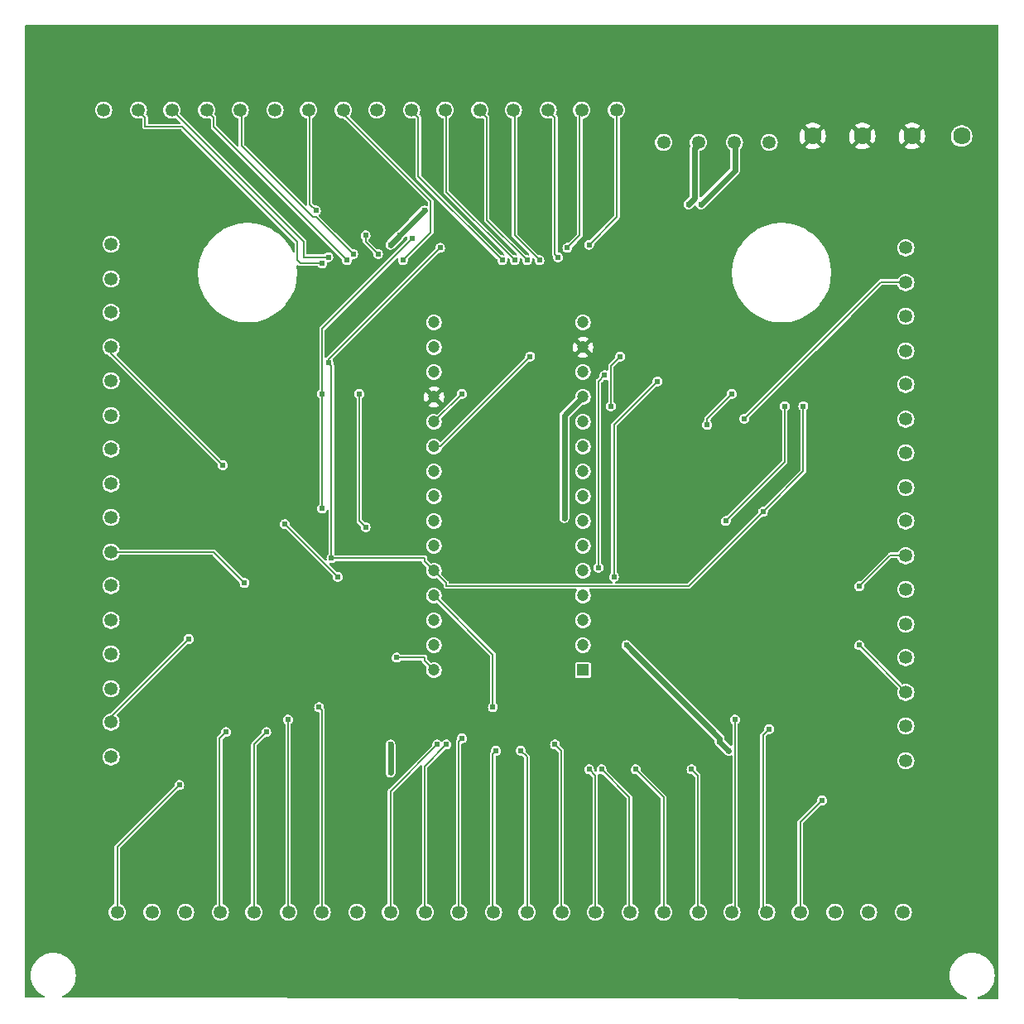
<source format=gbl>
G04 #@! TF.GenerationSoftware,KiCad,Pcbnew,(6.0.9)*
G04 #@! TF.CreationDate,2023-02-21T15:57:59-05:00*
G04 #@! TF.ProjectId,Arduino-CMRI_SMD_v7_Nano,41726475-696e-46f2-9d43-4d52495f534d,rev?*
G04 #@! TF.SameCoordinates,Original*
G04 #@! TF.FileFunction,Copper,L2,Bot*
G04 #@! TF.FilePolarity,Positive*
%FSLAX46Y46*%
G04 Gerber Fmt 4.6, Leading zero omitted, Abs format (unit mm)*
G04 Created by KiCad (PCBNEW (6.0.9)) date 2023-02-21 15:57:59*
%MOMM*%
%LPD*%
G01*
G04 APERTURE LIST*
G04 #@! TA.AperFunction,ComponentPad*
%ADD10C,1.350000*%
G04 #@! TD*
G04 #@! TA.AperFunction,ComponentPad*
%ADD11R,1.200000X1.200000*%
G04 #@! TD*
G04 #@! TA.AperFunction,ComponentPad*
%ADD12C,1.200000*%
G04 #@! TD*
G04 #@! TA.AperFunction,ComponentPad*
%ADD13C,1.790700*%
G04 #@! TD*
G04 #@! TA.AperFunction,ViaPad*
%ADD14C,0.609600*%
G04 #@! TD*
G04 #@! TA.AperFunction,Conductor*
%ADD15C,0.609600*%
G04 #@! TD*
G04 #@! TA.AperFunction,Conductor*
%ADD16C,0.152400*%
G04 #@! TD*
G04 APERTURE END LIST*
D10*
G04 #@! TO.P,X15,P$1*
G04 #@! TO.N,N$65*
X148653600Y-63909100D03*
G04 #@! TO.P,X15,P$2*
G04 #@! TO.N,N$66*
X152209600Y-63909100D03*
G04 #@! TD*
G04 #@! TO.P,X24,P$1*
G04 #@! TO.N,N$85*
X188785600Y-126901100D03*
G04 #@! TO.P,X24,P$2*
G04 #@! TO.N,N$86*
X188785600Y-130457100D03*
G04 #@! TD*
G04 #@! TO.P,X11,P$1*
G04 #@! TO.N,N$52*
X120713600Y-63909100D03*
G04 #@! TO.P,X11,P$2*
G04 #@! TO.N,N$53*
X124269600Y-63909100D03*
G04 #@! TD*
G04 #@! TO.P,X34,P$1*
G04 #@! TO.N,N$39*
X171005600Y-145951100D03*
G04 #@! TO.P,X34,P$2*
G04 #@! TO.N,N$41*
X174561600Y-145951100D03*
G04 #@! TD*
G04 #@! TO.P,X1,P$1*
G04 #@! TO.N,N$14*
X107505600Y-130076100D03*
G04 #@! TO.P,X1,P$2*
G04 #@! TO.N,N$16*
X107505600Y-126520100D03*
G04 #@! TD*
G04 #@! TO.P,X33,P$1*
G04 #@! TO.N,N$35*
X164020600Y-145951100D03*
G04 #@! TO.P,X33,P$2*
G04 #@! TO.N,N$37*
X167576600Y-145951100D03*
G04 #@! TD*
G04 #@! TO.P,X40,P$1*
G04 #@! TO.N,B*
X164020600Y-67211100D03*
G04 #@! TO.P,X40,P$2*
X167576600Y-67211100D03*
G04 #@! TD*
D11*
G04 #@! TO.P,ARDUINO_NANO1,1*
G04 #@! TO.N,D13*
X155765600Y-121186100D03*
D12*
G04 #@! TO.P,ARDUINO_NANO1,2*
G04 #@! TO.N,N/C*
X155765600Y-118646100D03*
G04 #@! TO.P,ARDUINO_NANO1,3*
X155765600Y-116106100D03*
G04 #@! TO.P,ARDUINO_NANO1,4*
X155765600Y-113566100D03*
G04 #@! TO.P,ARDUINO_NANO1,5*
X155765600Y-111026100D03*
G04 #@! TO.P,ARDUINO_NANO1,6*
X155765600Y-108486100D03*
G04 #@! TO.P,ARDUINO_NANO1,7*
X155765600Y-105946100D03*
G04 #@! TO.P,ARDUINO_NANO1,8*
X155765600Y-103406100D03*
G04 #@! TO.P,ARDUINO_NANO1,9*
X155765600Y-100866100D03*
G04 #@! TO.P,ARDUINO_NANO1,10*
X155765600Y-98326100D03*
G04 #@! TO.P,ARDUINO_NANO1,11*
X155765600Y-95786100D03*
G04 #@! TO.P,ARDUINO_NANO1,12*
G04 #@! TO.N,VCC*
X155765600Y-93246100D03*
G04 #@! TO.P,ARDUINO_NANO1,13*
G04 #@! TO.N,N/C*
X155765600Y-90706100D03*
G04 #@! TO.P,ARDUINO_NANO1,14*
G04 #@! TO.N,GND*
X155765600Y-88166100D03*
G04 #@! TO.P,ARDUINO_NANO1,15*
G04 #@! TO.N,VIN*
X155765600Y-85626100D03*
G04 #@! TO.P,ARDUINO_NANO1,16*
G04 #@! TO.N,TX*
X140525600Y-85626100D03*
G04 #@! TO.P,ARDUINO_NANO1,17*
G04 #@! TO.N,RX*
X140525600Y-88166100D03*
G04 #@! TO.P,ARDUINO_NANO1,18*
G04 #@! TO.N,N/C*
X140525600Y-90706100D03*
G04 #@! TO.P,ARDUINO_NANO1,19*
G04 #@! TO.N,GND*
X140525600Y-93246100D03*
G04 #@! TO.P,ARDUINO_NANO1,20*
G04 #@! TO.N,D2*
X140525600Y-95786100D03*
G04 #@! TO.P,ARDUINO_NANO1,21*
G04 #@! TO.N,D3*
X140525600Y-98326100D03*
G04 #@! TO.P,ARDUINO_NANO1,22*
G04 #@! TO.N,N/C*
X140525600Y-100866100D03*
G04 #@! TO.P,ARDUINO_NANO1,23*
X140525600Y-103406100D03*
G04 #@! TO.P,ARDUINO_NANO1,24*
G04 #@! TO.N,D6*
X140525600Y-105946100D03*
G04 #@! TO.P,ARDUINO_NANO1,25*
G04 #@! TO.N,D7*
X140525600Y-108486100D03*
G04 #@! TO.P,ARDUINO_NANO1,26*
G04 #@! TO.N,D8*
X140525600Y-111026100D03*
G04 #@! TO.P,ARDUINO_NANO1,27*
G04 #@! TO.N,D9*
X140525600Y-113566100D03*
G04 #@! TO.P,ARDUINO_NANO1,28*
G04 #@! TO.N,N/C*
X140525600Y-116106100D03*
G04 #@! TO.P,ARDUINO_NANO1,29*
X140525600Y-118646100D03*
G04 #@! TO.P,ARDUINO_NANO1,30*
G04 #@! TO.N,D12*
X140525600Y-121186100D03*
G04 #@! TD*
D10*
G04 #@! TO.P,X19,P$1*
G04 #@! TO.N,N$75*
X188785600Y-91976100D03*
G04 #@! TO.P,X19,P$2*
G04 #@! TO.N,N$76*
X188785600Y-95532100D03*
G04 #@! TD*
G04 #@! TO.P,X39,P$1*
G04 #@! TO.N,A*
X171259600Y-67211100D03*
G04 #@! TO.P,X39,P$2*
X174815600Y-67211100D03*
G04 #@! TD*
G04 #@! TO.P,X7,P$1*
G04 #@! TO.N,N$38*
X107505600Y-88166100D03*
G04 #@! TO.P,X7,P$2*
G04 #@! TO.N,N$40*
X107505600Y-84610100D03*
G04 #@! TD*
G04 #@! TO.P,X31,P$1*
G04 #@! TO.N,N$27*
X150050600Y-145951100D03*
G04 #@! TO.P,X31,P$2*
G04 #@! TO.N,N$29*
X153606600Y-145951100D03*
G04 #@! TD*
G04 #@! TO.P,X16,P$1*
G04 #@! TO.N,N$67*
X155638600Y-63909100D03*
G04 #@! TO.P,X16,P$2*
G04 #@! TO.N,N$69*
X159194600Y-63909100D03*
G04 #@! TD*
G04 #@! TO.P,X28,P$1*
G04 #@! TO.N,N$13*
X129095600Y-145951100D03*
G04 #@! TO.P,X28,P$2*
G04 #@! TO.N,N$15*
X132651600Y-145951100D03*
G04 #@! TD*
G04 #@! TO.P,X9,P$1*
G04 #@! TO.N,N$46*
X106743600Y-63909100D03*
G04 #@! TO.P,X9,P$2*
G04 #@! TO.N,N$48*
X110299600Y-63909100D03*
G04 #@! TD*
G04 #@! TO.P,X5,P$1*
G04 #@! TO.N,N$30*
X107505600Y-102136100D03*
G04 #@! TO.P,X5,P$2*
G04 #@! TO.N,N$32*
X107505600Y-98580100D03*
G04 #@! TD*
G04 #@! TO.P,X25,P$1*
G04 #@! TO.N,N$1*
X108140600Y-145951100D03*
G04 #@! TO.P,X25,P$2*
G04 #@! TO.N,N$3*
X111696600Y-145951100D03*
G04 #@! TD*
G04 #@! TO.P,X6,P$1*
G04 #@! TO.N,N$34*
X107505600Y-95151100D03*
G04 #@! TO.P,X6,P$2*
G04 #@! TO.N,N$36*
X107505600Y-91595100D03*
G04 #@! TD*
G04 #@! TO.P,X23,P$1*
G04 #@! TO.N,N$83*
X188785600Y-119916100D03*
G04 #@! TO.P,X23,P$2*
G04 #@! TO.N,N$84*
X188785600Y-123472100D03*
G04 #@! TD*
G04 #@! TO.P,X18,P$1*
G04 #@! TO.N,N$73*
X188785600Y-84991100D03*
G04 #@! TO.P,X18,P$2*
G04 #@! TO.N,N$74*
X188785600Y-88547100D03*
G04 #@! TD*
G04 #@! TO.P,X3,P$1*
G04 #@! TO.N,N$22*
X107505600Y-116106100D03*
G04 #@! TO.P,X3,P$2*
G04 #@! TO.N,N$24*
X107505600Y-112550100D03*
G04 #@! TD*
G04 #@! TO.P,X8,P$1*
G04 #@! TO.N,N$42*
X107505600Y-81181100D03*
G04 #@! TO.P,X8,P$2*
G04 #@! TO.N,N$44*
X107505600Y-77625100D03*
G04 #@! TD*
G04 #@! TO.P,X29,P$1*
G04 #@! TO.N,N$19*
X136080600Y-145951100D03*
G04 #@! TO.P,X29,P$2*
G04 #@! TO.N,N$21*
X139636600Y-145951100D03*
G04 #@! TD*
G04 #@! TO.P,X14,P$1*
G04 #@! TO.N,N$63*
X141668600Y-63909100D03*
G04 #@! TO.P,X14,P$2*
G04 #@! TO.N,N$64*
X145224600Y-63909100D03*
G04 #@! TD*
G04 #@! TO.P,X22,P$1*
G04 #@! TO.N,N$81*
X188785600Y-112931100D03*
G04 #@! TO.P,X22,P$2*
G04 #@! TO.N,N$82*
X188785600Y-116487100D03*
G04 #@! TD*
G04 #@! TO.P,X35,P$1*
G04 #@! TO.N,N$43*
X177990600Y-145951100D03*
G04 #@! TO.P,X35,P$2*
G04 #@! TO.N,N$45*
X181546600Y-145951100D03*
G04 #@! TD*
G04 #@! TO.P,X21,P$1*
G04 #@! TO.N,N$79*
X188785600Y-105946100D03*
G04 #@! TO.P,X21,P$2*
G04 #@! TO.N,N$80*
X188785600Y-109502100D03*
G04 #@! TD*
G04 #@! TO.P,X2,P$1*
G04 #@! TO.N,N$18*
X107505600Y-123091100D03*
G04 #@! TO.P,X2,P$2*
G04 #@! TO.N,N$20*
X107505600Y-119535100D03*
G04 #@! TD*
G04 #@! TO.P,X30,P$1*
G04 #@! TO.N,N$23*
X143065600Y-145951100D03*
G04 #@! TO.P,X30,P$2*
G04 #@! TO.N,N$25*
X146621600Y-145951100D03*
G04 #@! TD*
G04 #@! TO.P,X20,P$1*
G04 #@! TO.N,N$77*
X188785600Y-98961100D03*
G04 #@! TO.P,X20,P$2*
G04 #@! TO.N,N$78*
X188785600Y-102517100D03*
G04 #@! TD*
G04 #@! TO.P,X27,P$1*
G04 #@! TO.N,N$9*
X122110600Y-145951100D03*
G04 #@! TO.P,X27,P$2*
G04 #@! TO.N,N$11*
X125666600Y-145951100D03*
G04 #@! TD*
G04 #@! TO.P,X32,P$1*
G04 #@! TO.N,N$31*
X157035600Y-145951100D03*
G04 #@! TO.P,X32,P$2*
G04 #@! TO.N,N$33*
X160591600Y-145951100D03*
G04 #@! TD*
D13*
G04 #@! TO.P,X38,1*
G04 #@! TO.N,GND*
X184340600Y-66576100D03*
G04 #@! TO.P,X38,2*
X179260600Y-66576100D03*
G04 #@! TD*
G04 #@! TO.P,X37,1*
G04 #@! TO.N,VCC*
X194500600Y-66576100D03*
G04 #@! TO.P,X37,2*
G04 #@! TO.N,GND*
X189420600Y-66576100D03*
G04 #@! TD*
D10*
G04 #@! TO.P,X10,P$1*
G04 #@! TO.N,N$49*
X113728600Y-63909100D03*
G04 #@! TO.P,X10,P$2*
G04 #@! TO.N,N$50*
X117284600Y-63909100D03*
G04 #@! TD*
G04 #@! TO.P,X12,P$1*
G04 #@! TO.N,N$59*
X127698600Y-63909100D03*
G04 #@! TO.P,X12,P$2*
G04 #@! TO.N,N$60*
X131254600Y-63909100D03*
G04 #@! TD*
G04 #@! TO.P,X13,P$1*
G04 #@! TO.N,N$61*
X134683600Y-63909100D03*
G04 #@! TO.P,X13,P$2*
G04 #@! TO.N,N$62*
X138239600Y-63909100D03*
G04 #@! TD*
G04 #@! TO.P,X36,P$1*
G04 #@! TO.N,N$47*
X184975600Y-145951100D03*
G04 #@! TO.P,X36,P$2*
G04 #@! TO.N,N$57*
X188531600Y-145951100D03*
G04 #@! TD*
G04 #@! TO.P,X17,P$1*
G04 #@! TO.N,N$71*
X188785600Y-78006100D03*
G04 #@! TO.P,X17,P$2*
G04 #@! TO.N,N$72*
X188785600Y-81562100D03*
G04 #@! TD*
G04 #@! TO.P,X26,P$1*
G04 #@! TO.N,N$5*
X115125600Y-145951100D03*
G04 #@! TO.P,X26,P$2*
G04 #@! TO.N,N$7*
X118681600Y-145951100D03*
G04 #@! TD*
G04 #@! TO.P,X4,P$1*
G04 #@! TO.N,N$26*
X107505600Y-109121100D03*
G04 #@! TO.P,X4,P$2*
G04 #@! TO.N,N$28*
X107505600Y-105565100D03*
G04 #@! TD*
D14*
G04 #@! TO.N,GND*
X151320600Y-73243600D03*
X115443100Y-123726100D03*
X171640600Y-106263600D03*
X169100600Y-122138600D03*
X133540600Y-73243600D03*
X177673100Y-113883600D03*
X126555600Y-92928600D03*
X177673100Y-119916100D03*
X124015600Y-129441100D03*
X117983100Y-95786100D03*
X171640600Y-89753600D03*
X127190600Y-109756100D03*
X119570600Y-108168600D03*
X177673100Y-97373600D03*
X134810600Y-121821100D03*
X174815600Y-128171100D03*
X140843100Y-76736100D03*
X151320600Y-122138600D03*
X159258100Y-80863600D03*
X139573100Y-80863600D03*
G04 #@! TO.N,VCC*
X136080600Y-77688600D03*
X137033100Y-76736100D03*
X170688100Y-129441100D03*
X160210600Y-118646100D03*
X153860600Y-105628600D03*
X136080600Y-128806100D03*
X136080600Y-131663600D03*
X139573100Y-74196100D03*
X169735600Y-128488600D03*
G04 #@! TO.N,D6*
X171005600Y-92928600D03*
X129095600Y-104676100D03*
X129095600Y-92928600D03*
X138303100Y-77053600D03*
X168465600Y-96103600D03*
G04 #@! TO.N,D8*
X178308100Y-94198600D03*
X129730600Y-89753600D03*
X130048100Y-109756100D03*
X174180600Y-104993600D03*
X141160600Y-78006100D03*
G04 #@! TO.N,N$1*
X114490600Y-132933600D03*
G04 #@! TO.N,N$7*
X119253100Y-127536100D03*
G04 #@! TO.N,N$9*
X123380600Y-127536100D03*
G04 #@! TO.N,N$11*
X125603100Y-126266100D03*
G04 #@! TO.N,N$13*
X128778100Y-124996100D03*
G04 #@! TO.N,N$19*
X140843100Y-128806100D03*
G04 #@! TO.N,N$21*
X141795600Y-128806100D03*
G04 #@! TO.N,N$23*
X143383100Y-128171100D03*
G04 #@! TO.N,N$25*
X146875600Y-129441100D03*
G04 #@! TO.N,N$27*
X149415600Y-129441100D03*
G04 #@! TO.N,N$29*
X152908100Y-128806100D03*
G04 #@! TO.N,N$31*
X156400600Y-131346100D03*
G04 #@! TO.N,N$33*
X157670600Y-131346100D03*
G04 #@! TO.N,N$35*
X161163100Y-131346100D03*
G04 #@! TO.N,N$37*
X166878100Y-131346100D03*
G04 #@! TO.N,N$39*
X171323100Y-126266100D03*
G04 #@! TO.N,N$41*
X174815600Y-127218600D03*
G04 #@! TO.N,N$43*
X180213100Y-134521100D03*
G04 #@! TO.N,D9*
X146558100Y-124996100D03*
G04 #@! TO.N,D12*
X136715600Y-119916100D03*
G04 #@! TO.N,A*
X167830600Y-73561100D03*
G04 #@! TO.N,D2*
X143383100Y-92928600D03*
G04 #@! TO.N,N$6*
X133540600Y-106581100D03*
X132905600Y-92928600D03*
G04 #@! TO.N,N$12*
X176403100Y-94198600D03*
X170370600Y-105946100D03*
G04 #@! TO.N,N$16*
X115443100Y-118011100D03*
G04 #@! TO.N,N$26*
X121158100Y-112296100D03*
G04 #@! TO.N,N$28*
X125285600Y-106263600D03*
X130683100Y-111661100D03*
G04 #@! TO.N,N$38*
X118935600Y-100231100D03*
G04 #@! TO.N,N$48*
X129095600Y-79593600D03*
G04 #@! TO.N,N$49*
X129730600Y-78958600D03*
G04 #@! TO.N,N$50*
X131635600Y-79276100D03*
G04 #@! TO.N,N$52*
X132270600Y-78641100D03*
G04 #@! TO.N,N$53*
X133540600Y-76736100D03*
X134810600Y-78641100D03*
G04 #@! TO.N,N$59*
X128460600Y-74196100D03*
G04 #@! TO.N,N$60*
X137350600Y-79276100D03*
G04 #@! TO.N,N$62*
X147510600Y-79276100D03*
G04 #@! TO.N,N$63*
X148780600Y-79276100D03*
G04 #@! TO.N,N$64*
X150050600Y-79276100D03*
G04 #@! TO.N,N$65*
X151320600Y-79276100D03*
G04 #@! TO.N,N$66*
X153225600Y-78958600D03*
G04 #@! TO.N,N$67*
X154178100Y-78006100D03*
G04 #@! TO.N,N$69*
X156400600Y-77688600D03*
G04 #@! TO.N,N$72*
X172275600Y-95468600D03*
G04 #@! TO.N,N$80*
X184023100Y-112613600D03*
G04 #@! TO.N,N$84*
X184023100Y-118646100D03*
G04 #@! TO.N,B*
X166560600Y-73561100D03*
G04 #@! TO.N,D3*
X150368100Y-89118600D03*
G04 #@! TO.N,N$17*
X158940600Y-111661100D03*
X163385600Y-91658600D03*
G04 #@! TO.N,N$54*
X157353100Y-110708600D03*
X157988100Y-91023600D03*
G04 #@! TO.N,N$58*
X158623100Y-94198600D03*
X159575600Y-89118600D03*
G04 #@! TD*
D15*
G04 #@! TO.N,VCC*
X153860600Y-95151100D02*
X155765600Y-93246100D01*
X170688100Y-129441100D02*
X169735600Y-128488600D01*
X169735600Y-128488600D02*
X169735600Y-128171100D01*
X136080600Y-131663600D02*
X136080600Y-128806100D01*
X136080600Y-77688600D02*
X137033100Y-76736100D01*
X137033100Y-76736100D02*
X139573100Y-74196100D01*
X169735600Y-128171100D02*
X160210600Y-118646100D01*
X153860600Y-105628600D02*
X153860600Y-95151100D01*
D16*
G04 #@! TO.N,D6*
X129095600Y-86261100D02*
X138303100Y-77053600D01*
X168465600Y-96103600D02*
X168465600Y-95468600D01*
X129095600Y-92928600D02*
X129095600Y-86261100D01*
X168465600Y-95468600D02*
X171005600Y-92928600D01*
X129095600Y-104676100D02*
X129095600Y-92928600D01*
G04 #@! TO.N,D8*
X140525600Y-111026100D02*
X141795600Y-112296100D01*
X141795600Y-112613600D02*
X166560600Y-112613600D01*
X139573100Y-109756100D02*
X130048100Y-109756100D01*
X139573100Y-110073600D02*
X139573100Y-109756100D01*
X129730600Y-89753600D02*
X129730600Y-89436100D01*
X130048100Y-90071100D02*
X129730600Y-89753600D01*
X130048100Y-109756100D02*
X130048100Y-90071100D01*
X178308100Y-94198600D02*
X178308100Y-100866100D01*
X141795600Y-112296100D02*
X141795600Y-112613600D01*
X129730600Y-89436100D02*
X141160600Y-78006100D01*
X166560600Y-112613600D02*
X174180600Y-104993600D01*
X140525600Y-111026100D02*
X139573100Y-110073600D01*
X178308100Y-100866100D02*
X174180600Y-104993600D01*
G04 #@! TO.N,N$1*
X108140600Y-139283600D02*
X114490600Y-132933600D01*
X108140600Y-145951100D02*
X108140600Y-139283600D01*
G04 #@! TO.N,N$7*
X118618100Y-145951100D02*
X118681600Y-145951100D01*
X118618100Y-145951100D02*
X118618100Y-128171100D01*
X118618100Y-128171100D02*
X119253100Y-127536100D01*
G04 #@! TO.N,N$9*
X122110600Y-128806100D02*
X123380600Y-127536100D01*
X122110600Y-145951100D02*
X122110600Y-128806100D01*
G04 #@! TO.N,N$11*
X125603100Y-145951100D02*
X125666600Y-145951100D01*
X125603100Y-145951100D02*
X125603100Y-126266100D01*
G04 #@! TO.N,N$13*
X129095600Y-125313600D02*
X128778100Y-124996100D01*
X129095600Y-145951100D02*
X129095600Y-125313600D01*
G04 #@! TO.N,N$19*
X136080600Y-145951100D02*
X136080600Y-133568600D01*
X136080600Y-133568600D02*
X140843100Y-128806100D01*
G04 #@! TO.N,N$21*
X139573100Y-131028600D02*
X141795600Y-128806100D01*
X139573100Y-145951100D02*
X139573100Y-131028600D01*
X139573100Y-145951100D02*
X139636600Y-145951100D01*
G04 #@! TO.N,N$23*
X143065600Y-128488600D02*
X143383100Y-128171100D01*
X143065600Y-145951100D02*
X143065600Y-128488600D01*
G04 #@! TO.N,N$25*
X146558100Y-145951100D02*
X146621600Y-145951100D01*
X146558100Y-129758600D02*
X146875600Y-129441100D01*
X146558100Y-145951100D02*
X146558100Y-129758600D01*
G04 #@! TO.N,N$27*
X150050600Y-145951100D02*
X150050600Y-130076100D01*
X150050600Y-130076100D02*
X149415600Y-129441100D01*
G04 #@! TO.N,N$29*
X153543100Y-145951100D02*
X153543100Y-129441100D01*
X153543100Y-145951100D02*
X153606600Y-145951100D01*
X153543100Y-129441100D02*
X152908100Y-128806100D01*
G04 #@! TO.N,N$31*
X157035600Y-145951100D02*
X157035600Y-131981100D01*
X157035600Y-131981100D02*
X156400600Y-131346100D01*
G04 #@! TO.N,N$33*
X160528100Y-134203600D02*
X157670600Y-131346100D01*
X160528100Y-145951100D02*
X160528100Y-134203600D01*
X160528100Y-145951100D02*
X160591600Y-145951100D01*
G04 #@! TO.N,N$35*
X164020600Y-145951100D02*
X164020600Y-134203600D01*
X164020600Y-134203600D02*
X161163100Y-131346100D01*
G04 #@! TO.N,N$37*
X167513100Y-131981100D02*
X166878100Y-131346100D01*
X167513100Y-145951100D02*
X167513100Y-131981100D01*
X167513100Y-145951100D02*
X167576600Y-145951100D01*
G04 #@! TO.N,N$39*
X171323100Y-145633600D02*
X171323100Y-126266100D01*
X171005600Y-145951100D02*
X171323100Y-145633600D01*
G04 #@! TO.N,N$41*
X174180600Y-145633600D02*
X174180600Y-127853600D01*
X174498100Y-145951100D02*
X174561600Y-145951100D01*
X174498100Y-145951100D02*
X174180600Y-145633600D01*
X174180600Y-127853600D02*
X174815600Y-127218600D01*
G04 #@! TO.N,N$43*
X177990600Y-136743600D02*
X180213100Y-134521100D01*
X177990600Y-145951100D02*
X177990600Y-136743600D01*
G04 #@! TO.N,D9*
X146558100Y-124996100D02*
X146558100Y-119598600D01*
X146558100Y-119598600D02*
X140525600Y-113566100D01*
G04 #@! TO.N,D12*
X140525600Y-121186100D02*
X139573100Y-120233600D01*
X139573100Y-120233600D02*
X139573100Y-119916100D01*
X139573100Y-119916100D02*
X136715600Y-119916100D01*
D15*
G04 #@! TO.N,A*
X171323100Y-70068600D02*
X167830600Y-73561100D01*
X171323100Y-67211100D02*
X171323100Y-70068600D01*
X171323100Y-67211100D02*
X171259600Y-67211100D01*
D16*
G04 #@! TO.N,D2*
X143383100Y-92928600D02*
X140525600Y-95786100D01*
G04 #@! TO.N,N$6*
X132905600Y-92928600D02*
X132905600Y-105946100D01*
X132905600Y-105946100D02*
X133540600Y-106581100D01*
G04 #@! TO.N,N$12*
X176403100Y-94198600D02*
X176403100Y-99913600D01*
X176403100Y-99913600D02*
X170370600Y-105946100D01*
G04 #@! TO.N,N$16*
X107505600Y-126520100D02*
X107505600Y-125948600D01*
X107505600Y-125948600D02*
X115443100Y-118011100D01*
G04 #@! TO.N,N$26*
X107505600Y-109121100D02*
X117983100Y-109121100D01*
X117983100Y-109121100D02*
X121158100Y-112296100D01*
G04 #@! TO.N,N$28*
X125285600Y-106263600D02*
X130683100Y-111661100D01*
G04 #@! TO.N,N$38*
X107505600Y-88801100D02*
X118935600Y-100231100D01*
X107505600Y-88166100D02*
X107505600Y-88801100D01*
G04 #@! TO.N,N$48*
X110363100Y-64036100D02*
X110998100Y-64671100D01*
X110998100Y-65623600D02*
X114808100Y-65623600D01*
X114808100Y-65623600D02*
X126555600Y-77371100D01*
X126555600Y-77371100D02*
X126555600Y-79276100D01*
X110998100Y-64671100D02*
X110998100Y-65623600D01*
X110363100Y-64036100D02*
X110299600Y-63909100D01*
X126873100Y-79593600D02*
X129095600Y-79593600D01*
X126555600Y-79276100D02*
X126873100Y-79593600D01*
G04 #@! TO.N,N$49*
X127190600Y-78958600D02*
X129730600Y-78958600D01*
X113728600Y-63909100D02*
X127190600Y-77371100D01*
X127190600Y-77371100D02*
X127190600Y-78958600D01*
G04 #@! TO.N,N$50*
X117983100Y-65623600D02*
X131635600Y-79276100D01*
X117348100Y-64036100D02*
X117983100Y-64671100D01*
X117983100Y-64671100D02*
X117983100Y-65623600D01*
X117348100Y-64036100D02*
X117284600Y-63909100D01*
G04 #@! TO.N,N$52*
X120840600Y-67528600D02*
X128143100Y-74831100D01*
X120840600Y-64036100D02*
X120840600Y-67528600D01*
X128460600Y-74831100D02*
X132270600Y-78641100D01*
X120840600Y-64036100D02*
X120713600Y-63909100D01*
X128143100Y-74831100D02*
X128460600Y-74831100D01*
G04 #@! TO.N,N$53*
X133540600Y-77371100D02*
X134810600Y-78641100D01*
X133540600Y-76736100D02*
X133540600Y-77371100D01*
G04 #@! TO.N,N$59*
X127825600Y-64036100D02*
X127825600Y-73561100D01*
X127825600Y-73561100D02*
X128460600Y-74196100D01*
X127825600Y-64036100D02*
X127698600Y-63909100D01*
G04 #@! TO.N,N$60*
X140208100Y-73243600D02*
X140208100Y-76418600D01*
X131318100Y-64036100D02*
X131254600Y-63909100D01*
X131318100Y-64353600D02*
X140208100Y-73243600D01*
X131318100Y-64036100D02*
X131318100Y-64353600D01*
X140208100Y-76418600D02*
X137350600Y-79276100D01*
G04 #@! TO.N,N$62*
X138303100Y-64036100D02*
X138938100Y-64671100D01*
X138303100Y-64036100D02*
X138239600Y-63909100D01*
X138938100Y-70703600D02*
X147510600Y-79276100D01*
X138938100Y-64671100D02*
X138938100Y-70703600D01*
G04 #@! TO.N,N$63*
X141795600Y-64036100D02*
X141795600Y-72291100D01*
X141795600Y-64036100D02*
X141668600Y-63909100D01*
X141795600Y-72291100D02*
X148780600Y-79276100D01*
G04 #@! TO.N,N$64*
X145288100Y-64036100D02*
X145224600Y-63909100D01*
X145288100Y-64036100D02*
X145923100Y-64671100D01*
X145923100Y-64671100D02*
X145923100Y-75148600D01*
X145923100Y-75148600D02*
X150050600Y-79276100D01*
G04 #@! TO.N,N$65*
X148780600Y-64036100D02*
X148780600Y-76736100D01*
X148780600Y-76736100D02*
X151320600Y-79276100D01*
X148780600Y-64036100D02*
X148653600Y-63909100D01*
G04 #@! TO.N,N$66*
X152908100Y-64671100D02*
X152908100Y-78641100D01*
X152273100Y-64036100D02*
X152908100Y-64671100D01*
X152908100Y-78641100D02*
X153225600Y-78958600D01*
X152273100Y-64036100D02*
X152209600Y-63909100D01*
G04 #@! TO.N,N$67*
X155448100Y-64036100D02*
X155448100Y-76736100D01*
X155448100Y-76736100D02*
X154178100Y-78006100D01*
X155448100Y-64036100D02*
X155638600Y-63909100D01*
G04 #@! TO.N,N$69*
X159258100Y-64036100D02*
X159194600Y-63909100D01*
X159258100Y-74831100D02*
X156400600Y-77688600D01*
X159258100Y-64036100D02*
X159258100Y-74831100D01*
G04 #@! TO.N,N$72*
X186245600Y-81498600D02*
X172275600Y-95468600D01*
X188785600Y-81498600D02*
X188785600Y-81562100D01*
X188785600Y-81498600D02*
X186245600Y-81498600D01*
G04 #@! TO.N,N$80*
X187198100Y-109438600D02*
X184023100Y-112613600D01*
X188785600Y-109438600D02*
X187198100Y-109438600D01*
X188785600Y-109438600D02*
X188785600Y-109502100D01*
G04 #@! TO.N,N$84*
X188785600Y-123408600D02*
X188785600Y-123472100D01*
X188785600Y-123408600D02*
X184023100Y-118646100D01*
D15*
G04 #@! TO.N,B*
X167195600Y-67846100D02*
X167195600Y-72926100D01*
X167513100Y-67211100D02*
X167513100Y-67528600D01*
X167513100Y-67528600D02*
X167195600Y-67846100D01*
X167513100Y-67211100D02*
X167576600Y-67211100D01*
X167195600Y-72926100D02*
X166560600Y-73561100D01*
D16*
G04 #@! TO.N,D3*
X141160600Y-98326100D02*
X150368100Y-89118600D01*
X140525600Y-98326100D02*
X141160600Y-98326100D01*
G04 #@! TO.N,N$17*
X158940600Y-96103600D02*
X163385600Y-91658600D01*
X158940600Y-111661100D02*
X158940600Y-96103600D01*
G04 #@! TO.N,N$54*
X157353100Y-110708600D02*
X157353100Y-91658600D01*
X157353100Y-91658600D02*
X157988100Y-91023600D01*
G04 #@! TO.N,N$58*
X158623100Y-94198600D02*
X158623100Y-90071100D01*
X158623100Y-90071100D02*
X159575600Y-89118600D01*
G04 #@! TD*
G04 #@! TA.AperFunction,Conductor*
G04 #@! TO.N,GND*
G36*
X198243631Y-55210813D02*
G01*
X198280176Y-55261113D01*
X198285100Y-55292200D01*
X198285100Y-154714839D01*
X198265887Y-154773970D01*
X198215587Y-154810515D01*
X198184375Y-154815439D01*
X196237723Y-154812957D01*
X196178616Y-154793669D01*
X196142135Y-154743322D01*
X196142214Y-154681148D01*
X196178824Y-154630895D01*
X196205514Y-154617096D01*
X196290753Y-154588161D01*
X196462252Y-154529945D01*
X196594285Y-154464833D01*
X196729758Y-154398026D01*
X196729761Y-154398024D01*
X196732718Y-154396566D01*
X196983461Y-154229025D01*
X197210189Y-154030189D01*
X197409025Y-153803461D01*
X197576566Y-153552718D01*
X197709945Y-153282252D01*
X197806880Y-152996691D01*
X197865713Y-152700920D01*
X197885436Y-152400000D01*
X197865713Y-152099080D01*
X197806880Y-151803309D01*
X197709945Y-151517748D01*
X197576566Y-151247282D01*
X197409025Y-150996539D01*
X197210189Y-150769811D01*
X196983461Y-150570975D01*
X196732718Y-150403434D01*
X196729761Y-150401976D01*
X196729758Y-150401974D01*
X196594285Y-150335167D01*
X196462252Y-150270055D01*
X196319472Y-150221588D01*
X196179812Y-150174179D01*
X196179806Y-150174177D01*
X196176691Y-150173120D01*
X196173461Y-150172477D01*
X196173459Y-150172477D01*
X195884148Y-150114929D01*
X195884147Y-150114929D01*
X195880920Y-150114287D01*
X195859876Y-150112908D01*
X195656935Y-150099606D01*
X195656920Y-150099606D01*
X195655310Y-150099500D01*
X195504690Y-150099500D01*
X195503080Y-150099606D01*
X195503065Y-150099606D01*
X195300124Y-150112908D01*
X195279080Y-150114287D01*
X195275853Y-150114929D01*
X195275852Y-150114929D01*
X194986541Y-150172477D01*
X194986539Y-150172477D01*
X194983309Y-150173120D01*
X194980194Y-150174177D01*
X194980188Y-150174179D01*
X194840528Y-150221588D01*
X194697748Y-150270055D01*
X194565715Y-150335167D01*
X194430242Y-150401974D01*
X194430239Y-150401976D01*
X194427282Y-150403434D01*
X194176539Y-150570975D01*
X193949811Y-150769811D01*
X193750975Y-150996539D01*
X193583434Y-151247282D01*
X193450055Y-151517748D01*
X193353120Y-151803309D01*
X193294287Y-152099080D01*
X193274564Y-152400000D01*
X193294287Y-152700920D01*
X193353120Y-152996691D01*
X193450055Y-153282252D01*
X193583434Y-153552718D01*
X193750975Y-153803461D01*
X193949811Y-154030189D01*
X194176539Y-154229025D01*
X194427282Y-154396566D01*
X194430239Y-154398024D01*
X194430242Y-154398026D01*
X194565715Y-154464833D01*
X194697748Y-154529945D01*
X194949527Y-154615412D01*
X194999343Y-154652612D01*
X195017780Y-154711990D01*
X194997795Y-154770864D01*
X194947021Y-154806748D01*
X194917061Y-154811273D01*
X102581794Y-154693560D01*
X102522687Y-154674272D01*
X102486206Y-154623925D01*
X102486285Y-154561751D01*
X102522895Y-154511498D01*
X102537428Y-154502735D01*
X102749758Y-154398026D01*
X102749761Y-154398024D01*
X102752718Y-154396566D01*
X103003461Y-154229025D01*
X103230189Y-154030189D01*
X103429025Y-153803461D01*
X103596566Y-153552718D01*
X103729945Y-153282252D01*
X103826880Y-152996691D01*
X103885713Y-152700920D01*
X103905436Y-152400000D01*
X103885713Y-152099080D01*
X103826880Y-151803309D01*
X103729945Y-151517748D01*
X103596566Y-151247282D01*
X103429025Y-150996539D01*
X103230189Y-150769811D01*
X103003461Y-150570975D01*
X102752718Y-150403434D01*
X102749761Y-150401976D01*
X102749758Y-150401974D01*
X102614285Y-150335167D01*
X102482252Y-150270055D01*
X102339472Y-150221588D01*
X102199812Y-150174179D01*
X102199806Y-150174177D01*
X102196691Y-150173120D01*
X102193461Y-150172477D01*
X102193459Y-150172477D01*
X101904148Y-150114929D01*
X101904147Y-150114929D01*
X101900920Y-150114287D01*
X101879876Y-150112908D01*
X101676935Y-150099606D01*
X101676920Y-150099606D01*
X101675310Y-150099500D01*
X101524690Y-150099500D01*
X101523080Y-150099606D01*
X101523065Y-150099606D01*
X101320124Y-150112908D01*
X101299080Y-150114287D01*
X101295853Y-150114929D01*
X101295852Y-150114929D01*
X101006541Y-150172477D01*
X101006539Y-150172477D01*
X101003309Y-150173120D01*
X101000194Y-150174177D01*
X101000188Y-150174179D01*
X100860528Y-150221588D01*
X100717748Y-150270055D01*
X100585715Y-150335167D01*
X100450242Y-150401974D01*
X100450239Y-150401976D01*
X100447282Y-150403434D01*
X100196539Y-150570975D01*
X99969811Y-150769811D01*
X99770975Y-150996539D01*
X99603434Y-151247282D01*
X99470055Y-151517748D01*
X99373120Y-151803309D01*
X99314287Y-152099080D01*
X99294564Y-152400000D01*
X99314287Y-152700920D01*
X99373120Y-152996691D01*
X99470055Y-153282252D01*
X99603434Y-153552718D01*
X99770975Y-153803461D01*
X99969811Y-154030189D01*
X100196539Y-154229025D01*
X100447282Y-154396566D01*
X100450239Y-154398024D01*
X100450242Y-154398026D01*
X100657482Y-154500225D01*
X100702018Y-154543609D01*
X100712547Y-154604885D01*
X100685048Y-154660648D01*
X100630025Y-154689597D01*
X100612861Y-154691050D01*
X99741091Y-154689938D01*
X98817572Y-154688761D01*
X98758465Y-154669473D01*
X98721984Y-154619126D01*
X98717100Y-154588161D01*
X98717100Y-145951100D01*
X107257060Y-145951100D01*
X107276367Y-146134798D01*
X107333446Y-146310468D01*
X107425801Y-146470432D01*
X107549396Y-146607698D01*
X107553655Y-146610793D01*
X107553658Y-146610795D01*
X107631020Y-146667001D01*
X107698830Y-146716268D01*
X107867571Y-146791396D01*
X107872721Y-146792491D01*
X107872722Y-146792491D01*
X108043091Y-146828705D01*
X108043096Y-146828706D01*
X108048245Y-146829800D01*
X108232955Y-146829800D01*
X108238104Y-146828706D01*
X108238109Y-146828705D01*
X108408478Y-146792491D01*
X108408479Y-146792491D01*
X108413629Y-146791396D01*
X108582370Y-146716268D01*
X108650180Y-146667001D01*
X108727542Y-146610795D01*
X108727545Y-146610793D01*
X108731804Y-146607698D01*
X108855399Y-146470432D01*
X108947754Y-146310468D01*
X109004833Y-146134798D01*
X109024140Y-145951100D01*
X110813060Y-145951100D01*
X110832367Y-146134798D01*
X110889446Y-146310468D01*
X110981801Y-146470432D01*
X111105396Y-146607698D01*
X111109655Y-146610793D01*
X111109658Y-146610795D01*
X111187020Y-146667001D01*
X111254830Y-146716268D01*
X111423571Y-146791396D01*
X111428721Y-146792491D01*
X111428722Y-146792491D01*
X111599091Y-146828705D01*
X111599096Y-146828706D01*
X111604245Y-146829800D01*
X111788955Y-146829800D01*
X111794104Y-146828706D01*
X111794109Y-146828705D01*
X111964478Y-146792491D01*
X111964479Y-146792491D01*
X111969629Y-146791396D01*
X112138370Y-146716268D01*
X112206180Y-146667001D01*
X112283542Y-146610795D01*
X112283545Y-146610793D01*
X112287804Y-146607698D01*
X112411399Y-146470432D01*
X112503754Y-146310468D01*
X112560833Y-146134798D01*
X112580140Y-145951100D01*
X114242060Y-145951100D01*
X114261367Y-146134798D01*
X114318446Y-146310468D01*
X114410801Y-146470432D01*
X114534396Y-146607698D01*
X114538655Y-146610793D01*
X114538658Y-146610795D01*
X114616020Y-146667001D01*
X114683830Y-146716268D01*
X114852571Y-146791396D01*
X114857721Y-146792491D01*
X114857722Y-146792491D01*
X115028091Y-146828705D01*
X115028096Y-146828706D01*
X115033245Y-146829800D01*
X115217955Y-146829800D01*
X115223104Y-146828706D01*
X115223109Y-146828705D01*
X115393478Y-146792491D01*
X115393479Y-146792491D01*
X115398629Y-146791396D01*
X115567370Y-146716268D01*
X115635180Y-146667001D01*
X115712542Y-146610795D01*
X115712545Y-146610793D01*
X115716804Y-146607698D01*
X115840399Y-146470432D01*
X115932754Y-146310468D01*
X115989833Y-146134798D01*
X116009140Y-145951100D01*
X117798060Y-145951100D01*
X117817367Y-146134798D01*
X117874446Y-146310468D01*
X117966801Y-146470432D01*
X118090396Y-146607698D01*
X118094655Y-146610793D01*
X118094658Y-146610795D01*
X118172020Y-146667001D01*
X118239830Y-146716268D01*
X118408571Y-146791396D01*
X118413721Y-146792491D01*
X118413722Y-146792491D01*
X118584091Y-146828705D01*
X118584096Y-146828706D01*
X118589245Y-146829800D01*
X118773955Y-146829800D01*
X118779104Y-146828706D01*
X118779109Y-146828705D01*
X118949478Y-146792491D01*
X118949479Y-146792491D01*
X118954629Y-146791396D01*
X119123370Y-146716268D01*
X119191180Y-146667001D01*
X119268542Y-146610795D01*
X119268545Y-146610793D01*
X119272804Y-146607698D01*
X119396399Y-146470432D01*
X119488754Y-146310468D01*
X119545833Y-146134798D01*
X119565140Y-145951100D01*
X121227060Y-145951100D01*
X121246367Y-146134798D01*
X121303446Y-146310468D01*
X121395801Y-146470432D01*
X121519396Y-146607698D01*
X121523655Y-146610793D01*
X121523658Y-146610795D01*
X121601020Y-146667001D01*
X121668830Y-146716268D01*
X121837571Y-146791396D01*
X121842721Y-146792491D01*
X121842722Y-146792491D01*
X122013091Y-146828705D01*
X122013096Y-146828706D01*
X122018245Y-146829800D01*
X122202955Y-146829800D01*
X122208104Y-146828706D01*
X122208109Y-146828705D01*
X122378478Y-146792491D01*
X122378479Y-146792491D01*
X122383629Y-146791396D01*
X122552370Y-146716268D01*
X122620180Y-146667001D01*
X122697542Y-146610795D01*
X122697545Y-146610793D01*
X122701804Y-146607698D01*
X122825399Y-146470432D01*
X122917754Y-146310468D01*
X122974833Y-146134798D01*
X122994140Y-145951100D01*
X124783060Y-145951100D01*
X124802367Y-146134798D01*
X124859446Y-146310468D01*
X124951801Y-146470432D01*
X125075396Y-146607698D01*
X125079655Y-146610793D01*
X125079658Y-146610795D01*
X125157020Y-146667001D01*
X125224830Y-146716268D01*
X125393571Y-146791396D01*
X125398721Y-146792491D01*
X125398722Y-146792491D01*
X125569091Y-146828705D01*
X125569096Y-146828706D01*
X125574245Y-146829800D01*
X125758955Y-146829800D01*
X125764104Y-146828706D01*
X125764109Y-146828705D01*
X125934478Y-146792491D01*
X125934479Y-146792491D01*
X125939629Y-146791396D01*
X126108370Y-146716268D01*
X126176180Y-146667001D01*
X126253542Y-146610795D01*
X126253545Y-146610793D01*
X126257804Y-146607698D01*
X126381399Y-146470432D01*
X126473754Y-146310468D01*
X126530833Y-146134798D01*
X126550140Y-145951100D01*
X128212060Y-145951100D01*
X128231367Y-146134798D01*
X128288446Y-146310468D01*
X128380801Y-146470432D01*
X128504396Y-146607698D01*
X128508655Y-146610793D01*
X128508658Y-146610795D01*
X128586020Y-146667001D01*
X128653830Y-146716268D01*
X128822571Y-146791396D01*
X128827721Y-146792491D01*
X128827722Y-146792491D01*
X128998091Y-146828705D01*
X128998096Y-146828706D01*
X129003245Y-146829800D01*
X129187955Y-146829800D01*
X129193104Y-146828706D01*
X129193109Y-146828705D01*
X129363478Y-146792491D01*
X129363479Y-146792491D01*
X129368629Y-146791396D01*
X129537370Y-146716268D01*
X129605180Y-146667001D01*
X129682542Y-146610795D01*
X129682545Y-146610793D01*
X129686804Y-146607698D01*
X129810399Y-146470432D01*
X129902754Y-146310468D01*
X129959833Y-146134798D01*
X129979140Y-145951100D01*
X131768060Y-145951100D01*
X131787367Y-146134798D01*
X131844446Y-146310468D01*
X131936801Y-146470432D01*
X132060396Y-146607698D01*
X132064655Y-146610793D01*
X132064658Y-146610795D01*
X132142020Y-146667001D01*
X132209830Y-146716268D01*
X132378571Y-146791396D01*
X132383721Y-146792491D01*
X132383722Y-146792491D01*
X132554091Y-146828705D01*
X132554096Y-146828706D01*
X132559245Y-146829800D01*
X132743955Y-146829800D01*
X132749104Y-146828706D01*
X132749109Y-146828705D01*
X132919478Y-146792491D01*
X132919479Y-146792491D01*
X132924629Y-146791396D01*
X133093370Y-146716268D01*
X133161180Y-146667001D01*
X133238542Y-146610795D01*
X133238545Y-146610793D01*
X133242804Y-146607698D01*
X133366399Y-146470432D01*
X133458754Y-146310468D01*
X133515833Y-146134798D01*
X133535140Y-145951100D01*
X135197060Y-145951100D01*
X135216367Y-146134798D01*
X135273446Y-146310468D01*
X135365801Y-146470432D01*
X135489396Y-146607698D01*
X135493655Y-146610793D01*
X135493658Y-146610795D01*
X135571020Y-146667001D01*
X135638830Y-146716268D01*
X135807571Y-146791396D01*
X135812721Y-146792491D01*
X135812722Y-146792491D01*
X135983091Y-146828705D01*
X135983096Y-146828706D01*
X135988245Y-146829800D01*
X136172955Y-146829800D01*
X136178104Y-146828706D01*
X136178109Y-146828705D01*
X136348478Y-146792491D01*
X136348479Y-146792491D01*
X136353629Y-146791396D01*
X136522370Y-146716268D01*
X136590180Y-146667001D01*
X136667542Y-146610795D01*
X136667545Y-146610793D01*
X136671804Y-146607698D01*
X136795399Y-146470432D01*
X136887754Y-146310468D01*
X136944833Y-146134798D01*
X136964140Y-145951100D01*
X136944833Y-145767402D01*
X136887754Y-145591732D01*
X136795399Y-145431768D01*
X136671804Y-145294502D01*
X136667545Y-145291407D01*
X136667542Y-145291405D01*
X136590180Y-145235199D01*
X136522370Y-145185932D01*
X136420182Y-145140435D01*
X136373978Y-145098832D01*
X136360500Y-145048532D01*
X136360500Y-133726208D01*
X136379713Y-133667077D01*
X136389965Y-133655073D01*
X139119416Y-130925623D01*
X139174814Y-130897397D01*
X139236222Y-130907123D01*
X139280186Y-130951087D01*
X139291031Y-131001671D01*
X139290836Y-131005654D01*
X139288692Y-131014690D01*
X139292281Y-131041061D01*
X139293200Y-131054627D01*
X139293200Y-145076804D01*
X139273987Y-145135935D01*
X139233518Y-145168707D01*
X139194830Y-145185932D01*
X139127020Y-145235199D01*
X139049658Y-145291405D01*
X139049655Y-145291407D01*
X139045396Y-145294502D01*
X138921801Y-145431768D01*
X138829446Y-145591732D01*
X138772367Y-145767402D01*
X138753060Y-145951100D01*
X138772367Y-146134798D01*
X138829446Y-146310468D01*
X138921801Y-146470432D01*
X139045396Y-146607698D01*
X139049655Y-146610793D01*
X139049658Y-146610795D01*
X139127020Y-146667001D01*
X139194830Y-146716268D01*
X139363571Y-146791396D01*
X139368721Y-146792491D01*
X139368722Y-146792491D01*
X139539091Y-146828705D01*
X139539096Y-146828706D01*
X139544245Y-146829800D01*
X139728955Y-146829800D01*
X139734104Y-146828706D01*
X139734109Y-146828705D01*
X139904478Y-146792491D01*
X139904479Y-146792491D01*
X139909629Y-146791396D01*
X140078370Y-146716268D01*
X140146180Y-146667001D01*
X140223542Y-146610795D01*
X140223545Y-146610793D01*
X140227804Y-146607698D01*
X140351399Y-146470432D01*
X140443754Y-146310468D01*
X140500833Y-146134798D01*
X140520140Y-145951100D01*
X142182060Y-145951100D01*
X142201367Y-146134798D01*
X142258446Y-146310468D01*
X142350801Y-146470432D01*
X142474396Y-146607698D01*
X142478655Y-146610793D01*
X142478658Y-146610795D01*
X142556020Y-146667001D01*
X142623830Y-146716268D01*
X142792571Y-146791396D01*
X142797721Y-146792491D01*
X142797722Y-146792491D01*
X142968091Y-146828705D01*
X142968096Y-146828706D01*
X142973245Y-146829800D01*
X143157955Y-146829800D01*
X143163104Y-146828706D01*
X143163109Y-146828705D01*
X143333478Y-146792491D01*
X143333479Y-146792491D01*
X143338629Y-146791396D01*
X143507370Y-146716268D01*
X143575180Y-146667001D01*
X143652542Y-146610795D01*
X143652545Y-146610793D01*
X143656804Y-146607698D01*
X143780399Y-146470432D01*
X143872754Y-146310468D01*
X143929833Y-146134798D01*
X143949140Y-145951100D01*
X145738060Y-145951100D01*
X145757367Y-146134798D01*
X145814446Y-146310468D01*
X145906801Y-146470432D01*
X146030396Y-146607698D01*
X146034655Y-146610793D01*
X146034658Y-146610795D01*
X146112020Y-146667001D01*
X146179830Y-146716268D01*
X146348571Y-146791396D01*
X146353721Y-146792491D01*
X146353722Y-146792491D01*
X146524091Y-146828705D01*
X146524096Y-146828706D01*
X146529245Y-146829800D01*
X146713955Y-146829800D01*
X146719104Y-146828706D01*
X146719109Y-146828705D01*
X146889478Y-146792491D01*
X146889479Y-146792491D01*
X146894629Y-146791396D01*
X147063370Y-146716268D01*
X147131180Y-146667001D01*
X147208542Y-146610795D01*
X147208545Y-146610793D01*
X147212804Y-146607698D01*
X147336399Y-146470432D01*
X147428754Y-146310468D01*
X147485833Y-146134798D01*
X147505140Y-145951100D01*
X147485833Y-145767402D01*
X147428754Y-145591732D01*
X147336399Y-145431768D01*
X147212804Y-145294502D01*
X147208545Y-145291407D01*
X147208542Y-145291405D01*
X147131180Y-145235199D01*
X147063370Y-145185932D01*
X146961182Y-145140435D01*
X146897682Y-145112163D01*
X146851478Y-145070560D01*
X146838000Y-145020260D01*
X146838000Y-130051305D01*
X146857213Y-129992174D01*
X146907513Y-129955629D01*
X146926165Y-129951476D01*
X146931925Y-129950759D01*
X146939098Y-129950890D01*
X146946019Y-129949003D01*
X146946020Y-129949003D01*
X147072709Y-129914463D01*
X147072710Y-129914463D01*
X147079626Y-129912577D01*
X147092319Y-129904784D01*
X147197650Y-129840111D01*
X147197651Y-129840110D01*
X147203754Y-129836363D01*
X147278402Y-129753893D01*
X147296692Y-129733687D01*
X147301501Y-129728374D01*
X147304711Y-129721749D01*
X147361887Y-129603738D01*
X147361888Y-129603735D01*
X147365010Y-129597291D01*
X147389176Y-129453652D01*
X147389329Y-129441100D01*
X147388431Y-129434824D01*
X148901909Y-129434824D01*
X148920795Y-129579252D01*
X148923681Y-129585812D01*
X148923682Y-129585814D01*
X148938261Y-129618946D01*
X148979459Y-129712574D01*
X148992740Y-129728374D01*
X149068570Y-129818586D01*
X149068572Y-129818588D01*
X149073183Y-129824073D01*
X149079149Y-129828044D01*
X149079151Y-129828046D01*
X149126821Y-129859777D01*
X149194434Y-129904784D01*
X149333464Y-129948221D01*
X149406281Y-129949555D01*
X149471932Y-129950759D01*
X149471934Y-129950759D01*
X149479098Y-129950890D01*
X149479089Y-129951399D01*
X149535310Y-129962227D01*
X149557825Y-129979163D01*
X149741235Y-130162573D01*
X149769461Y-130217971D01*
X149770700Y-130233708D01*
X149770700Y-145048532D01*
X149751487Y-145107663D01*
X149711018Y-145140435D01*
X149608830Y-145185932D01*
X149541020Y-145235199D01*
X149463658Y-145291405D01*
X149463655Y-145291407D01*
X149459396Y-145294502D01*
X149335801Y-145431768D01*
X149243446Y-145591732D01*
X149186367Y-145767402D01*
X149167060Y-145951100D01*
X149186367Y-146134798D01*
X149243446Y-146310468D01*
X149335801Y-146470432D01*
X149459396Y-146607698D01*
X149463655Y-146610793D01*
X149463658Y-146610795D01*
X149541020Y-146667001D01*
X149608830Y-146716268D01*
X149777571Y-146791396D01*
X149782721Y-146792491D01*
X149782722Y-146792491D01*
X149953091Y-146828705D01*
X149953096Y-146828706D01*
X149958245Y-146829800D01*
X150142955Y-146829800D01*
X150148104Y-146828706D01*
X150148109Y-146828705D01*
X150318478Y-146792491D01*
X150318479Y-146792491D01*
X150323629Y-146791396D01*
X150492370Y-146716268D01*
X150560180Y-146667001D01*
X150637542Y-146610795D01*
X150637545Y-146610793D01*
X150641804Y-146607698D01*
X150765399Y-146470432D01*
X150857754Y-146310468D01*
X150914833Y-146134798D01*
X150934140Y-145951100D01*
X150914833Y-145767402D01*
X150857754Y-145591732D01*
X150765399Y-145431768D01*
X150641804Y-145294502D01*
X150637545Y-145291407D01*
X150637542Y-145291405D01*
X150560180Y-145235199D01*
X150492370Y-145185932D01*
X150390182Y-145140435D01*
X150343978Y-145098832D01*
X150330500Y-145048532D01*
X150330500Y-130125592D01*
X150330749Y-130122196D01*
X150332294Y-130117697D01*
X150331545Y-130097732D01*
X150330571Y-130071804D01*
X150330500Y-130068030D01*
X150330500Y-130050069D01*
X150329716Y-130045858D01*
X150329435Y-130041533D01*
X150328731Y-130022783D01*
X150328731Y-130022781D01*
X150328382Y-130013499D01*
X150324519Y-130004508D01*
X150318048Y-129983209D01*
X150317957Y-129982722D01*
X150316257Y-129973592D01*
X150311385Y-129965689D01*
X150311384Y-129965685D01*
X150303566Y-129953003D01*
X150296778Y-129939937D01*
X150287222Y-129917696D01*
X150283482Y-129913143D01*
X150280111Y-129909772D01*
X150268196Y-129894698D01*
X150266417Y-129892736D01*
X150261543Y-129884829D01*
X150240358Y-129868720D01*
X150230115Y-129859777D01*
X149950704Y-129580366D01*
X149922478Y-129524968D01*
X149922633Y-129492540D01*
X149928531Y-129457483D01*
X149929176Y-129453652D01*
X149929329Y-129441100D01*
X149928431Y-129434824D01*
X149909696Y-129304006D01*
X149909696Y-129304005D01*
X149908680Y-129296913D01*
X149848392Y-129164318D01*
X149753313Y-129053973D01*
X149688742Y-129012120D01*
X149637101Y-128978647D01*
X149637099Y-128978646D01*
X149631085Y-128974748D01*
X149491534Y-128933014D01*
X149484367Y-128932970D01*
X149484366Y-128932970D01*
X149420641Y-128932581D01*
X149345879Y-128932124D01*
X149338990Y-128934093D01*
X149338989Y-128934093D01*
X149280485Y-128950814D01*
X149205829Y-128972151D01*
X149199769Y-128975975D01*
X149199768Y-128975975D01*
X149088704Y-129046051D01*
X149082642Y-129049876D01*
X148986222Y-129159051D01*
X148983177Y-129165536D01*
X148983176Y-129165538D01*
X148964597Y-129205111D01*
X148924319Y-129290900D01*
X148920448Y-129315759D01*
X148904265Y-129419695D01*
X148901909Y-129434824D01*
X147388431Y-129434824D01*
X147369696Y-129304006D01*
X147369696Y-129304005D01*
X147368680Y-129296913D01*
X147308392Y-129164318D01*
X147213313Y-129053973D01*
X147148742Y-129012120D01*
X147097101Y-128978647D01*
X147097099Y-128978646D01*
X147091085Y-128974748D01*
X146951534Y-128933014D01*
X146944367Y-128932970D01*
X146944366Y-128932970D01*
X146880641Y-128932581D01*
X146805879Y-128932124D01*
X146798990Y-128934093D01*
X146798989Y-128934093D01*
X146740485Y-128950814D01*
X146665829Y-128972151D01*
X146659769Y-128975975D01*
X146659768Y-128975975D01*
X146548704Y-129046051D01*
X146542642Y-129049876D01*
X146446222Y-129159051D01*
X146443177Y-129165536D01*
X146443176Y-129165538D01*
X146424597Y-129205111D01*
X146384319Y-129290900D01*
X146380448Y-129315759D01*
X146364265Y-129419695D01*
X146361909Y-129434824D01*
X146369202Y-129490592D01*
X146369851Y-129495558D01*
X146358467Y-129556681D01*
X146347468Y-129572902D01*
X146345048Y-129575814D01*
X146341774Y-129579088D01*
X146339348Y-129582623D01*
X146336498Y-129585869D01*
X146317413Y-129606444D01*
X146313971Y-129615070D01*
X146313969Y-129615074D01*
X146313783Y-129615541D01*
X146303307Y-129635160D01*
X146303022Y-129635575D01*
X146303020Y-129635581D01*
X146297768Y-129643236D01*
X146295624Y-129652271D01*
X146292183Y-129666772D01*
X146287738Y-129680826D01*
X146282070Y-129695034D01*
X146278775Y-129703292D01*
X146278200Y-129709156D01*
X146278200Y-129713918D01*
X146275965Y-129733016D01*
X146275836Y-129735655D01*
X146273692Y-129744690D01*
X146277281Y-129771061D01*
X146278200Y-129784627D01*
X146278200Y-145076804D01*
X146258987Y-145135935D01*
X146218518Y-145168707D01*
X146179830Y-145185932D01*
X146112020Y-145235199D01*
X146034658Y-145291405D01*
X146034655Y-145291407D01*
X146030396Y-145294502D01*
X145906801Y-145431768D01*
X145814446Y-145591732D01*
X145757367Y-145767402D01*
X145738060Y-145951100D01*
X143949140Y-145951100D01*
X143929833Y-145767402D01*
X143872754Y-145591732D01*
X143780399Y-145431768D01*
X143656804Y-145294502D01*
X143652545Y-145291407D01*
X143652542Y-145291405D01*
X143575180Y-145235199D01*
X143507370Y-145185932D01*
X143405182Y-145140435D01*
X143358978Y-145098832D01*
X143345500Y-145048532D01*
X143345500Y-128799824D01*
X152394409Y-128799824D01*
X152413295Y-128944252D01*
X152416181Y-128950812D01*
X152416182Y-128950814D01*
X152428429Y-128978647D01*
X152471959Y-129077574D01*
X152476569Y-129083058D01*
X152561070Y-129183586D01*
X152561073Y-129183589D01*
X152565683Y-129189073D01*
X152571649Y-129193044D01*
X152571651Y-129193046D01*
X152619321Y-129224777D01*
X152686934Y-129269784D01*
X152825964Y-129313221D01*
X152898781Y-129314556D01*
X152964432Y-129315759D01*
X152964434Y-129315759D01*
X152971598Y-129315890D01*
X152971589Y-129316399D01*
X153027810Y-129327227D01*
X153050325Y-129344163D01*
X153233735Y-129527573D01*
X153261961Y-129582971D01*
X153263200Y-129598708D01*
X153263200Y-145076804D01*
X153243987Y-145135935D01*
X153203518Y-145168707D01*
X153164830Y-145185932D01*
X153097020Y-145235199D01*
X153019658Y-145291405D01*
X153019655Y-145291407D01*
X153015396Y-145294502D01*
X152891801Y-145431768D01*
X152799446Y-145591732D01*
X152742367Y-145767402D01*
X152723060Y-145951100D01*
X152742367Y-146134798D01*
X152799446Y-146310468D01*
X152891801Y-146470432D01*
X153015396Y-146607698D01*
X153019655Y-146610793D01*
X153019658Y-146610795D01*
X153097020Y-146667001D01*
X153164830Y-146716268D01*
X153333571Y-146791396D01*
X153338721Y-146792491D01*
X153338722Y-146792491D01*
X153509091Y-146828705D01*
X153509096Y-146828706D01*
X153514245Y-146829800D01*
X153698955Y-146829800D01*
X153704104Y-146828706D01*
X153704109Y-146828705D01*
X153874478Y-146792491D01*
X153874479Y-146792491D01*
X153879629Y-146791396D01*
X154048370Y-146716268D01*
X154116180Y-146667001D01*
X154193542Y-146610795D01*
X154193545Y-146610793D01*
X154197804Y-146607698D01*
X154321399Y-146470432D01*
X154413754Y-146310468D01*
X154470833Y-146134798D01*
X154490140Y-145951100D01*
X154470833Y-145767402D01*
X154413754Y-145591732D01*
X154321399Y-145431768D01*
X154197804Y-145294502D01*
X154193545Y-145291407D01*
X154193542Y-145291405D01*
X154116180Y-145235199D01*
X154048370Y-145185932D01*
X153946182Y-145140435D01*
X153882682Y-145112163D01*
X153836478Y-145070560D01*
X153823000Y-145020260D01*
X153823000Y-131339824D01*
X155886909Y-131339824D01*
X155905795Y-131484252D01*
X155964459Y-131617574D01*
X155976316Y-131631680D01*
X156053570Y-131723586D01*
X156053573Y-131723589D01*
X156058183Y-131729073D01*
X156064149Y-131733044D01*
X156064151Y-131733046D01*
X156111821Y-131764777D01*
X156179434Y-131809784D01*
X156318464Y-131853221D01*
X156391281Y-131854556D01*
X156456932Y-131855759D01*
X156456934Y-131855759D01*
X156464098Y-131855890D01*
X156464089Y-131856399D01*
X156520310Y-131867227D01*
X156542825Y-131884163D01*
X156726235Y-132067573D01*
X156754461Y-132122971D01*
X156755700Y-132138708D01*
X156755700Y-145048532D01*
X156736487Y-145107663D01*
X156696018Y-145140435D01*
X156593830Y-145185932D01*
X156526020Y-145235199D01*
X156448658Y-145291405D01*
X156448655Y-145291407D01*
X156444396Y-145294502D01*
X156320801Y-145431768D01*
X156228446Y-145591732D01*
X156171367Y-145767402D01*
X156152060Y-145951100D01*
X156171367Y-146134798D01*
X156228446Y-146310468D01*
X156320801Y-146470432D01*
X156444396Y-146607698D01*
X156448655Y-146610793D01*
X156448658Y-146610795D01*
X156526020Y-146667001D01*
X156593830Y-146716268D01*
X156762571Y-146791396D01*
X156767721Y-146792491D01*
X156767722Y-146792491D01*
X156938091Y-146828705D01*
X156938096Y-146828706D01*
X156943245Y-146829800D01*
X157127955Y-146829800D01*
X157133104Y-146828706D01*
X157133109Y-146828705D01*
X157303478Y-146792491D01*
X157303479Y-146792491D01*
X157308629Y-146791396D01*
X157477370Y-146716268D01*
X157545180Y-146667001D01*
X157622542Y-146610795D01*
X157622545Y-146610793D01*
X157626804Y-146607698D01*
X157750399Y-146470432D01*
X157842754Y-146310468D01*
X157899833Y-146134798D01*
X157919140Y-145951100D01*
X157899833Y-145767402D01*
X157842754Y-145591732D01*
X157750399Y-145431768D01*
X157626804Y-145294502D01*
X157622545Y-145291407D01*
X157622542Y-145291405D01*
X157545180Y-145235199D01*
X157477370Y-145185932D01*
X157375182Y-145140435D01*
X157328978Y-145098832D01*
X157315500Y-145048532D01*
X157315500Y-132030592D01*
X157315749Y-132027196D01*
X157317294Y-132022697D01*
X157316558Y-132003071D01*
X157315571Y-131976804D01*
X157315500Y-131973030D01*
X157315500Y-131955069D01*
X157314716Y-131950858D01*
X157314435Y-131946533D01*
X157313731Y-131927785D01*
X157313731Y-131927783D01*
X157313382Y-131918499D01*
X157313361Y-131918449D01*
X157318598Y-131861990D01*
X157359632Y-131815280D01*
X157420285Y-131801611D01*
X157449065Y-131809538D01*
X157449434Y-131809784D01*
X157588464Y-131853221D01*
X157661281Y-131854556D01*
X157726932Y-131855759D01*
X157726934Y-131855759D01*
X157734098Y-131855890D01*
X157734089Y-131856399D01*
X157790310Y-131867227D01*
X157812825Y-131884163D01*
X159018452Y-133089791D01*
X160218735Y-134290074D01*
X160246961Y-134345472D01*
X160248200Y-134361209D01*
X160248200Y-145076804D01*
X160228987Y-145135935D01*
X160188518Y-145168707D01*
X160149830Y-145185932D01*
X160082020Y-145235199D01*
X160004658Y-145291405D01*
X160004655Y-145291407D01*
X160000396Y-145294502D01*
X159876801Y-145431768D01*
X159784446Y-145591732D01*
X159727367Y-145767402D01*
X159708060Y-145951100D01*
X159727367Y-146134798D01*
X159784446Y-146310468D01*
X159876801Y-146470432D01*
X160000396Y-146607698D01*
X160004655Y-146610793D01*
X160004658Y-146610795D01*
X160082020Y-146667001D01*
X160149830Y-146716268D01*
X160318571Y-146791396D01*
X160323721Y-146792491D01*
X160323722Y-146792491D01*
X160494091Y-146828705D01*
X160494096Y-146828706D01*
X160499245Y-146829800D01*
X160683955Y-146829800D01*
X160689104Y-146828706D01*
X160689109Y-146828705D01*
X160859478Y-146792491D01*
X160859479Y-146792491D01*
X160864629Y-146791396D01*
X161033370Y-146716268D01*
X161101180Y-146667001D01*
X161178542Y-146610795D01*
X161178545Y-146610793D01*
X161182804Y-146607698D01*
X161306399Y-146470432D01*
X161398754Y-146310468D01*
X161455833Y-146134798D01*
X161475140Y-145951100D01*
X161455833Y-145767402D01*
X161398754Y-145591732D01*
X161306399Y-145431768D01*
X161182804Y-145294502D01*
X161178545Y-145291407D01*
X161178542Y-145291405D01*
X161101180Y-145235199D01*
X161033370Y-145185932D01*
X160931182Y-145140435D01*
X160867682Y-145112163D01*
X160821478Y-145070560D01*
X160808000Y-145020260D01*
X160808000Y-134253086D01*
X160808249Y-134249694D01*
X160809793Y-134245197D01*
X160808071Y-134199318D01*
X160808000Y-134195546D01*
X160808000Y-134177569D01*
X160807214Y-134173353D01*
X160806934Y-134169035D01*
X160806230Y-134150280D01*
X160805882Y-134140999D01*
X160802018Y-134132004D01*
X160795549Y-134110712D01*
X160795458Y-134110221D01*
X160795457Y-134110218D01*
X160793757Y-134101092D01*
X160781056Y-134080487D01*
X160774272Y-134067427D01*
X160764721Y-134045196D01*
X160760981Y-134040643D01*
X160757615Y-134037277D01*
X160745688Y-134022188D01*
X160743915Y-134020232D01*
X160739043Y-134012329D01*
X160731654Y-134006710D01*
X160731652Y-134006708D01*
X160717852Y-133996215D01*
X160707610Y-133987272D01*
X158205704Y-131485366D01*
X158177478Y-131429968D01*
X158177633Y-131397540D01*
X158183531Y-131362483D01*
X158184176Y-131358652D01*
X158184329Y-131346100D01*
X158183431Y-131339824D01*
X160649409Y-131339824D01*
X160668295Y-131484252D01*
X160726959Y-131617574D01*
X160738816Y-131631680D01*
X160816070Y-131723586D01*
X160816073Y-131723589D01*
X160820683Y-131729073D01*
X160826649Y-131733044D01*
X160826651Y-131733046D01*
X160874321Y-131764777D01*
X160941934Y-131809784D01*
X161080964Y-131853221D01*
X161153781Y-131854556D01*
X161219432Y-131855759D01*
X161219434Y-131855759D01*
X161226598Y-131855890D01*
X161226589Y-131856399D01*
X161282810Y-131867227D01*
X161305325Y-131884163D01*
X162510952Y-133089791D01*
X163711235Y-134290074D01*
X163739461Y-134345472D01*
X163740700Y-134361209D01*
X163740700Y-145048532D01*
X163721487Y-145107663D01*
X163681018Y-145140435D01*
X163578830Y-145185932D01*
X163511020Y-145235199D01*
X163433658Y-145291405D01*
X163433655Y-145291407D01*
X163429396Y-145294502D01*
X163305801Y-145431768D01*
X163213446Y-145591732D01*
X163156367Y-145767402D01*
X163137060Y-145951100D01*
X163156367Y-146134798D01*
X163213446Y-146310468D01*
X163305801Y-146470432D01*
X163429396Y-146607698D01*
X163433655Y-146610793D01*
X163433658Y-146610795D01*
X163511020Y-146667001D01*
X163578830Y-146716268D01*
X163747571Y-146791396D01*
X163752721Y-146792491D01*
X163752722Y-146792491D01*
X163923091Y-146828705D01*
X163923096Y-146828706D01*
X163928245Y-146829800D01*
X164112955Y-146829800D01*
X164118104Y-146828706D01*
X164118109Y-146828705D01*
X164288478Y-146792491D01*
X164288479Y-146792491D01*
X164293629Y-146791396D01*
X164462370Y-146716268D01*
X164530180Y-146667001D01*
X164607542Y-146610795D01*
X164607545Y-146610793D01*
X164611804Y-146607698D01*
X164735399Y-146470432D01*
X164827754Y-146310468D01*
X164884833Y-146134798D01*
X164904140Y-145951100D01*
X164884833Y-145767402D01*
X164827754Y-145591732D01*
X164735399Y-145431768D01*
X164611804Y-145294502D01*
X164607545Y-145291407D01*
X164607542Y-145291405D01*
X164530180Y-145235199D01*
X164462370Y-145185932D01*
X164360182Y-145140435D01*
X164313978Y-145098832D01*
X164300500Y-145048532D01*
X164300500Y-134253086D01*
X164300749Y-134249694D01*
X164302293Y-134245197D01*
X164300571Y-134199318D01*
X164300500Y-134195546D01*
X164300500Y-134177569D01*
X164299714Y-134173353D01*
X164299434Y-134169035D01*
X164298730Y-134150280D01*
X164298382Y-134140999D01*
X164294518Y-134132004D01*
X164288049Y-134110712D01*
X164287958Y-134110221D01*
X164287957Y-134110218D01*
X164286257Y-134101092D01*
X164273556Y-134080487D01*
X164266772Y-134067427D01*
X164257221Y-134045196D01*
X164253481Y-134040643D01*
X164250115Y-134037277D01*
X164238188Y-134022188D01*
X164236415Y-134020232D01*
X164231543Y-134012329D01*
X164224154Y-134006710D01*
X164224152Y-134006708D01*
X164210352Y-133996215D01*
X164200110Y-133987272D01*
X161698204Y-131485366D01*
X161669978Y-131429968D01*
X161670133Y-131397540D01*
X161676031Y-131362483D01*
X161676676Y-131358652D01*
X161676829Y-131346100D01*
X161675931Y-131339824D01*
X166364409Y-131339824D01*
X166383295Y-131484252D01*
X166441959Y-131617574D01*
X166453816Y-131631680D01*
X166531070Y-131723586D01*
X166531073Y-131723589D01*
X166535683Y-131729073D01*
X166541649Y-131733044D01*
X166541651Y-131733046D01*
X166589321Y-131764777D01*
X166656934Y-131809784D01*
X166795964Y-131853221D01*
X166868781Y-131854556D01*
X166934432Y-131855759D01*
X166934434Y-131855759D01*
X166941598Y-131855890D01*
X166941589Y-131856399D01*
X166997810Y-131867227D01*
X167020325Y-131884163D01*
X167203735Y-132067573D01*
X167231961Y-132122971D01*
X167233200Y-132138708D01*
X167233200Y-145076804D01*
X167213987Y-145135935D01*
X167173518Y-145168707D01*
X167134830Y-145185932D01*
X167067020Y-145235199D01*
X166989658Y-145291405D01*
X166989655Y-145291407D01*
X166985396Y-145294502D01*
X166861801Y-145431768D01*
X166769446Y-145591732D01*
X166712367Y-145767402D01*
X166693060Y-145951100D01*
X166712367Y-146134798D01*
X166769446Y-146310468D01*
X166861801Y-146470432D01*
X166985396Y-146607698D01*
X166989655Y-146610793D01*
X166989658Y-146610795D01*
X167067020Y-146667001D01*
X167134830Y-146716268D01*
X167303571Y-146791396D01*
X167308721Y-146792491D01*
X167308722Y-146792491D01*
X167479091Y-146828705D01*
X167479096Y-146828706D01*
X167484245Y-146829800D01*
X167668955Y-146829800D01*
X167674104Y-146828706D01*
X167674109Y-146828705D01*
X167844478Y-146792491D01*
X167844479Y-146792491D01*
X167849629Y-146791396D01*
X168018370Y-146716268D01*
X168086180Y-146667001D01*
X168163542Y-146610795D01*
X168163545Y-146610793D01*
X168167804Y-146607698D01*
X168291399Y-146470432D01*
X168383754Y-146310468D01*
X168440833Y-146134798D01*
X168460140Y-145951100D01*
X168440833Y-145767402D01*
X168383754Y-145591732D01*
X168291399Y-145431768D01*
X168167804Y-145294502D01*
X168163545Y-145291407D01*
X168163542Y-145291405D01*
X168086180Y-145235199D01*
X168018370Y-145185932D01*
X167916182Y-145140435D01*
X167852682Y-145112163D01*
X167806478Y-145070560D01*
X167793000Y-145020260D01*
X167793000Y-132030592D01*
X167793249Y-132027196D01*
X167794794Y-132022697D01*
X167794058Y-132003071D01*
X167793071Y-131976804D01*
X167793000Y-131973030D01*
X167793000Y-131955069D01*
X167792216Y-131950858D01*
X167791935Y-131946533D01*
X167791231Y-131927783D01*
X167791231Y-131927781D01*
X167790882Y-131918499D01*
X167787019Y-131909508D01*
X167780548Y-131888209D01*
X167780457Y-131887722D01*
X167778757Y-131878592D01*
X167773885Y-131870689D01*
X167773884Y-131870685D01*
X167766066Y-131858003D01*
X167759278Y-131844937D01*
X167749722Y-131822696D01*
X167745982Y-131818143D01*
X167742611Y-131814772D01*
X167730696Y-131799698D01*
X167728917Y-131797736D01*
X167724043Y-131789829D01*
X167702858Y-131773720D01*
X167692615Y-131764777D01*
X167413204Y-131485366D01*
X167384978Y-131429968D01*
X167385133Y-131397540D01*
X167391031Y-131362483D01*
X167391676Y-131358652D01*
X167391829Y-131346100D01*
X167390931Y-131339824D01*
X167372196Y-131209006D01*
X167372196Y-131209005D01*
X167371180Y-131201913D01*
X167310892Y-131069318D01*
X167215813Y-130958973D01*
X167118557Y-130895934D01*
X167099601Y-130883647D01*
X167099599Y-130883646D01*
X167093585Y-130879748D01*
X166954034Y-130838014D01*
X166946867Y-130837970D01*
X166946866Y-130837970D01*
X166883141Y-130837581D01*
X166808379Y-130837124D01*
X166801490Y-130839093D01*
X166801489Y-130839093D01*
X166786374Y-130843413D01*
X166668329Y-130877151D01*
X166662269Y-130880975D01*
X166662268Y-130880975D01*
X166551204Y-130951051D01*
X166545142Y-130954876D01*
X166448722Y-131064051D01*
X166445677Y-131070536D01*
X166445676Y-131070538D01*
X166427250Y-131109784D01*
X166386819Y-131195900D01*
X166364409Y-131339824D01*
X161675931Y-131339824D01*
X161657196Y-131209006D01*
X161657196Y-131209005D01*
X161656180Y-131201913D01*
X161595892Y-131069318D01*
X161500813Y-130958973D01*
X161403557Y-130895934D01*
X161384601Y-130883647D01*
X161384599Y-130883646D01*
X161378585Y-130879748D01*
X161239034Y-130838014D01*
X161231867Y-130837970D01*
X161231866Y-130837970D01*
X161168141Y-130837581D01*
X161093379Y-130837124D01*
X161086490Y-130839093D01*
X161086489Y-130839093D01*
X161071374Y-130843413D01*
X160953329Y-130877151D01*
X160947269Y-130880975D01*
X160947268Y-130880975D01*
X160836204Y-130951051D01*
X160830142Y-130954876D01*
X160733722Y-131064051D01*
X160730677Y-131070536D01*
X160730676Y-131070538D01*
X160712250Y-131109784D01*
X160671819Y-131195900D01*
X160649409Y-131339824D01*
X158183431Y-131339824D01*
X158164696Y-131209006D01*
X158164696Y-131209005D01*
X158163680Y-131201913D01*
X158103392Y-131069318D01*
X158008313Y-130958973D01*
X157911057Y-130895934D01*
X157892101Y-130883647D01*
X157892099Y-130883646D01*
X157886085Y-130879748D01*
X157746534Y-130838014D01*
X157739367Y-130837970D01*
X157739366Y-130837970D01*
X157675641Y-130837581D01*
X157600879Y-130837124D01*
X157593990Y-130839093D01*
X157593989Y-130839093D01*
X157578874Y-130843413D01*
X157460829Y-130877151D01*
X157454769Y-130880975D01*
X157454768Y-130880975D01*
X157343704Y-130951051D01*
X157337642Y-130954876D01*
X157241222Y-131064051D01*
X157238177Y-131070536D01*
X157238176Y-131070538D01*
X157219750Y-131109784D01*
X157179319Y-131195900D01*
X157156909Y-131339824D01*
X157157838Y-131346927D01*
X157173710Y-131468307D01*
X157162326Y-131529430D01*
X157117189Y-131572189D01*
X157055540Y-131580250D01*
X157002824Y-131552486D01*
X156935704Y-131485366D01*
X156907478Y-131429968D01*
X156907633Y-131397540D01*
X156913531Y-131362483D01*
X156914176Y-131358652D01*
X156914329Y-131346100D01*
X156913431Y-131339824D01*
X156894696Y-131209006D01*
X156894696Y-131209005D01*
X156893680Y-131201913D01*
X156833392Y-131069318D01*
X156738313Y-130958973D01*
X156641057Y-130895934D01*
X156622101Y-130883647D01*
X156622099Y-130883646D01*
X156616085Y-130879748D01*
X156476534Y-130838014D01*
X156469367Y-130837970D01*
X156469366Y-130837970D01*
X156405641Y-130837581D01*
X156330879Y-130837124D01*
X156323990Y-130839093D01*
X156323989Y-130839093D01*
X156308874Y-130843413D01*
X156190829Y-130877151D01*
X156184769Y-130880975D01*
X156184768Y-130880975D01*
X156073704Y-130951051D01*
X156067642Y-130954876D01*
X155971222Y-131064051D01*
X155968177Y-131070536D01*
X155968176Y-131070538D01*
X155949750Y-131109784D01*
X155909319Y-131195900D01*
X155886909Y-131339824D01*
X153823000Y-131339824D01*
X153823000Y-129490592D01*
X153823249Y-129487196D01*
X153824794Y-129482697D01*
X153823848Y-129457483D01*
X153823071Y-129436804D01*
X153823000Y-129433030D01*
X153823000Y-129415069D01*
X153822216Y-129410858D01*
X153821935Y-129406533D01*
X153821231Y-129387783D01*
X153821231Y-129387781D01*
X153820882Y-129378499D01*
X153817019Y-129369508D01*
X153810548Y-129348209D01*
X153810457Y-129347722D01*
X153808757Y-129338592D01*
X153803885Y-129330689D01*
X153803884Y-129330685D01*
X153796066Y-129318003D01*
X153789278Y-129304937D01*
X153779722Y-129282696D01*
X153775982Y-129278143D01*
X153772611Y-129274772D01*
X153760696Y-129259698D01*
X153758917Y-129257736D01*
X153754043Y-129249829D01*
X153732858Y-129233720D01*
X153722615Y-129224777D01*
X153443204Y-128945366D01*
X153414978Y-128889968D01*
X153415133Y-128857540D01*
X153417063Y-128846072D01*
X153421676Y-128818652D01*
X153421829Y-128806100D01*
X153420931Y-128799824D01*
X153402196Y-128669006D01*
X153402196Y-128669005D01*
X153401180Y-128661913D01*
X153340892Y-128529318D01*
X153258151Y-128433292D01*
X153250491Y-128424402D01*
X153245813Y-128418973D01*
X153148557Y-128355934D01*
X153129601Y-128343647D01*
X153129599Y-128343646D01*
X153123585Y-128339748D01*
X152984034Y-128298014D01*
X152976867Y-128297970D01*
X152976866Y-128297970D01*
X152913141Y-128297581D01*
X152838379Y-128297124D01*
X152831490Y-128299093D01*
X152831489Y-128299093D01*
X152796518Y-128309088D01*
X152698329Y-128337151D01*
X152692269Y-128340975D01*
X152692268Y-128340975D01*
X152581561Y-128410826D01*
X152575142Y-128414876D01*
X152539093Y-128455694D01*
X152507860Y-128491059D01*
X152478722Y-128524051D01*
X152475677Y-128530536D01*
X152475676Y-128530538D01*
X152457097Y-128570111D01*
X152416819Y-128655900D01*
X152412990Y-128680493D01*
X152395598Y-128792190D01*
X152394409Y-128799824D01*
X143345500Y-128799824D01*
X143345500Y-128781305D01*
X143364713Y-128722174D01*
X143415013Y-128685629D01*
X143433665Y-128681476D01*
X143439425Y-128680759D01*
X143446598Y-128680890D01*
X143453519Y-128679003D01*
X143453520Y-128679003D01*
X143580209Y-128644463D01*
X143580210Y-128644463D01*
X143587126Y-128642577D01*
X143594060Y-128638320D01*
X143705150Y-128570111D01*
X143705151Y-128570110D01*
X143711254Y-128566363D01*
X143785902Y-128483893D01*
X143804192Y-128463687D01*
X143809001Y-128458374D01*
X143817121Y-128441615D01*
X143869387Y-128333738D01*
X143869388Y-128333735D01*
X143872510Y-128327291D01*
X143896676Y-128183652D01*
X143896829Y-128171100D01*
X143895931Y-128164824D01*
X143877196Y-128034006D01*
X143877196Y-128034005D01*
X143876180Y-128026913D01*
X143815892Y-127894318D01*
X143720813Y-127783973D01*
X143620237Y-127718782D01*
X143604601Y-127708647D01*
X143604599Y-127708646D01*
X143598585Y-127704748D01*
X143459034Y-127663014D01*
X143451867Y-127662970D01*
X143451866Y-127662970D01*
X143388141Y-127662581D01*
X143313379Y-127662124D01*
X143306490Y-127664093D01*
X143306489Y-127664093D01*
X143271518Y-127674088D01*
X143173329Y-127702151D01*
X143167269Y-127705975D01*
X143167268Y-127705975D01*
X143056561Y-127775826D01*
X143050142Y-127779876D01*
X143014093Y-127820694D01*
X142981423Y-127857686D01*
X142953722Y-127889051D01*
X142950677Y-127895536D01*
X142950676Y-127895538D01*
X142932097Y-127935111D01*
X142891819Y-128020900D01*
X142888113Y-128044702D01*
X142870598Y-128157190D01*
X142869409Y-128164824D01*
X142870338Y-128171926D01*
X142877351Y-128225558D01*
X142865967Y-128286681D01*
X142854968Y-128302902D01*
X142852548Y-128305814D01*
X142849274Y-128309088D01*
X142846848Y-128312623D01*
X142843998Y-128315869D01*
X142824913Y-128336444D01*
X142821471Y-128345070D01*
X142821469Y-128345074D01*
X142821283Y-128345541D01*
X142810807Y-128365160D01*
X142810522Y-128365575D01*
X142810520Y-128365581D01*
X142805268Y-128373236D01*
X142803124Y-128382271D01*
X142799683Y-128396772D01*
X142795238Y-128410826D01*
X142789822Y-128424402D01*
X142786275Y-128433292D01*
X142785700Y-128439156D01*
X142785700Y-128443918D01*
X142783465Y-128463016D01*
X142783336Y-128465655D01*
X142781192Y-128474690D01*
X142783420Y-128491059D01*
X142784781Y-128501061D01*
X142785700Y-128514627D01*
X142785700Y-145048532D01*
X142766487Y-145107663D01*
X142726018Y-145140435D01*
X142623830Y-145185932D01*
X142556020Y-145235199D01*
X142478658Y-145291405D01*
X142478655Y-145291407D01*
X142474396Y-145294502D01*
X142350801Y-145431768D01*
X142258446Y-145591732D01*
X142201367Y-145767402D01*
X142182060Y-145951100D01*
X140520140Y-145951100D01*
X140500833Y-145767402D01*
X140443754Y-145591732D01*
X140351399Y-145431768D01*
X140227804Y-145294502D01*
X140223545Y-145291407D01*
X140223542Y-145291405D01*
X140146180Y-145235199D01*
X140078370Y-145185932D01*
X139976182Y-145140435D01*
X139912682Y-145112163D01*
X139866478Y-145070560D01*
X139853000Y-145020260D01*
X139853000Y-131186208D01*
X139872213Y-131127077D01*
X139882465Y-131115073D01*
X141654610Y-129342928D01*
X141710008Y-129314702D01*
X141727588Y-129313480D01*
X141851933Y-129315759D01*
X141851935Y-129315759D01*
X141859098Y-129315890D01*
X141866011Y-129314005D01*
X141866013Y-129314005D01*
X141992709Y-129279463D01*
X141992710Y-129279463D01*
X141999626Y-129277577D01*
X142012319Y-129269784D01*
X142117650Y-129205111D01*
X142117651Y-129205110D01*
X142123754Y-129201363D01*
X142221501Y-129093374D01*
X142224626Y-129086925D01*
X142281887Y-128968738D01*
X142281888Y-128968735D01*
X142285010Y-128962291D01*
X142309176Y-128818652D01*
X142309329Y-128806100D01*
X142308431Y-128799824D01*
X142289696Y-128669006D01*
X142289696Y-128669005D01*
X142288680Y-128661913D01*
X142228392Y-128529318D01*
X142145651Y-128433292D01*
X142137991Y-128424402D01*
X142133313Y-128418973D01*
X142036057Y-128355934D01*
X142017101Y-128343647D01*
X142017099Y-128343646D01*
X142011085Y-128339748D01*
X141871534Y-128298014D01*
X141864367Y-128297970D01*
X141864366Y-128297970D01*
X141800641Y-128297581D01*
X141725879Y-128297124D01*
X141718990Y-128299093D01*
X141718989Y-128299093D01*
X141684018Y-128309088D01*
X141585829Y-128337151D01*
X141579769Y-128340975D01*
X141579768Y-128340975D01*
X141469061Y-128410826D01*
X141462642Y-128414876D01*
X141446487Y-128433168D01*
X141394540Y-128491986D01*
X141340996Y-128523588D01*
X141279103Y-128517683D01*
X141242926Y-128491059D01*
X141235400Y-128482324D01*
X141193151Y-128433292D01*
X141185491Y-128424402D01*
X141180813Y-128418973D01*
X141083557Y-128355934D01*
X141064601Y-128343647D01*
X141064599Y-128343646D01*
X141058585Y-128339748D01*
X140919034Y-128298014D01*
X140911867Y-128297970D01*
X140911866Y-128297970D01*
X140848141Y-128297581D01*
X140773379Y-128297124D01*
X140766490Y-128299093D01*
X140766489Y-128299093D01*
X140731518Y-128309088D01*
X140633329Y-128337151D01*
X140627269Y-128340975D01*
X140627268Y-128340975D01*
X140516561Y-128410826D01*
X140510142Y-128414876D01*
X140474093Y-128455694D01*
X140442860Y-128491059D01*
X140413722Y-128524051D01*
X140410677Y-128530536D01*
X140410676Y-128530538D01*
X140392097Y-128570111D01*
X140351819Y-128655900D01*
X140347990Y-128680493D01*
X140330598Y-128792190D01*
X140329409Y-128799824D01*
X140330338Y-128806926D01*
X140330338Y-128806927D01*
X140337338Y-128860461D01*
X140325954Y-128921585D01*
X140308722Y-128944640D01*
X135917675Y-133335687D01*
X135915100Y-133337910D01*
X135910826Y-133339999D01*
X135879573Y-133373690D01*
X135876982Y-133376380D01*
X135864274Y-133389088D01*
X135861847Y-133392625D01*
X135859010Y-133395857D01*
X135839913Y-133416444D01*
X135836471Y-133425070D01*
X135836469Y-133425074D01*
X135836283Y-133425541D01*
X135825807Y-133445160D01*
X135825522Y-133445575D01*
X135825520Y-133445581D01*
X135820268Y-133453236D01*
X135818124Y-133462271D01*
X135814683Y-133476772D01*
X135810238Y-133490826D01*
X135801275Y-133513292D01*
X135800700Y-133519156D01*
X135800700Y-133523918D01*
X135798465Y-133543016D01*
X135798336Y-133545655D01*
X135796192Y-133554690D01*
X135799781Y-133581061D01*
X135800700Y-133594627D01*
X135800700Y-145048532D01*
X135781487Y-145107663D01*
X135741018Y-145140435D01*
X135638830Y-145185932D01*
X135571020Y-145235199D01*
X135493658Y-145291405D01*
X135493655Y-145291407D01*
X135489396Y-145294502D01*
X135365801Y-145431768D01*
X135273446Y-145591732D01*
X135216367Y-145767402D01*
X135197060Y-145951100D01*
X133535140Y-145951100D01*
X133515833Y-145767402D01*
X133458754Y-145591732D01*
X133366399Y-145431768D01*
X133242804Y-145294502D01*
X133238545Y-145291407D01*
X133238542Y-145291405D01*
X133161180Y-145235199D01*
X133093370Y-145185932D01*
X132924629Y-145110804D01*
X132919478Y-145109709D01*
X132749109Y-145073495D01*
X132749104Y-145073494D01*
X132743955Y-145072400D01*
X132559245Y-145072400D01*
X132554096Y-145073494D01*
X132554091Y-145073495D01*
X132383722Y-145109709D01*
X132378571Y-145110804D01*
X132209830Y-145185932D01*
X132142020Y-145235199D01*
X132064658Y-145291405D01*
X132064655Y-145291407D01*
X132060396Y-145294502D01*
X131936801Y-145431768D01*
X131844446Y-145591732D01*
X131787367Y-145767402D01*
X131768060Y-145951100D01*
X129979140Y-145951100D01*
X129959833Y-145767402D01*
X129902754Y-145591732D01*
X129810399Y-145431768D01*
X129686804Y-145294502D01*
X129682545Y-145291407D01*
X129682542Y-145291405D01*
X129605180Y-145235199D01*
X129537370Y-145185932D01*
X129435182Y-145140435D01*
X129388978Y-145098832D01*
X129375500Y-145048532D01*
X129375500Y-131657324D01*
X135566909Y-131657324D01*
X135567838Y-131664428D01*
X135571792Y-131694670D01*
X135572100Y-131697723D01*
X135572100Y-131700113D01*
X135576676Y-131732064D01*
X135576824Y-131733144D01*
X135585795Y-131801752D01*
X135587071Y-131804652D01*
X135587520Y-131807787D01*
X135616122Y-131870692D01*
X135616624Y-131871815D01*
X135641795Y-131929021D01*
X135641798Y-131929027D01*
X135644459Y-131935074D01*
X135646497Y-131937498D01*
X135647808Y-131940382D01*
X135652126Y-131945393D01*
X135652128Y-131945396D01*
X135692931Y-131992750D01*
X135693629Y-131993569D01*
X135738183Y-132046573D01*
X135740820Y-132048329D01*
X135742887Y-132050727D01*
X135800965Y-132088371D01*
X135801814Y-132088929D01*
X135859434Y-132127284D01*
X135862455Y-132128228D01*
X135865115Y-132129952D01*
X135923574Y-132147435D01*
X135931285Y-132149741D01*
X135932460Y-132150100D01*
X135992150Y-132168749D01*
X135992158Y-132168751D01*
X135998464Y-132170721D01*
X136001633Y-132170779D01*
X136004666Y-132171686D01*
X136073780Y-132172108D01*
X136074927Y-132172122D01*
X136108693Y-132172741D01*
X136137483Y-132173269D01*
X136137486Y-132173269D01*
X136144098Y-132173390D01*
X136147155Y-132172557D01*
X136150321Y-132172576D01*
X136216783Y-132153581D01*
X136217959Y-132153253D01*
X136278244Y-132136817D01*
X136284626Y-132135077D01*
X136287326Y-132133419D01*
X136290371Y-132132549D01*
X136295964Y-132129020D01*
X136295968Y-132129018D01*
X136323581Y-132111595D01*
X136348827Y-132095666D01*
X136349827Y-132095044D01*
X136403112Y-132062327D01*
X136408754Y-132058863D01*
X136410881Y-132056513D01*
X136413558Y-132054824D01*
X136420064Y-132047458D01*
X136437317Y-132027922D01*
X136459333Y-132002994D01*
X136460031Y-132002214D01*
X136506501Y-131950874D01*
X136507883Y-131948021D01*
X136509978Y-131945649D01*
X136539322Y-131883149D01*
X136539851Y-131882040D01*
X136567122Y-131825753D01*
X136567124Y-131825747D01*
X136570010Y-131819791D01*
X136570536Y-131816665D01*
X136571881Y-131813800D01*
X136573306Y-131804652D01*
X136582500Y-131745601D01*
X136582696Y-131744389D01*
X136593531Y-131679986D01*
X136593531Y-131679985D01*
X136594176Y-131676152D01*
X136594329Y-131663600D01*
X136590116Y-131634180D01*
X136589100Y-131619921D01*
X136589100Y-128857227D01*
X136590494Y-128840536D01*
X136590665Y-128839521D01*
X136594176Y-128818652D01*
X136594329Y-128806100D01*
X136593431Y-128799824D01*
X136574696Y-128669006D01*
X136574696Y-128669005D01*
X136573680Y-128661913D01*
X136513392Y-128529318D01*
X136430651Y-128433292D01*
X136422991Y-128424402D01*
X136418313Y-128418973D01*
X136321057Y-128355934D01*
X136302101Y-128343647D01*
X136302099Y-128343646D01*
X136296085Y-128339748D01*
X136156534Y-128298014D01*
X136149367Y-128297970D01*
X136149366Y-128297970D01*
X136085641Y-128297581D01*
X136010879Y-128297124D01*
X136003990Y-128299093D01*
X136003989Y-128299093D01*
X135969018Y-128309088D01*
X135870829Y-128337151D01*
X135864769Y-128340975D01*
X135864768Y-128340975D01*
X135754061Y-128410826D01*
X135747642Y-128414876D01*
X135711593Y-128455694D01*
X135680360Y-128491059D01*
X135651222Y-128524051D01*
X135648177Y-128530536D01*
X135648176Y-128530538D01*
X135629597Y-128570111D01*
X135589319Y-128655900D01*
X135585490Y-128680493D01*
X135568098Y-128792190D01*
X135566909Y-128799824D01*
X135569359Y-128818561D01*
X135571251Y-128833028D01*
X135572100Y-128846072D01*
X135572100Y-131616202D01*
X135570902Y-131631680D01*
X135566909Y-131657324D01*
X129375500Y-131657324D01*
X129375500Y-125363092D01*
X129375749Y-125359696D01*
X129377294Y-125355197D01*
X129375571Y-125309304D01*
X129375500Y-125305530D01*
X129375500Y-125287569D01*
X129374716Y-125283358D01*
X129374435Y-125279033D01*
X129373731Y-125260281D01*
X129373730Y-125260278D01*
X129373382Y-125250999D01*
X129369518Y-125242004D01*
X129363049Y-125220712D01*
X129362958Y-125220221D01*
X129362957Y-125220218D01*
X129361257Y-125211092D01*
X129348556Y-125190487D01*
X129341772Y-125177427D01*
X129332221Y-125155196D01*
X129328482Y-125150643D01*
X129325111Y-125147272D01*
X129313196Y-125132198D01*
X129311417Y-125130236D01*
X129306543Y-125122329D01*
X129306542Y-125122328D01*
X129307130Y-125121965D01*
X129284801Y-125072279D01*
X129285607Y-125044725D01*
X129291031Y-125012483D01*
X129291676Y-125008652D01*
X129291829Y-124996100D01*
X129290931Y-124989824D01*
X129272196Y-124859006D01*
X129272196Y-124859005D01*
X129271180Y-124851913D01*
X129210892Y-124719318D01*
X129115813Y-124608973D01*
X129029392Y-124552957D01*
X128999601Y-124533647D01*
X128999599Y-124533646D01*
X128993585Y-124529748D01*
X128854034Y-124488014D01*
X128846867Y-124487970D01*
X128846866Y-124487970D01*
X128783141Y-124487581D01*
X128708379Y-124487124D01*
X128701490Y-124489093D01*
X128701489Y-124489093D01*
X128698078Y-124490068D01*
X128568329Y-124527151D01*
X128562269Y-124530975D01*
X128562268Y-124530975D01*
X128451580Y-124600814D01*
X128445142Y-124604876D01*
X128348722Y-124714051D01*
X128345677Y-124720536D01*
X128345676Y-124720538D01*
X128315177Y-124785501D01*
X128286819Y-124845900D01*
X128264409Y-124989824D01*
X128283295Y-125134252D01*
X128286181Y-125140812D01*
X128286182Y-125140814D01*
X128294069Y-125158738D01*
X128341959Y-125267574D01*
X128359706Y-125288687D01*
X128431070Y-125373586D01*
X128431073Y-125373589D01*
X128435683Y-125379073D01*
X128441649Y-125383044D01*
X128441651Y-125383046D01*
X128496308Y-125419428D01*
X128556934Y-125459784D01*
X128695964Y-125503221D01*
X128716942Y-125503605D01*
X128775711Y-125523897D01*
X128811329Y-125574857D01*
X128815700Y-125604188D01*
X128815700Y-145048532D01*
X128796487Y-145107663D01*
X128756018Y-145140435D01*
X128653830Y-145185932D01*
X128586020Y-145235199D01*
X128508658Y-145291405D01*
X128508655Y-145291407D01*
X128504396Y-145294502D01*
X128380801Y-145431768D01*
X128288446Y-145591732D01*
X128231367Y-145767402D01*
X128212060Y-145951100D01*
X126550140Y-145951100D01*
X126530833Y-145767402D01*
X126473754Y-145591732D01*
X126381399Y-145431768D01*
X126257804Y-145294502D01*
X126253545Y-145291407D01*
X126253542Y-145291405D01*
X126176180Y-145235199D01*
X126108370Y-145185932D01*
X126006182Y-145140435D01*
X125942682Y-145112163D01*
X125896478Y-145070560D01*
X125883000Y-145020260D01*
X125883000Y-126747272D01*
X125902213Y-126688141D01*
X125920733Y-126671018D01*
X125919632Y-126669692D01*
X125925149Y-126665111D01*
X125931254Y-126661363D01*
X126029001Y-126553374D01*
X126032211Y-126546749D01*
X126089387Y-126428738D01*
X126089388Y-126428735D01*
X126092510Y-126422291D01*
X126116676Y-126278652D01*
X126116829Y-126266100D01*
X126115931Y-126259824D01*
X126097196Y-126129006D01*
X126097196Y-126129005D01*
X126096180Y-126121913D01*
X126035892Y-125989318D01*
X125940813Y-125878973D01*
X125845356Y-125817100D01*
X125824601Y-125803647D01*
X125824599Y-125803646D01*
X125818585Y-125799748D01*
X125679034Y-125758014D01*
X125671867Y-125757970D01*
X125671866Y-125757970D01*
X125608141Y-125757581D01*
X125533379Y-125757124D01*
X125526490Y-125759093D01*
X125526489Y-125759093D01*
X125523078Y-125760068D01*
X125393329Y-125797151D01*
X125387269Y-125800975D01*
X125387268Y-125800975D01*
X125281965Y-125867416D01*
X125270142Y-125874876D01*
X125173722Y-125984051D01*
X125170677Y-125990536D01*
X125170676Y-125990538D01*
X125167712Y-125996851D01*
X125111819Y-126115900D01*
X125089409Y-126259824D01*
X125108295Y-126404252D01*
X125111181Y-126410812D01*
X125111182Y-126410814D01*
X125116232Y-126422291D01*
X125166959Y-126537574D01*
X125174819Y-126546925D01*
X125256070Y-126643586D01*
X125256073Y-126643589D01*
X125260683Y-126649073D01*
X125278346Y-126660831D01*
X125316921Y-126709587D01*
X125323200Y-126744572D01*
X125323200Y-145076804D01*
X125303987Y-145135935D01*
X125263518Y-145168707D01*
X125224830Y-145185932D01*
X125157020Y-145235199D01*
X125079658Y-145291405D01*
X125079655Y-145291407D01*
X125075396Y-145294502D01*
X124951801Y-145431768D01*
X124859446Y-145591732D01*
X124802367Y-145767402D01*
X124783060Y-145951100D01*
X122994140Y-145951100D01*
X122974833Y-145767402D01*
X122917754Y-145591732D01*
X122825399Y-145431768D01*
X122701804Y-145294502D01*
X122697545Y-145291407D01*
X122697542Y-145291405D01*
X122620180Y-145235199D01*
X122552370Y-145185932D01*
X122450182Y-145140435D01*
X122403978Y-145098832D01*
X122390500Y-145048532D01*
X122390500Y-128963708D01*
X122409713Y-128904577D01*
X122419965Y-128892573D01*
X123239611Y-128072928D01*
X123295009Y-128044702D01*
X123312589Y-128043480D01*
X123436933Y-128045759D01*
X123436935Y-128045759D01*
X123444098Y-128045890D01*
X123451011Y-128044005D01*
X123451013Y-128044005D01*
X123577709Y-128009463D01*
X123577710Y-128009463D01*
X123584626Y-128007577D01*
X123599601Y-127998383D01*
X123702650Y-127935111D01*
X123702651Y-127935110D01*
X123708754Y-127931363D01*
X123789022Y-127842685D01*
X123801692Y-127828687D01*
X123806501Y-127823374D01*
X123814621Y-127806615D01*
X123866887Y-127698738D01*
X123866888Y-127698735D01*
X123870010Y-127692291D01*
X123894176Y-127548652D01*
X123894329Y-127536100D01*
X123893431Y-127529824D01*
X123874696Y-127399006D01*
X123874696Y-127399005D01*
X123873680Y-127391913D01*
X123825191Y-127285268D01*
X123816358Y-127265841D01*
X123816358Y-127265840D01*
X123813392Y-127259318D01*
X123718313Y-127148973D01*
X123627037Y-127089810D01*
X123602101Y-127073647D01*
X123602099Y-127073646D01*
X123596085Y-127069748D01*
X123456534Y-127028014D01*
X123449367Y-127027970D01*
X123449366Y-127027970D01*
X123385641Y-127027581D01*
X123310879Y-127027124D01*
X123303990Y-127029093D01*
X123303989Y-127029093D01*
X123240854Y-127047138D01*
X123170829Y-127067151D01*
X123164769Y-127070975D01*
X123164768Y-127070975D01*
X123053704Y-127141051D01*
X123047642Y-127144876D01*
X123042897Y-127150249D01*
X122971446Y-127231152D01*
X122951222Y-127254051D01*
X122948177Y-127260536D01*
X122948176Y-127260538D01*
X122919274Y-127322098D01*
X122889319Y-127385900D01*
X122866909Y-127529824D01*
X122867838Y-127536926D01*
X122867838Y-127536927D01*
X122874838Y-127590461D01*
X122863454Y-127651585D01*
X122846222Y-127674640D01*
X121947675Y-128573187D01*
X121945100Y-128575410D01*
X121940826Y-128577499D01*
X121909573Y-128611190D01*
X121906982Y-128613880D01*
X121894274Y-128626588D01*
X121891847Y-128630125D01*
X121889010Y-128633357D01*
X121869913Y-128653944D01*
X121866471Y-128662570D01*
X121866469Y-128662574D01*
X121866283Y-128663041D01*
X121855807Y-128682660D01*
X121855522Y-128683075D01*
X121855520Y-128683081D01*
X121850268Y-128690736D01*
X121848124Y-128699771D01*
X121844683Y-128714272D01*
X121840238Y-128728326D01*
X121836781Y-128736992D01*
X121831275Y-128750792D01*
X121830700Y-128756656D01*
X121830700Y-128761418D01*
X121828465Y-128780516D01*
X121828336Y-128783155D01*
X121826192Y-128792190D01*
X121828198Y-128806927D01*
X121829781Y-128818561D01*
X121830700Y-128832127D01*
X121830700Y-145048532D01*
X121811487Y-145107663D01*
X121771018Y-145140435D01*
X121668830Y-145185932D01*
X121601020Y-145235199D01*
X121523658Y-145291405D01*
X121523655Y-145291407D01*
X121519396Y-145294502D01*
X121395801Y-145431768D01*
X121303446Y-145591732D01*
X121246367Y-145767402D01*
X121227060Y-145951100D01*
X119565140Y-145951100D01*
X119545833Y-145767402D01*
X119488754Y-145591732D01*
X119396399Y-145431768D01*
X119272804Y-145294502D01*
X119268545Y-145291407D01*
X119268542Y-145291405D01*
X119191180Y-145235199D01*
X119123370Y-145185932D01*
X119021182Y-145140435D01*
X118957682Y-145112163D01*
X118911478Y-145070560D01*
X118898000Y-145020260D01*
X118898000Y-128328708D01*
X118917213Y-128269577D01*
X118927465Y-128257573D01*
X119112110Y-128072928D01*
X119167508Y-128044702D01*
X119185088Y-128043480D01*
X119309433Y-128045759D01*
X119309435Y-128045759D01*
X119316598Y-128045890D01*
X119323511Y-128044005D01*
X119323513Y-128044005D01*
X119450209Y-128009463D01*
X119450210Y-128009463D01*
X119457126Y-128007577D01*
X119472101Y-127998383D01*
X119575150Y-127935111D01*
X119575151Y-127935110D01*
X119581254Y-127931363D01*
X119661522Y-127842685D01*
X119674192Y-127828687D01*
X119679001Y-127823374D01*
X119687121Y-127806615D01*
X119739387Y-127698738D01*
X119739388Y-127698735D01*
X119742510Y-127692291D01*
X119766676Y-127548652D01*
X119766829Y-127536100D01*
X119765931Y-127529824D01*
X119747196Y-127399006D01*
X119747196Y-127399005D01*
X119746180Y-127391913D01*
X119697691Y-127285268D01*
X119688858Y-127265841D01*
X119688858Y-127265840D01*
X119685892Y-127259318D01*
X119590813Y-127148973D01*
X119499537Y-127089810D01*
X119474601Y-127073647D01*
X119474599Y-127073646D01*
X119468585Y-127069748D01*
X119329034Y-127028014D01*
X119321867Y-127027970D01*
X119321866Y-127027970D01*
X119258141Y-127027581D01*
X119183379Y-127027124D01*
X119176490Y-127029093D01*
X119176489Y-127029093D01*
X119113354Y-127047138D01*
X119043329Y-127067151D01*
X119037269Y-127070975D01*
X119037268Y-127070975D01*
X118926204Y-127141051D01*
X118920142Y-127144876D01*
X118915397Y-127150249D01*
X118843946Y-127231152D01*
X118823722Y-127254051D01*
X118820677Y-127260536D01*
X118820676Y-127260538D01*
X118791774Y-127322098D01*
X118761819Y-127385900D01*
X118739409Y-127529824D01*
X118740338Y-127536926D01*
X118747338Y-127590460D01*
X118735954Y-127651584D01*
X118718722Y-127674639D01*
X118455175Y-127938187D01*
X118452600Y-127940410D01*
X118448326Y-127942499D01*
X118417073Y-127976190D01*
X118414482Y-127978880D01*
X118401774Y-127991588D01*
X118399347Y-127995125D01*
X118396510Y-127998357D01*
X118377413Y-128018944D01*
X118373971Y-128027570D01*
X118373969Y-128027574D01*
X118373783Y-128028041D01*
X118363307Y-128047660D01*
X118363022Y-128048075D01*
X118363020Y-128048081D01*
X118357768Y-128055736D01*
X118355624Y-128064771D01*
X118352183Y-128079272D01*
X118347738Y-128093326D01*
X118338775Y-128115792D01*
X118338200Y-128121656D01*
X118338200Y-128126418D01*
X118335965Y-128145516D01*
X118335836Y-128148155D01*
X118333692Y-128157190D01*
X118336113Y-128174978D01*
X118337281Y-128183561D01*
X118338200Y-128197127D01*
X118338200Y-145076804D01*
X118318987Y-145135935D01*
X118278518Y-145168707D01*
X118239830Y-145185932D01*
X118172020Y-145235199D01*
X118094658Y-145291405D01*
X118094655Y-145291407D01*
X118090396Y-145294502D01*
X117966801Y-145431768D01*
X117874446Y-145591732D01*
X117817367Y-145767402D01*
X117798060Y-145951100D01*
X116009140Y-145951100D01*
X115989833Y-145767402D01*
X115932754Y-145591732D01*
X115840399Y-145431768D01*
X115716804Y-145294502D01*
X115712545Y-145291407D01*
X115712542Y-145291405D01*
X115635180Y-145235199D01*
X115567370Y-145185932D01*
X115398629Y-145110804D01*
X115393478Y-145109709D01*
X115223109Y-145073495D01*
X115223104Y-145073494D01*
X115217955Y-145072400D01*
X115033245Y-145072400D01*
X115028096Y-145073494D01*
X115028091Y-145073495D01*
X114857722Y-145109709D01*
X114852571Y-145110804D01*
X114683830Y-145185932D01*
X114616020Y-145235199D01*
X114538658Y-145291405D01*
X114538655Y-145291407D01*
X114534396Y-145294502D01*
X114410801Y-145431768D01*
X114318446Y-145591732D01*
X114261367Y-145767402D01*
X114242060Y-145951100D01*
X112580140Y-145951100D01*
X112560833Y-145767402D01*
X112503754Y-145591732D01*
X112411399Y-145431768D01*
X112287804Y-145294502D01*
X112283545Y-145291407D01*
X112283542Y-145291405D01*
X112206180Y-145235199D01*
X112138370Y-145185932D01*
X111969629Y-145110804D01*
X111964478Y-145109709D01*
X111794109Y-145073495D01*
X111794104Y-145073494D01*
X111788955Y-145072400D01*
X111604245Y-145072400D01*
X111599096Y-145073494D01*
X111599091Y-145073495D01*
X111428722Y-145109709D01*
X111423571Y-145110804D01*
X111254830Y-145185932D01*
X111187020Y-145235199D01*
X111109658Y-145291405D01*
X111109655Y-145291407D01*
X111105396Y-145294502D01*
X110981801Y-145431768D01*
X110889446Y-145591732D01*
X110832367Y-145767402D01*
X110813060Y-145951100D01*
X109024140Y-145951100D01*
X109004833Y-145767402D01*
X108947754Y-145591732D01*
X108855399Y-145431768D01*
X108731804Y-145294502D01*
X108727545Y-145291407D01*
X108727542Y-145291405D01*
X108650180Y-145235199D01*
X108582370Y-145185932D01*
X108480182Y-145140435D01*
X108433978Y-145098832D01*
X108420500Y-145048532D01*
X108420500Y-139441208D01*
X108439713Y-139382077D01*
X108449965Y-139370073D01*
X114349611Y-133470428D01*
X114405009Y-133442202D01*
X114422589Y-133440980D01*
X114546933Y-133443259D01*
X114546935Y-133443259D01*
X114554098Y-133443390D01*
X114561011Y-133441505D01*
X114561013Y-133441505D01*
X114687709Y-133406963D01*
X114687710Y-133406963D01*
X114694626Y-133405077D01*
X114709601Y-133395883D01*
X114812650Y-133332611D01*
X114812651Y-133332610D01*
X114818754Y-133328863D01*
X114916501Y-133220874D01*
X114919626Y-133214425D01*
X114976887Y-133096238D01*
X114976888Y-133096235D01*
X114980010Y-133089791D01*
X115004176Y-132946152D01*
X115004329Y-132933600D01*
X115003431Y-132927324D01*
X114984696Y-132796506D01*
X114984696Y-132796505D01*
X114983680Y-132789413D01*
X114923392Y-132656818D01*
X114828313Y-132546473D01*
X114763742Y-132504620D01*
X114712101Y-132471147D01*
X114712099Y-132471146D01*
X114706085Y-132467248D01*
X114566534Y-132425514D01*
X114559367Y-132425470D01*
X114559366Y-132425470D01*
X114495641Y-132425081D01*
X114420879Y-132424624D01*
X114413990Y-132426593D01*
X114413989Y-132426593D01*
X114410578Y-132427568D01*
X114280829Y-132464651D01*
X114157642Y-132542376D01*
X114061222Y-132651551D01*
X114058177Y-132658036D01*
X114058176Y-132658038D01*
X114027677Y-132723001D01*
X113999319Y-132783400D01*
X113976909Y-132927324D01*
X113977838Y-132934427D01*
X113984838Y-132987961D01*
X113973454Y-133049085D01*
X113956222Y-133072140D01*
X107977675Y-139050687D01*
X107975100Y-139052910D01*
X107970826Y-139054999D01*
X107939573Y-139088690D01*
X107936982Y-139091380D01*
X107924274Y-139104088D01*
X107921847Y-139107625D01*
X107919010Y-139110857D01*
X107899913Y-139131444D01*
X107896471Y-139140070D01*
X107896469Y-139140074D01*
X107896283Y-139140541D01*
X107885807Y-139160160D01*
X107885522Y-139160575D01*
X107885520Y-139160581D01*
X107880268Y-139168236D01*
X107878124Y-139177271D01*
X107874683Y-139191772D01*
X107870238Y-139205826D01*
X107861275Y-139228292D01*
X107860700Y-139234156D01*
X107860700Y-139238918D01*
X107858465Y-139258016D01*
X107858336Y-139260655D01*
X107856192Y-139269690D01*
X107859781Y-139296061D01*
X107860700Y-139309627D01*
X107860700Y-145048532D01*
X107841487Y-145107663D01*
X107801018Y-145140435D01*
X107698830Y-145185932D01*
X107631020Y-145235199D01*
X107553658Y-145291405D01*
X107553655Y-145291407D01*
X107549396Y-145294502D01*
X107425801Y-145431768D01*
X107333446Y-145591732D01*
X107276367Y-145767402D01*
X107257060Y-145951100D01*
X98717100Y-145951100D01*
X98717100Y-130076100D01*
X106622060Y-130076100D01*
X106622611Y-130081343D01*
X106624334Y-130097732D01*
X106641367Y-130259798D01*
X106698446Y-130435468D01*
X106790801Y-130595432D01*
X106914396Y-130732698D01*
X106918655Y-130735793D01*
X106918658Y-130735795D01*
X106996020Y-130792001D01*
X107063830Y-130841268D01*
X107232571Y-130916396D01*
X107237721Y-130917491D01*
X107237722Y-130917491D01*
X107408091Y-130953705D01*
X107408096Y-130953706D01*
X107413245Y-130954800D01*
X107597955Y-130954800D01*
X107603104Y-130953706D01*
X107603109Y-130953705D01*
X107773478Y-130917491D01*
X107773479Y-130917491D01*
X107778629Y-130916396D01*
X107947370Y-130841268D01*
X108015180Y-130792001D01*
X108092542Y-130735795D01*
X108092545Y-130735793D01*
X108096804Y-130732698D01*
X108220399Y-130595432D01*
X108312754Y-130435468D01*
X108369833Y-130259798D01*
X108386867Y-130097732D01*
X108388589Y-130081343D01*
X108389140Y-130076100D01*
X108382561Y-130013499D01*
X108370384Y-129897642D01*
X108370383Y-129897640D01*
X108369833Y-129892402D01*
X108312754Y-129716732D01*
X108306568Y-129706017D01*
X108223035Y-129561333D01*
X108223033Y-129561330D01*
X108220399Y-129556768D01*
X108096804Y-129419502D01*
X108092545Y-129416407D01*
X108092542Y-129416405D01*
X107998007Y-129347722D01*
X107947370Y-129310932D01*
X107778629Y-129235804D01*
X107773478Y-129234709D01*
X107603109Y-129198495D01*
X107603104Y-129198494D01*
X107597955Y-129197400D01*
X107413245Y-129197400D01*
X107408096Y-129198494D01*
X107408091Y-129198495D01*
X107237722Y-129234709D01*
X107232571Y-129235804D01*
X107063830Y-129310932D01*
X107013193Y-129347722D01*
X106918658Y-129416405D01*
X106918655Y-129416407D01*
X106914396Y-129419502D01*
X106790801Y-129556768D01*
X106788167Y-129561330D01*
X106788165Y-129561333D01*
X106704632Y-129706017D01*
X106698446Y-129716732D01*
X106641367Y-129892402D01*
X106640817Y-129897640D01*
X106640816Y-129897642D01*
X106628639Y-130013499D01*
X106622060Y-130076100D01*
X98717100Y-130076100D01*
X98717100Y-126520100D01*
X106622060Y-126520100D01*
X106622611Y-126525343D01*
X106635039Y-126643586D01*
X106641367Y-126703798D01*
X106698446Y-126879468D01*
X106701082Y-126884034D01*
X106701083Y-126884036D01*
X106785395Y-127030068D01*
X106790801Y-127039432D01*
X106914396Y-127176698D01*
X106918655Y-127179793D01*
X106918658Y-127179795D01*
X106963431Y-127212324D01*
X107063830Y-127285268D01*
X107232571Y-127360396D01*
X107237721Y-127361491D01*
X107237722Y-127361491D01*
X107408091Y-127397705D01*
X107408096Y-127397706D01*
X107413245Y-127398800D01*
X107597955Y-127398800D01*
X107603104Y-127397706D01*
X107603109Y-127397705D01*
X107773478Y-127361491D01*
X107773479Y-127361491D01*
X107778629Y-127360396D01*
X107947370Y-127285268D01*
X108047769Y-127212324D01*
X108092542Y-127179795D01*
X108092545Y-127179793D01*
X108096804Y-127176698D01*
X108220399Y-127039432D01*
X108225806Y-127030068D01*
X108310117Y-126884036D01*
X108310118Y-126884034D01*
X108312754Y-126879468D01*
X108369833Y-126703798D01*
X108376162Y-126643586D01*
X108388589Y-126525343D01*
X108389140Y-126520100D01*
X108374601Y-126381768D01*
X108370384Y-126341642D01*
X108370383Y-126341640D01*
X108369833Y-126336402D01*
X108312754Y-126160732D01*
X108298436Y-126135932D01*
X108223035Y-126005333D01*
X108223033Y-126005330D01*
X108220399Y-126000768D01*
X108108439Y-125876424D01*
X108083150Y-125819625D01*
X108096077Y-125758809D01*
X108112064Y-125737974D01*
X113940215Y-119909824D01*
X136201909Y-119909824D01*
X136220795Y-120054252D01*
X136223681Y-120060812D01*
X136223682Y-120060814D01*
X136259123Y-120141357D01*
X136279459Y-120187574D01*
X136284069Y-120193058D01*
X136368570Y-120293586D01*
X136368573Y-120293589D01*
X136373183Y-120299073D01*
X136379149Y-120303044D01*
X136379151Y-120303046D01*
X136414368Y-120326488D01*
X136494434Y-120379784D01*
X136633464Y-120423221D01*
X136710147Y-120424626D01*
X136771934Y-120425759D01*
X136771936Y-120425759D01*
X136779098Y-120425890D01*
X136786011Y-120424005D01*
X136786013Y-120424005D01*
X136912709Y-120389463D01*
X136912710Y-120389463D01*
X136919626Y-120387577D01*
X136932319Y-120379784D01*
X137037650Y-120315111D01*
X137037651Y-120315110D01*
X137043754Y-120311363D01*
X137118224Y-120229090D01*
X137172150Y-120198144D01*
X137192808Y-120196000D01*
X139194662Y-120196000D01*
X139253793Y-120215213D01*
X139290338Y-120265513D01*
X139292548Y-120277946D01*
X139292928Y-120277860D01*
X139294969Y-120286919D01*
X139295318Y-120296201D01*
X139298985Y-120304736D01*
X139298985Y-120304737D01*
X139299182Y-120305196D01*
X139305651Y-120326488D01*
X139305742Y-120326979D01*
X139305743Y-120326982D01*
X139307443Y-120336108D01*
X139320144Y-120356713D01*
X139326928Y-120369773D01*
X139336479Y-120392004D01*
X139340219Y-120396557D01*
X139343585Y-120399923D01*
X139355512Y-120415012D01*
X139357285Y-120416968D01*
X139362157Y-120424871D01*
X139369546Y-120430490D01*
X139369548Y-120430492D01*
X139383348Y-120440985D01*
X139393590Y-120449928D01*
X139747568Y-120803906D01*
X139775794Y-120859304D01*
X139770966Y-120909448D01*
X139739493Y-120995921D01*
X139738788Y-121001498D01*
X139738788Y-121001500D01*
X139737398Y-121012507D01*
X139716894Y-121174808D01*
X139734489Y-121354256D01*
X139791403Y-121525347D01*
X139884808Y-121679576D01*
X140010061Y-121809280D01*
X140160937Y-121908010D01*
X140329937Y-121970861D01*
X140335515Y-121971605D01*
X140335518Y-121971606D01*
X140503084Y-121993964D01*
X140503086Y-121993964D01*
X140508662Y-121994708D01*
X140573195Y-121988835D01*
X140682627Y-121978876D01*
X140682629Y-121978876D01*
X140688229Y-121978366D01*
X140859713Y-121922647D01*
X140971746Y-121855862D01*
X141009762Y-121833200D01*
X141009764Y-121833198D01*
X141014591Y-121830321D01*
X141145165Y-121705977D01*
X141244947Y-121555794D01*
X141308976Y-121387237D01*
X141314399Y-121348654D01*
X141333629Y-121211819D01*
X141334070Y-121208683D01*
X141334385Y-121186100D01*
X141314286Y-121006915D01*
X141254989Y-120836636D01*
X141159440Y-120683725D01*
X141032388Y-120555783D01*
X140880148Y-120459169D01*
X140710287Y-120398684D01*
X140704699Y-120398018D01*
X140704696Y-120398017D01*
X140617139Y-120387577D01*
X140531246Y-120377335D01*
X140525651Y-120377923D01*
X140525648Y-120377923D01*
X140357516Y-120395594D01*
X140357513Y-120395595D01*
X140351925Y-120396182D01*
X140346605Y-120397993D01*
X140346601Y-120397994D01*
X140246772Y-120431978D01*
X140184604Y-120432846D01*
X140143218Y-120407880D01*
X139882465Y-120147127D01*
X139854239Y-120091729D01*
X139853000Y-120075992D01*
X139853000Y-119966963D01*
X139853480Y-119957145D01*
X139853905Y-119952810D01*
X139856489Y-119943887D01*
X139854083Y-119916100D01*
X139853375Y-119907932D01*
X139853000Y-119899252D01*
X139853000Y-119890069D01*
X139851710Y-119883143D01*
X139850385Y-119873407D01*
X139848293Y-119849255D01*
X139847492Y-119840004D01*
X139843414Y-119831661D01*
X139842154Y-119827118D01*
X139840457Y-119822720D01*
X139838757Y-119813592D01*
X139821164Y-119785050D01*
X139816422Y-119776442D01*
X139805781Y-119754672D01*
X139805780Y-119754670D01*
X139801701Y-119746326D01*
X139794888Y-119740007D01*
X139792079Y-119736224D01*
X139788918Y-119732737D01*
X139784043Y-119724829D01*
X139757357Y-119704537D01*
X139749836Y-119698215D01*
X139732066Y-119681730D01*
X139732065Y-119681729D01*
X139725256Y-119675413D01*
X139716627Y-119671971D01*
X139712648Y-119669455D01*
X139708439Y-119667338D01*
X139701043Y-119661714D01*
X139668840Y-119652388D01*
X139659546Y-119649197D01*
X139635008Y-119639407D01*
X139635001Y-119639405D01*
X139628408Y-119636775D01*
X139622544Y-119636200D01*
X139620211Y-119636200D01*
X139615557Y-119635858D01*
X139609808Y-119635294D01*
X139600887Y-119632711D01*
X139591636Y-119633512D01*
X139591634Y-119633512D01*
X139564932Y-119635825D01*
X139556252Y-119636200D01*
X137191816Y-119636200D01*
X137132685Y-119616987D01*
X137115605Y-119601267D01*
X137057991Y-119534402D01*
X137053313Y-119528973D01*
X136988742Y-119487120D01*
X136937101Y-119453647D01*
X136937099Y-119453646D01*
X136931085Y-119449748D01*
X136791534Y-119408014D01*
X136784367Y-119407970D01*
X136784366Y-119407970D01*
X136720641Y-119407581D01*
X136645879Y-119407124D01*
X136638990Y-119409093D01*
X136638989Y-119409093D01*
X136635578Y-119410068D01*
X136505829Y-119447151D01*
X136382642Y-119524876D01*
X136286222Y-119634051D01*
X136283177Y-119640536D01*
X136283176Y-119640538D01*
X136263837Y-119681730D01*
X136224319Y-119765900D01*
X136223217Y-119772979D01*
X136206817Y-119878306D01*
X136201909Y-119909824D01*
X113940215Y-119909824D01*
X115215231Y-118634808D01*
X139716894Y-118634808D01*
X139734489Y-118814256D01*
X139791403Y-118985347D01*
X139794316Y-118990158D01*
X139794318Y-118990161D01*
X139823591Y-119038495D01*
X139884808Y-119139576D01*
X140010061Y-119269280D01*
X140160937Y-119368010D01*
X140329937Y-119430861D01*
X140335515Y-119431605D01*
X140335518Y-119431606D01*
X140503084Y-119453964D01*
X140503086Y-119453964D01*
X140508662Y-119454708D01*
X140568689Y-119449245D01*
X140682627Y-119438876D01*
X140682629Y-119438876D01*
X140688229Y-119438366D01*
X140859713Y-119382647D01*
X140920535Y-119346390D01*
X141009762Y-119293200D01*
X141009764Y-119293198D01*
X141014591Y-119290321D01*
X141145165Y-119165977D01*
X141227840Y-119041542D01*
X141241834Y-119020480D01*
X141241835Y-119020477D01*
X141244947Y-119015794D01*
X141308976Y-118847237D01*
X141310234Y-118838290D01*
X141330098Y-118696946D01*
X141334070Y-118668683D01*
X141334385Y-118646100D01*
X141314286Y-118466915D01*
X141282571Y-118375841D01*
X141256840Y-118301950D01*
X141256838Y-118301946D01*
X141254989Y-118296636D01*
X141172089Y-118163968D01*
X141162422Y-118148497D01*
X141162421Y-118148496D01*
X141159440Y-118143725D01*
X141155397Y-118139653D01*
X141081720Y-118065461D01*
X141032388Y-118015783D01*
X140880148Y-117919169D01*
X140710287Y-117858684D01*
X140704699Y-117858018D01*
X140704696Y-117858017D01*
X140620766Y-117848009D01*
X140531246Y-117837335D01*
X140525651Y-117837923D01*
X140525648Y-117837923D01*
X140357516Y-117855594D01*
X140357513Y-117855595D01*
X140351925Y-117856182D01*
X140346607Y-117857992D01*
X140346604Y-117857993D01*
X140186561Y-117912476D01*
X140186559Y-117912477D01*
X140181236Y-117914289D01*
X140147803Y-117934857D01*
X140032448Y-118005824D01*
X140032444Y-118005827D01*
X140027662Y-118008769D01*
X140023650Y-118012698D01*
X140023646Y-118012701D01*
X139969770Y-118065461D01*
X139898837Y-118134924D01*
X139895791Y-118139651D01*
X139895789Y-118139653D01*
X139863787Y-118189311D01*
X139801162Y-118286486D01*
X139739493Y-118455921D01*
X139738788Y-118461498D01*
X139738788Y-118461500D01*
X139719562Y-118613691D01*
X139716894Y-118634808D01*
X115215231Y-118634808D01*
X115302111Y-118547928D01*
X115357509Y-118519702D01*
X115375089Y-118518480D01*
X115499433Y-118520759D01*
X115499435Y-118520759D01*
X115506598Y-118520890D01*
X115513511Y-118519005D01*
X115513513Y-118519005D01*
X115640209Y-118484463D01*
X115640210Y-118484463D01*
X115647126Y-118482577D01*
X115665420Y-118471345D01*
X115765150Y-118410111D01*
X115765151Y-118410110D01*
X115771254Y-118406363D01*
X115869001Y-118298374D01*
X115872126Y-118291925D01*
X115929387Y-118173738D01*
X115929388Y-118173735D01*
X115932510Y-118167291D01*
X115956676Y-118023652D01*
X115956829Y-118011100D01*
X115956074Y-118005824D01*
X115937196Y-117874006D01*
X115937196Y-117874005D01*
X115936180Y-117866913D01*
X115875892Y-117734318D01*
X115780813Y-117623973D01*
X115716242Y-117582120D01*
X115664601Y-117548647D01*
X115664599Y-117548646D01*
X115658585Y-117544748D01*
X115519034Y-117503014D01*
X115511867Y-117502970D01*
X115511866Y-117502970D01*
X115448141Y-117502581D01*
X115373379Y-117502124D01*
X115366490Y-117504093D01*
X115366489Y-117504093D01*
X115363078Y-117505068D01*
X115233329Y-117542151D01*
X115110142Y-117619876D01*
X115013722Y-117729051D01*
X115010677Y-117735536D01*
X115010676Y-117735538D01*
X114980177Y-117800501D01*
X114951819Y-117860900D01*
X114929409Y-118004824D01*
X114930338Y-118011927D01*
X114937338Y-118065461D01*
X114925954Y-118126585D01*
X114908722Y-118149640D01*
X107439037Y-125619325D01*
X107388818Y-125646592D01*
X107237722Y-125678709D01*
X107232571Y-125679804D01*
X107063830Y-125754932D01*
X107004973Y-125797694D01*
X106918658Y-125860405D01*
X106918655Y-125860407D01*
X106914396Y-125863502D01*
X106790801Y-126000768D01*
X106788167Y-126005330D01*
X106788165Y-126005333D01*
X106712764Y-126135932D01*
X106698446Y-126160732D01*
X106641367Y-126336402D01*
X106640817Y-126341640D01*
X106640816Y-126341642D01*
X106636599Y-126381768D01*
X106622060Y-126520100D01*
X98717100Y-126520100D01*
X98717100Y-123091100D01*
X106622060Y-123091100D01*
X106622611Y-123096343D01*
X106624334Y-123112732D01*
X106641367Y-123274798D01*
X106698446Y-123450468D01*
X106790801Y-123610432D01*
X106914396Y-123747698D01*
X106918655Y-123750793D01*
X106918658Y-123750795D01*
X106996020Y-123807001D01*
X107063830Y-123856268D01*
X107232571Y-123931396D01*
X107237721Y-123932491D01*
X107237722Y-123932491D01*
X107408091Y-123968705D01*
X107408096Y-123968706D01*
X107413245Y-123969800D01*
X107597955Y-123969800D01*
X107603104Y-123968706D01*
X107603109Y-123968705D01*
X107773478Y-123932491D01*
X107773479Y-123932491D01*
X107778629Y-123931396D01*
X107947370Y-123856268D01*
X108015180Y-123807001D01*
X108092542Y-123750795D01*
X108092545Y-123750793D01*
X108096804Y-123747698D01*
X108220399Y-123610432D01*
X108312754Y-123450468D01*
X108369833Y-123274798D01*
X108386867Y-123112732D01*
X108388589Y-123096343D01*
X108389140Y-123091100D01*
X108374601Y-122952768D01*
X108370384Y-122912642D01*
X108370383Y-122912640D01*
X108369833Y-122907402D01*
X108312754Y-122731732D01*
X108298436Y-122706932D01*
X108223035Y-122576333D01*
X108223033Y-122576330D01*
X108220399Y-122571768D01*
X108096804Y-122434502D01*
X108092545Y-122431407D01*
X108092542Y-122431405D01*
X108015180Y-122375199D01*
X107947370Y-122325932D01*
X107778629Y-122250804D01*
X107773478Y-122249709D01*
X107603109Y-122213495D01*
X107603104Y-122213494D01*
X107597955Y-122212400D01*
X107413245Y-122212400D01*
X107408096Y-122213494D01*
X107408091Y-122213495D01*
X107237722Y-122249709D01*
X107232571Y-122250804D01*
X107063830Y-122325932D01*
X106996020Y-122375199D01*
X106918658Y-122431405D01*
X106918655Y-122431407D01*
X106914396Y-122434502D01*
X106790801Y-122571768D01*
X106788167Y-122576330D01*
X106788165Y-122576333D01*
X106712764Y-122706932D01*
X106698446Y-122731732D01*
X106641367Y-122907402D01*
X106640817Y-122912640D01*
X106640816Y-122912642D01*
X106636599Y-122952768D01*
X106622060Y-123091100D01*
X98717100Y-123091100D01*
X98717100Y-119535100D01*
X106622060Y-119535100D01*
X106622611Y-119540343D01*
X106639869Y-119704542D01*
X106641367Y-119718798D01*
X106698446Y-119894468D01*
X106701082Y-119899034D01*
X106701083Y-119899036D01*
X106786594Y-120047145D01*
X106790801Y-120054432D01*
X106914396Y-120191698D01*
X106918655Y-120194793D01*
X106918658Y-120194795D01*
X106980585Y-120239787D01*
X107063830Y-120300268D01*
X107232571Y-120375396D01*
X107237721Y-120376491D01*
X107237722Y-120376491D01*
X107408091Y-120412705D01*
X107408096Y-120412706D01*
X107413245Y-120413800D01*
X107597955Y-120413800D01*
X107603104Y-120412706D01*
X107603109Y-120412705D01*
X107773478Y-120376491D01*
X107773479Y-120376491D01*
X107778629Y-120375396D01*
X107947370Y-120300268D01*
X108030615Y-120239787D01*
X108092542Y-120194795D01*
X108092545Y-120194793D01*
X108096804Y-120191698D01*
X108220399Y-120054432D01*
X108224607Y-120047145D01*
X108310117Y-119899036D01*
X108310118Y-119899034D01*
X108312754Y-119894468D01*
X108369833Y-119718798D01*
X108371332Y-119704542D01*
X108388589Y-119540343D01*
X108389140Y-119535100D01*
X108388289Y-119527004D01*
X108370384Y-119356642D01*
X108370383Y-119356640D01*
X108369833Y-119351402D01*
X108312754Y-119175732D01*
X108307122Y-119165977D01*
X108223035Y-119020333D01*
X108223033Y-119020330D01*
X108220399Y-119015768D01*
X108096804Y-118878502D01*
X108092545Y-118875407D01*
X108092542Y-118875405D01*
X108000666Y-118808654D01*
X107947370Y-118769932D01*
X107778629Y-118694804D01*
X107773478Y-118693709D01*
X107603109Y-118657495D01*
X107603104Y-118657494D01*
X107597955Y-118656400D01*
X107413245Y-118656400D01*
X107408096Y-118657494D01*
X107408091Y-118657495D01*
X107237722Y-118693709D01*
X107232571Y-118694804D01*
X107063830Y-118769932D01*
X107010534Y-118808654D01*
X106918658Y-118875405D01*
X106918655Y-118875407D01*
X106914396Y-118878502D01*
X106790801Y-119015768D01*
X106788167Y-119020330D01*
X106788165Y-119020333D01*
X106704078Y-119165977D01*
X106698446Y-119175732D01*
X106641367Y-119351402D01*
X106640817Y-119356640D01*
X106640816Y-119356642D01*
X106622911Y-119527004D01*
X106622060Y-119535100D01*
X98717100Y-119535100D01*
X98717100Y-116106100D01*
X106622060Y-116106100D01*
X106622611Y-116111343D01*
X106639734Y-116274256D01*
X106641367Y-116289798D01*
X106698446Y-116465468D01*
X106701082Y-116470034D01*
X106701083Y-116470036D01*
X106773094Y-116594762D01*
X106790801Y-116625432D01*
X106914396Y-116762698D01*
X106918655Y-116765793D01*
X106918658Y-116765795D01*
X106996020Y-116822001D01*
X107063830Y-116871268D01*
X107232571Y-116946396D01*
X107237721Y-116947491D01*
X107237722Y-116947491D01*
X107408091Y-116983705D01*
X107408096Y-116983706D01*
X107413245Y-116984800D01*
X107597955Y-116984800D01*
X107603104Y-116983706D01*
X107603109Y-116983705D01*
X107773478Y-116947491D01*
X107773479Y-116947491D01*
X107778629Y-116946396D01*
X107947370Y-116871268D01*
X108015180Y-116822001D01*
X108092542Y-116765795D01*
X108092545Y-116765793D01*
X108096804Y-116762698D01*
X108220399Y-116625432D01*
X108238107Y-116594762D01*
X108310117Y-116470036D01*
X108310118Y-116470034D01*
X108312754Y-116465468D01*
X108369833Y-116289798D01*
X108371467Y-116274256D01*
X108388589Y-116111343D01*
X108389140Y-116106100D01*
X108387953Y-116094808D01*
X139716894Y-116094808D01*
X139734489Y-116274256D01*
X139791403Y-116445347D01*
X139794316Y-116450158D01*
X139794318Y-116450161D01*
X139819865Y-116492343D01*
X139884808Y-116599576D01*
X140010061Y-116729280D01*
X140160937Y-116828010D01*
X140329937Y-116890861D01*
X140335515Y-116891605D01*
X140335518Y-116891606D01*
X140503084Y-116913964D01*
X140503086Y-116913964D01*
X140508662Y-116914708D01*
X140568689Y-116909245D01*
X140682627Y-116898876D01*
X140682629Y-116898876D01*
X140688229Y-116898366D01*
X140859713Y-116842647D01*
X140889432Y-116824931D01*
X141009762Y-116753200D01*
X141009764Y-116753198D01*
X141014591Y-116750321D01*
X141145165Y-116625977D01*
X141233952Y-116492343D01*
X141241834Y-116480480D01*
X141241835Y-116480477D01*
X141244947Y-116475794D01*
X141308976Y-116307237D01*
X141310220Y-116298390D01*
X141319748Y-116230592D01*
X141334070Y-116128683D01*
X141334385Y-116106100D01*
X141314286Y-115926915D01*
X141254989Y-115756636D01*
X141185674Y-115645709D01*
X141162422Y-115608497D01*
X141162421Y-115608496D01*
X141159440Y-115603725D01*
X141155397Y-115599653D01*
X141036350Y-115479773D01*
X141032388Y-115475783D01*
X140880148Y-115379169D01*
X140710287Y-115318684D01*
X140704699Y-115318018D01*
X140704696Y-115318017D01*
X140620767Y-115308010D01*
X140531246Y-115297335D01*
X140525651Y-115297923D01*
X140525648Y-115297923D01*
X140357516Y-115315594D01*
X140357513Y-115315595D01*
X140351925Y-115316182D01*
X140346607Y-115317992D01*
X140346604Y-115317993D01*
X140186561Y-115372476D01*
X140186559Y-115372477D01*
X140181236Y-115374289D01*
X140147803Y-115394857D01*
X140032448Y-115465824D01*
X140032444Y-115465827D01*
X140027662Y-115468769D01*
X140023650Y-115472698D01*
X140023646Y-115472701D01*
X139902857Y-115590987D01*
X139898837Y-115594924D01*
X139895791Y-115599651D01*
X139895789Y-115599653D01*
X139864022Y-115648946D01*
X139801162Y-115746486D01*
X139739493Y-115915921D01*
X139738788Y-115921498D01*
X139738788Y-115921500D01*
X139737398Y-115932507D01*
X139716894Y-116094808D01*
X108387953Y-116094808D01*
X108374601Y-115967768D01*
X108370384Y-115927642D01*
X108370383Y-115927640D01*
X108369833Y-115922402D01*
X108312754Y-115746732D01*
X108310117Y-115742164D01*
X108223035Y-115591333D01*
X108223033Y-115591330D01*
X108220399Y-115586768D01*
X108096804Y-115449502D01*
X108092545Y-115446407D01*
X108092542Y-115446405D01*
X107993282Y-115374289D01*
X107947370Y-115340932D01*
X107778629Y-115265804D01*
X107773478Y-115264709D01*
X107603109Y-115228495D01*
X107603104Y-115228494D01*
X107597955Y-115227400D01*
X107413245Y-115227400D01*
X107408096Y-115228494D01*
X107408091Y-115228495D01*
X107237722Y-115264709D01*
X107232571Y-115265804D01*
X107063830Y-115340932D01*
X107017918Y-115374289D01*
X106918658Y-115446405D01*
X106918655Y-115446407D01*
X106914396Y-115449502D01*
X106790801Y-115586768D01*
X106788167Y-115591330D01*
X106788165Y-115591333D01*
X106701083Y-115742164D01*
X106698446Y-115746732D01*
X106641367Y-115922402D01*
X106640817Y-115927640D01*
X106640816Y-115927642D01*
X106636599Y-115967768D01*
X106622060Y-116106100D01*
X98717100Y-116106100D01*
X98717100Y-113554808D01*
X139716894Y-113554808D01*
X139734489Y-113734256D01*
X139791403Y-113905347D01*
X139884808Y-114059576D01*
X140010061Y-114189280D01*
X140160937Y-114288010D01*
X140329937Y-114350861D01*
X140335515Y-114351605D01*
X140335518Y-114351606D01*
X140503084Y-114373964D01*
X140503086Y-114373964D01*
X140508662Y-114374708D01*
X140568689Y-114369245D01*
X140682627Y-114358876D01*
X140682629Y-114358876D01*
X140688229Y-114358366D01*
X140806060Y-114320080D01*
X140868234Y-114320080D01*
X140908282Y-114344621D01*
X146248735Y-119685074D01*
X146276961Y-119740472D01*
X146278200Y-119756209D01*
X146278200Y-124515922D01*
X146258987Y-124575053D01*
X146236451Y-124596160D01*
X146236661Y-124596407D01*
X146231483Y-124600814D01*
X146231282Y-124601002D01*
X146225142Y-124604876D01*
X146128722Y-124714051D01*
X146125677Y-124720536D01*
X146125676Y-124720538D01*
X146095177Y-124785501D01*
X146066819Y-124845900D01*
X146044409Y-124989824D01*
X146063295Y-125134252D01*
X146066181Y-125140812D01*
X146066182Y-125140814D01*
X146074069Y-125158738D01*
X146121959Y-125267574D01*
X146139706Y-125288687D01*
X146211070Y-125373586D01*
X146211073Y-125373589D01*
X146215683Y-125379073D01*
X146221649Y-125383044D01*
X146221651Y-125383046D01*
X146276308Y-125419428D01*
X146336934Y-125459784D01*
X146475964Y-125503221D01*
X146552647Y-125504626D01*
X146614434Y-125505759D01*
X146614436Y-125505759D01*
X146621598Y-125505890D01*
X146628511Y-125504005D01*
X146628513Y-125504005D01*
X146755209Y-125469463D01*
X146755210Y-125469463D01*
X146762126Y-125467577D01*
X146774819Y-125459784D01*
X146880150Y-125395111D01*
X146880151Y-125395110D01*
X146886254Y-125391363D01*
X146984001Y-125283374D01*
X146987126Y-125276925D01*
X147044387Y-125158738D01*
X147044388Y-125158735D01*
X147047510Y-125152291D01*
X147071676Y-125008652D01*
X147071829Y-124996100D01*
X147070931Y-124989824D01*
X147052196Y-124859006D01*
X147052196Y-124859005D01*
X147051180Y-124851913D01*
X146990892Y-124719318D01*
X146895813Y-124608973D01*
X146883884Y-124601241D01*
X146844714Y-124552957D01*
X146838000Y-124516822D01*
X146838000Y-121806164D01*
X154961900Y-121806164D01*
X154973719Y-121865580D01*
X155018740Y-121932960D01*
X155086120Y-121977981D01*
X155145536Y-121989800D01*
X156385664Y-121989800D01*
X156445080Y-121977981D01*
X156512460Y-121932960D01*
X156557481Y-121865580D01*
X156569300Y-121806164D01*
X156569300Y-120566036D01*
X156557481Y-120506620D01*
X156512460Y-120439240D01*
X156445080Y-120394219D01*
X156385664Y-120382400D01*
X155145536Y-120382400D01*
X155086120Y-120394219D01*
X155018740Y-120439240D01*
X154973719Y-120506620D01*
X154961900Y-120566036D01*
X154961900Y-121806164D01*
X146838000Y-121806164D01*
X146838000Y-119648086D01*
X146838249Y-119644694D01*
X146839793Y-119640197D01*
X146838071Y-119594318D01*
X146838000Y-119590546D01*
X146838000Y-119572569D01*
X146837214Y-119568353D01*
X146836934Y-119564035D01*
X146836230Y-119545280D01*
X146835882Y-119535999D01*
X146832018Y-119527004D01*
X146825549Y-119505712D01*
X146825458Y-119505221D01*
X146825457Y-119505218D01*
X146823757Y-119496092D01*
X146811056Y-119475487D01*
X146804272Y-119462427D01*
X146794721Y-119440196D01*
X146790981Y-119435643D01*
X146787615Y-119432277D01*
X146775688Y-119417188D01*
X146773915Y-119415232D01*
X146769043Y-119407329D01*
X146761654Y-119401710D01*
X146761652Y-119401708D01*
X146747852Y-119391215D01*
X146737610Y-119382272D01*
X145990146Y-118634808D01*
X154956894Y-118634808D01*
X154974489Y-118814256D01*
X155031403Y-118985347D01*
X155034316Y-118990158D01*
X155034318Y-118990161D01*
X155063591Y-119038495D01*
X155124808Y-119139576D01*
X155250061Y-119269280D01*
X155400937Y-119368010D01*
X155569937Y-119430861D01*
X155575515Y-119431605D01*
X155575518Y-119431606D01*
X155743084Y-119453964D01*
X155743086Y-119453964D01*
X155748662Y-119454708D01*
X155808689Y-119449245D01*
X155922627Y-119438876D01*
X155922629Y-119438876D01*
X155928229Y-119438366D01*
X156099713Y-119382647D01*
X156160535Y-119346390D01*
X156249762Y-119293200D01*
X156249764Y-119293198D01*
X156254591Y-119290321D01*
X156385165Y-119165977D01*
X156467840Y-119041542D01*
X156481834Y-119020480D01*
X156481835Y-119020477D01*
X156484947Y-119015794D01*
X156548976Y-118847237D01*
X156550234Y-118838290D01*
X156570098Y-118696946D01*
X156574070Y-118668683D01*
X156574385Y-118646100D01*
X156573681Y-118639824D01*
X159696909Y-118639824D01*
X159697838Y-118646927D01*
X159697838Y-118646928D01*
X159703664Y-118691486D01*
X159704320Y-118698299D01*
X159707545Y-118750277D01*
X159709979Y-118757018D01*
X159710308Y-118758608D01*
X159714429Y-118775581D01*
X159714866Y-118777145D01*
X159715795Y-118784252D01*
X159718681Y-118790811D01*
X159718682Y-118790814D01*
X159736775Y-118831934D01*
X159739318Y-118838290D01*
X159753835Y-118878502D01*
X159757004Y-118887281D01*
X159761228Y-118893063D01*
X159761988Y-118894492D01*
X159770709Y-118909628D01*
X159771574Y-118911017D01*
X159774459Y-118917574D01*
X159779069Y-118923058D01*
X159779070Y-118923060D01*
X159807978Y-118957449D01*
X159812188Y-118962817D01*
X159823025Y-118977652D01*
X159832086Y-118986713D01*
X159837959Y-118993117D01*
X159863570Y-119023586D01*
X159863573Y-119023589D01*
X159868183Y-119029073D01*
X159878593Y-119036002D01*
X159893982Y-119048609D01*
X169197076Y-128351703D01*
X169225302Y-128407101D01*
X169224449Y-128433168D01*
X169225683Y-128433267D01*
X169225108Y-128440407D01*
X169223526Y-128447400D01*
X169223970Y-128454552D01*
X169223838Y-128456191D01*
X169223031Y-128473633D01*
X169223011Y-128475246D01*
X169221909Y-128482324D01*
X169226795Y-128519688D01*
X169227100Y-128522714D01*
X169227100Y-128525113D01*
X169227608Y-128528659D01*
X169228727Y-128536474D01*
X169229550Y-128544504D01*
X169232020Y-128584308D01*
X169232545Y-128592777D01*
X169234978Y-128599517D01*
X169235309Y-128601113D01*
X169239429Y-128618081D01*
X169239691Y-128619020D01*
X169239912Y-128620071D01*
X169239932Y-128620153D01*
X169239936Y-128620186D01*
X169239937Y-128620193D01*
X169240795Y-128626752D01*
X169242071Y-128629652D01*
X169242520Y-128632787D01*
X169261002Y-128673434D01*
X169262538Y-128676813D01*
X169265581Y-128684289D01*
X169282004Y-128729781D01*
X169286229Y-128735564D01*
X169286988Y-128736992D01*
X169295704Y-128752120D01*
X169296222Y-128752951D01*
X169296732Y-128753903D01*
X169296781Y-128753988D01*
X169299459Y-128760074D01*
X169301497Y-128762498D01*
X169302808Y-128765382D01*
X169307123Y-128770389D01*
X169307123Y-128770390D01*
X169334385Y-128802030D01*
X169339400Y-128808346D01*
X169348025Y-128820152D01*
X169357087Y-128829214D01*
X169362960Y-128835618D01*
X169393183Y-128871573D01*
X169395820Y-128873329D01*
X169397887Y-128875727D01*
X169405216Y-128880478D01*
X169421632Y-128893759D01*
X170309590Y-129781717D01*
X170315464Y-129788122D01*
X170341072Y-129818588D01*
X170341074Y-129818590D01*
X170345683Y-129824073D01*
X170351647Y-129828043D01*
X170392137Y-129854995D01*
X170396725Y-129858237D01*
X170441395Y-129891716D01*
X170448108Y-129894232D01*
X170454392Y-129897673D01*
X170454254Y-129897925D01*
X170454378Y-129897989D01*
X170454502Y-129897729D01*
X170460971Y-129900815D01*
X170466934Y-129904784D01*
X170473768Y-129906919D01*
X170473776Y-129906923D01*
X170520222Y-129921434D01*
X170525533Y-129923257D01*
X170571076Y-129940330D01*
X170571080Y-129940331D01*
X170577784Y-129942844D01*
X170584928Y-129943375D01*
X170591928Y-129944914D01*
X170591866Y-129945195D01*
X170592002Y-129945221D01*
X170592048Y-129944939D01*
X170599128Y-129946085D01*
X170605964Y-129948221D01*
X170634790Y-129948750D01*
X170661792Y-129949245D01*
X170667401Y-129949505D01*
X170715891Y-129953108D01*
X170715893Y-129953108D01*
X170723041Y-129953639D01*
X170730050Y-129952143D01*
X170737202Y-129951655D01*
X170737222Y-129951943D01*
X170737357Y-129951930D01*
X170737321Y-129951644D01*
X170744431Y-129950758D01*
X170751598Y-129950890D01*
X170788507Y-129940827D01*
X170805466Y-129936204D01*
X170810925Y-129934879D01*
X170858477Y-129924728D01*
X170858478Y-129924728D01*
X170865489Y-129923231D01*
X170871797Y-129919827D01*
X170878525Y-129917352D01*
X170878624Y-129917621D01*
X170878746Y-129917573D01*
X170878632Y-129917310D01*
X170885215Y-129914461D01*
X170892126Y-129912577D01*
X170898233Y-129908827D01*
X170902645Y-129906918D01*
X170964543Y-129901065D01*
X171018060Y-129932713D01*
X171042753Y-129989773D01*
X171043200Y-129999243D01*
X171043200Y-144971800D01*
X171023987Y-145030931D01*
X170973687Y-145067476D01*
X170942600Y-145072400D01*
X170913245Y-145072400D01*
X170908096Y-145073494D01*
X170908091Y-145073495D01*
X170737722Y-145109709D01*
X170732571Y-145110804D01*
X170563830Y-145185932D01*
X170496020Y-145235199D01*
X170418658Y-145291405D01*
X170418655Y-145291407D01*
X170414396Y-145294502D01*
X170290801Y-145431768D01*
X170198446Y-145591732D01*
X170141367Y-145767402D01*
X170122060Y-145951100D01*
X170141367Y-146134798D01*
X170198446Y-146310468D01*
X170290801Y-146470432D01*
X170414396Y-146607698D01*
X170418655Y-146610793D01*
X170418658Y-146610795D01*
X170496020Y-146667001D01*
X170563830Y-146716268D01*
X170732571Y-146791396D01*
X170737721Y-146792491D01*
X170737722Y-146792491D01*
X170908091Y-146828705D01*
X170908096Y-146828706D01*
X170913245Y-146829800D01*
X171097955Y-146829800D01*
X171103104Y-146828706D01*
X171103109Y-146828705D01*
X171273478Y-146792491D01*
X171273479Y-146792491D01*
X171278629Y-146791396D01*
X171447370Y-146716268D01*
X171515180Y-146667001D01*
X171592542Y-146610795D01*
X171592545Y-146610793D01*
X171596804Y-146607698D01*
X171720399Y-146470432D01*
X171812754Y-146310468D01*
X171869833Y-146134798D01*
X171889140Y-145951100D01*
X173678060Y-145951100D01*
X173697367Y-146134798D01*
X173754446Y-146310468D01*
X173846801Y-146470432D01*
X173970396Y-146607698D01*
X173974655Y-146610793D01*
X173974658Y-146610795D01*
X174052020Y-146667001D01*
X174119830Y-146716268D01*
X174288571Y-146791396D01*
X174293721Y-146792491D01*
X174293722Y-146792491D01*
X174464091Y-146828705D01*
X174464096Y-146828706D01*
X174469245Y-146829800D01*
X174653955Y-146829800D01*
X174659104Y-146828706D01*
X174659109Y-146828705D01*
X174829478Y-146792491D01*
X174829479Y-146792491D01*
X174834629Y-146791396D01*
X175003370Y-146716268D01*
X175071180Y-146667001D01*
X175148542Y-146610795D01*
X175148545Y-146610793D01*
X175152804Y-146607698D01*
X175276399Y-146470432D01*
X175368754Y-146310468D01*
X175425833Y-146134798D01*
X175445140Y-145951100D01*
X177107060Y-145951100D01*
X177126367Y-146134798D01*
X177183446Y-146310468D01*
X177275801Y-146470432D01*
X177399396Y-146607698D01*
X177403655Y-146610793D01*
X177403658Y-146610795D01*
X177481020Y-146667001D01*
X177548830Y-146716268D01*
X177717571Y-146791396D01*
X177722721Y-146792491D01*
X177722722Y-146792491D01*
X177893091Y-146828705D01*
X177893096Y-146828706D01*
X177898245Y-146829800D01*
X178082955Y-146829800D01*
X178088104Y-146828706D01*
X178088109Y-146828705D01*
X178258478Y-146792491D01*
X178258479Y-146792491D01*
X178263629Y-146791396D01*
X178432370Y-146716268D01*
X178500180Y-146667001D01*
X178577542Y-146610795D01*
X178577545Y-146610793D01*
X178581804Y-146607698D01*
X178705399Y-146470432D01*
X178797754Y-146310468D01*
X178854833Y-146134798D01*
X178874140Y-145951100D01*
X180663060Y-145951100D01*
X180682367Y-146134798D01*
X180739446Y-146310468D01*
X180831801Y-146470432D01*
X180955396Y-146607698D01*
X180959655Y-146610793D01*
X180959658Y-146610795D01*
X181037020Y-146667001D01*
X181104830Y-146716268D01*
X181273571Y-146791396D01*
X181278721Y-146792491D01*
X181278722Y-146792491D01*
X181449091Y-146828705D01*
X181449096Y-146828706D01*
X181454245Y-146829800D01*
X181638955Y-146829800D01*
X181644104Y-146828706D01*
X181644109Y-146828705D01*
X181814478Y-146792491D01*
X181814479Y-146792491D01*
X181819629Y-146791396D01*
X181988370Y-146716268D01*
X182056180Y-146667001D01*
X182133542Y-146610795D01*
X182133545Y-146610793D01*
X182137804Y-146607698D01*
X182261399Y-146470432D01*
X182353754Y-146310468D01*
X182410833Y-146134798D01*
X182430140Y-145951100D01*
X184092060Y-145951100D01*
X184111367Y-146134798D01*
X184168446Y-146310468D01*
X184260801Y-146470432D01*
X184384396Y-146607698D01*
X184388655Y-146610793D01*
X184388658Y-146610795D01*
X184466020Y-146667001D01*
X184533830Y-146716268D01*
X184702571Y-146791396D01*
X184707721Y-146792491D01*
X184707722Y-146792491D01*
X184878091Y-146828705D01*
X184878096Y-146828706D01*
X184883245Y-146829800D01*
X185067955Y-146829800D01*
X185073104Y-146828706D01*
X185073109Y-146828705D01*
X185243478Y-146792491D01*
X185243479Y-146792491D01*
X185248629Y-146791396D01*
X185417370Y-146716268D01*
X185485180Y-146667001D01*
X185562542Y-146610795D01*
X185562545Y-146610793D01*
X185566804Y-146607698D01*
X185690399Y-146470432D01*
X185782754Y-146310468D01*
X185839833Y-146134798D01*
X185859140Y-145951100D01*
X187648060Y-145951100D01*
X187667367Y-146134798D01*
X187724446Y-146310468D01*
X187816801Y-146470432D01*
X187940396Y-146607698D01*
X187944655Y-146610793D01*
X187944658Y-146610795D01*
X188022020Y-146667001D01*
X188089830Y-146716268D01*
X188258571Y-146791396D01*
X188263721Y-146792491D01*
X188263722Y-146792491D01*
X188434091Y-146828705D01*
X188434096Y-146828706D01*
X188439245Y-146829800D01*
X188623955Y-146829800D01*
X188629104Y-146828706D01*
X188629109Y-146828705D01*
X188799478Y-146792491D01*
X188799479Y-146792491D01*
X188804629Y-146791396D01*
X188973370Y-146716268D01*
X189041180Y-146667001D01*
X189118542Y-146610795D01*
X189118545Y-146610793D01*
X189122804Y-146607698D01*
X189246399Y-146470432D01*
X189338754Y-146310468D01*
X189395833Y-146134798D01*
X189415140Y-145951100D01*
X189395833Y-145767402D01*
X189338754Y-145591732D01*
X189246399Y-145431768D01*
X189122804Y-145294502D01*
X189118545Y-145291407D01*
X189118542Y-145291405D01*
X189041180Y-145235199D01*
X188973370Y-145185932D01*
X188804629Y-145110804D01*
X188799478Y-145109709D01*
X188629109Y-145073495D01*
X188629104Y-145073494D01*
X188623955Y-145072400D01*
X188439245Y-145072400D01*
X188434096Y-145073494D01*
X188434091Y-145073495D01*
X188263722Y-145109709D01*
X188258571Y-145110804D01*
X188089830Y-145185932D01*
X188022020Y-145235199D01*
X187944658Y-145291405D01*
X187944655Y-145291407D01*
X187940396Y-145294502D01*
X187816801Y-145431768D01*
X187724446Y-145591732D01*
X187667367Y-145767402D01*
X187648060Y-145951100D01*
X185859140Y-145951100D01*
X185839833Y-145767402D01*
X185782754Y-145591732D01*
X185690399Y-145431768D01*
X185566804Y-145294502D01*
X185562545Y-145291407D01*
X185562542Y-145291405D01*
X185485180Y-145235199D01*
X185417370Y-145185932D01*
X185248629Y-145110804D01*
X185243478Y-145109709D01*
X185073109Y-145073495D01*
X185073104Y-145073494D01*
X185067955Y-145072400D01*
X184883245Y-145072400D01*
X184878096Y-145073494D01*
X184878091Y-145073495D01*
X184707722Y-145109709D01*
X184702571Y-145110804D01*
X184533830Y-145185932D01*
X184466020Y-145235199D01*
X184388658Y-145291405D01*
X184388655Y-145291407D01*
X184384396Y-145294502D01*
X184260801Y-145431768D01*
X184168446Y-145591732D01*
X184111367Y-145767402D01*
X184092060Y-145951100D01*
X182430140Y-145951100D01*
X182410833Y-145767402D01*
X182353754Y-145591732D01*
X182261399Y-145431768D01*
X182137804Y-145294502D01*
X182133545Y-145291407D01*
X182133542Y-145291405D01*
X182056180Y-145235199D01*
X181988370Y-145185932D01*
X181819629Y-145110804D01*
X181814478Y-145109709D01*
X181644109Y-145073495D01*
X181644104Y-145073494D01*
X181638955Y-145072400D01*
X181454245Y-145072400D01*
X181449096Y-145073494D01*
X181449091Y-145073495D01*
X181278722Y-145109709D01*
X181273571Y-145110804D01*
X181104830Y-145185932D01*
X181037020Y-145235199D01*
X180959658Y-145291405D01*
X180959655Y-145291407D01*
X180955396Y-145294502D01*
X180831801Y-145431768D01*
X180739446Y-145591732D01*
X180682367Y-145767402D01*
X180663060Y-145951100D01*
X178874140Y-145951100D01*
X178854833Y-145767402D01*
X178797754Y-145591732D01*
X178705399Y-145431768D01*
X178581804Y-145294502D01*
X178577545Y-145291407D01*
X178577542Y-145291405D01*
X178500180Y-145235199D01*
X178432370Y-145185932D01*
X178330182Y-145140435D01*
X178283978Y-145098832D01*
X178270500Y-145048532D01*
X178270500Y-136901208D01*
X178289713Y-136842077D01*
X178299965Y-136830073D01*
X180072110Y-135057928D01*
X180127508Y-135029702D01*
X180145088Y-135028480D01*
X180269433Y-135030759D01*
X180269435Y-135030759D01*
X180276598Y-135030890D01*
X180283511Y-135029005D01*
X180283513Y-135029005D01*
X180410209Y-134994463D01*
X180410210Y-134994463D01*
X180417126Y-134992577D01*
X180541254Y-134916363D01*
X180639001Y-134808374D01*
X180642126Y-134801925D01*
X180699387Y-134683738D01*
X180699388Y-134683735D01*
X180702510Y-134677291D01*
X180726676Y-134533652D01*
X180726829Y-134521100D01*
X180725931Y-134514824D01*
X180707196Y-134384006D01*
X180707196Y-134384005D01*
X180706180Y-134376913D01*
X180645892Y-134244318D01*
X180550813Y-134133973D01*
X180486242Y-134092120D01*
X180434601Y-134058647D01*
X180434599Y-134058646D01*
X180428585Y-134054748D01*
X180289034Y-134013014D01*
X180281867Y-134012970D01*
X180281866Y-134012970D01*
X180218141Y-134012581D01*
X180143379Y-134012124D01*
X180136490Y-134014093D01*
X180136489Y-134014093D01*
X180133078Y-134015068D01*
X180003329Y-134052151D01*
X179880142Y-134129876D01*
X179783722Y-134239051D01*
X179780677Y-134245536D01*
X179780676Y-134245538D01*
X179759767Y-134290074D01*
X179721819Y-134370900D01*
X179699409Y-134514824D01*
X179700338Y-134521926D01*
X179707338Y-134575460D01*
X179695954Y-134636584D01*
X179678722Y-134659639D01*
X177827675Y-136510687D01*
X177825100Y-136512910D01*
X177820826Y-136514999D01*
X177789573Y-136548690D01*
X177786982Y-136551380D01*
X177774274Y-136564088D01*
X177771847Y-136567625D01*
X177769010Y-136570857D01*
X177749913Y-136591444D01*
X177746471Y-136600070D01*
X177746469Y-136600074D01*
X177746283Y-136600541D01*
X177735807Y-136620160D01*
X177735522Y-136620575D01*
X177735520Y-136620581D01*
X177730268Y-136628236D01*
X177728124Y-136637271D01*
X177724683Y-136651772D01*
X177720238Y-136665826D01*
X177711275Y-136688292D01*
X177710700Y-136694156D01*
X177710700Y-136698918D01*
X177708465Y-136718016D01*
X177708336Y-136720655D01*
X177706192Y-136729690D01*
X177709781Y-136756061D01*
X177710700Y-136769627D01*
X177710700Y-145048532D01*
X177691487Y-145107663D01*
X177651018Y-145140435D01*
X177548830Y-145185932D01*
X177481020Y-145235199D01*
X177403658Y-145291405D01*
X177403655Y-145291407D01*
X177399396Y-145294502D01*
X177275801Y-145431768D01*
X177183446Y-145591732D01*
X177126367Y-145767402D01*
X177107060Y-145951100D01*
X175445140Y-145951100D01*
X175425833Y-145767402D01*
X175368754Y-145591732D01*
X175276399Y-145431768D01*
X175152804Y-145294502D01*
X175148545Y-145291407D01*
X175148542Y-145291405D01*
X175071180Y-145235199D01*
X175003370Y-145185932D01*
X174834629Y-145110804D01*
X174829478Y-145109709D01*
X174659109Y-145073495D01*
X174659104Y-145073494D01*
X174653955Y-145072400D01*
X174561100Y-145072400D01*
X174501969Y-145053187D01*
X174465424Y-145002887D01*
X174460500Y-144971800D01*
X174460500Y-130457100D01*
X187902060Y-130457100D01*
X187902611Y-130462343D01*
X187917011Y-130599349D01*
X187921367Y-130640798D01*
X187978446Y-130816468D01*
X187981082Y-130821034D01*
X187981083Y-130821036D01*
X188061458Y-130960249D01*
X188070801Y-130976432D01*
X188194396Y-131113698D01*
X188198655Y-131116793D01*
X188198658Y-131116795D01*
X188276020Y-131173001D01*
X188343830Y-131222268D01*
X188512571Y-131297396D01*
X188517721Y-131298491D01*
X188517722Y-131298491D01*
X188688091Y-131334705D01*
X188688096Y-131334706D01*
X188693245Y-131335800D01*
X188877955Y-131335800D01*
X188883104Y-131334706D01*
X188883109Y-131334705D01*
X189053478Y-131298491D01*
X189053479Y-131298491D01*
X189058629Y-131297396D01*
X189227370Y-131222268D01*
X189295180Y-131173001D01*
X189372542Y-131116795D01*
X189372545Y-131116793D01*
X189376804Y-131113698D01*
X189500399Y-130976432D01*
X189509743Y-130960249D01*
X189590117Y-130821036D01*
X189590118Y-130821034D01*
X189592754Y-130816468D01*
X189649833Y-130640798D01*
X189654190Y-130599349D01*
X189668589Y-130462343D01*
X189669140Y-130457100D01*
X189667347Y-130440036D01*
X189650384Y-130278642D01*
X189650383Y-130278640D01*
X189649833Y-130273402D01*
X189592754Y-130097732D01*
X189567907Y-130054695D01*
X189503035Y-129942333D01*
X189503033Y-129942330D01*
X189500399Y-129937768D01*
X189376804Y-129800502D01*
X189372545Y-129797407D01*
X189372542Y-129797405D01*
X189268652Y-129721925D01*
X189227370Y-129691932D01*
X189058629Y-129616804D01*
X189053478Y-129615709D01*
X188883109Y-129579495D01*
X188883104Y-129579494D01*
X188877955Y-129578400D01*
X188693245Y-129578400D01*
X188688096Y-129579494D01*
X188688091Y-129579495D01*
X188517722Y-129615709D01*
X188512571Y-129616804D01*
X188343830Y-129691932D01*
X188302548Y-129721925D01*
X188198658Y-129797405D01*
X188198655Y-129797407D01*
X188194396Y-129800502D01*
X188070801Y-129937768D01*
X188068167Y-129942330D01*
X188068165Y-129942333D01*
X188003293Y-130054695D01*
X187978446Y-130097732D01*
X187921367Y-130273402D01*
X187920817Y-130278640D01*
X187920816Y-130278642D01*
X187903853Y-130440036D01*
X187902060Y-130457100D01*
X174460500Y-130457100D01*
X174460500Y-128011208D01*
X174479713Y-127952077D01*
X174489965Y-127940073D01*
X174674610Y-127755428D01*
X174730008Y-127727202D01*
X174747588Y-127725980D01*
X174871933Y-127728259D01*
X174871935Y-127728259D01*
X174879098Y-127728390D01*
X174886011Y-127726505D01*
X174886013Y-127726505D01*
X175012709Y-127691963D01*
X175012710Y-127691963D01*
X175019626Y-127690077D01*
X175027524Y-127685228D01*
X175137650Y-127617611D01*
X175137651Y-127617610D01*
X175143754Y-127613863D01*
X175217620Y-127532257D01*
X175236692Y-127511187D01*
X175241501Y-127505874D01*
X175244626Y-127499425D01*
X175301887Y-127381238D01*
X175301888Y-127381235D01*
X175305010Y-127374791D01*
X175329176Y-127231152D01*
X175329329Y-127218600D01*
X175328431Y-127212324D01*
X175309696Y-127081506D01*
X175309696Y-127081505D01*
X175308680Y-127074413D01*
X175248392Y-126941818D01*
X175213307Y-126901100D01*
X187902060Y-126901100D01*
X187902611Y-126906343D01*
X187920388Y-127075479D01*
X187921367Y-127084798D01*
X187978446Y-127260468D01*
X187981082Y-127265034D01*
X187981083Y-127265036D01*
X188058431Y-127399006D01*
X188070801Y-127420432D01*
X188194396Y-127557698D01*
X188198655Y-127560793D01*
X188198658Y-127560795D01*
X188239489Y-127590460D01*
X188343830Y-127666268D01*
X188512571Y-127741396D01*
X188517721Y-127742491D01*
X188517722Y-127742491D01*
X188688091Y-127778705D01*
X188688096Y-127778706D01*
X188693245Y-127779800D01*
X188877955Y-127779800D01*
X188883104Y-127778706D01*
X188883109Y-127778705D01*
X189053478Y-127742491D01*
X189053479Y-127742491D01*
X189058629Y-127741396D01*
X189227370Y-127666268D01*
X189331711Y-127590460D01*
X189372542Y-127560795D01*
X189372545Y-127560793D01*
X189376804Y-127557698D01*
X189500399Y-127420432D01*
X189512770Y-127399006D01*
X189590117Y-127265036D01*
X189590118Y-127265034D01*
X189592754Y-127260468D01*
X189649833Y-127084798D01*
X189650813Y-127075479D01*
X189668589Y-126906343D01*
X189669140Y-126901100D01*
X189667347Y-126884036D01*
X189650384Y-126722642D01*
X189650383Y-126722640D01*
X189649833Y-126717402D01*
X189592754Y-126541732D01*
X189517169Y-126410814D01*
X189503035Y-126386333D01*
X189503033Y-126386330D01*
X189500399Y-126381768D01*
X189376804Y-126244502D01*
X189372545Y-126241407D01*
X189372542Y-126241405D01*
X189295180Y-126185199D01*
X189227370Y-126135932D01*
X189058629Y-126060804D01*
X189053478Y-126059709D01*
X188883109Y-126023495D01*
X188883104Y-126023494D01*
X188877955Y-126022400D01*
X188693245Y-126022400D01*
X188688096Y-126023494D01*
X188688091Y-126023495D01*
X188517722Y-126059709D01*
X188512571Y-126060804D01*
X188343830Y-126135932D01*
X188276020Y-126185199D01*
X188198658Y-126241405D01*
X188198655Y-126241407D01*
X188194396Y-126244502D01*
X188070801Y-126381768D01*
X188068167Y-126386330D01*
X188068165Y-126386333D01*
X188054031Y-126410814D01*
X187978446Y-126541732D01*
X187921367Y-126717402D01*
X187920817Y-126722640D01*
X187920816Y-126722642D01*
X187903853Y-126884036D01*
X187902060Y-126901100D01*
X175213307Y-126901100D01*
X175153313Y-126831473D01*
X175088742Y-126789620D01*
X175037101Y-126756147D01*
X175037099Y-126756146D01*
X175031085Y-126752248D01*
X174891534Y-126710514D01*
X174884367Y-126710470D01*
X174884366Y-126710470D01*
X174820641Y-126710081D01*
X174745879Y-126709624D01*
X174738990Y-126711593D01*
X174738989Y-126711593D01*
X174700330Y-126722642D01*
X174605829Y-126749651D01*
X174482642Y-126827376D01*
X174386222Y-126936551D01*
X174383177Y-126943036D01*
X174383176Y-126943038D01*
X174352677Y-127008001D01*
X174324319Y-127068400D01*
X174313114Y-127140362D01*
X174311575Y-127150249D01*
X174301909Y-127212324D01*
X174308802Y-127265036D01*
X174309838Y-127272960D01*
X174298454Y-127334084D01*
X174281222Y-127357139D01*
X174017675Y-127620687D01*
X174015100Y-127622910D01*
X174010826Y-127624999D01*
X173979573Y-127658690D01*
X173976982Y-127661380D01*
X173964274Y-127674088D01*
X173961847Y-127677625D01*
X173959010Y-127680857D01*
X173939913Y-127701444D01*
X173936471Y-127710070D01*
X173936469Y-127710074D01*
X173936283Y-127710541D01*
X173925807Y-127730160D01*
X173925522Y-127730575D01*
X173925520Y-127730581D01*
X173920268Y-127738236D01*
X173918124Y-127747271D01*
X173914683Y-127761772D01*
X173910238Y-127775826D01*
X173904822Y-127789402D01*
X173901275Y-127798292D01*
X173900700Y-127804156D01*
X173900700Y-127808918D01*
X173898465Y-127828016D01*
X173898336Y-127830655D01*
X173896192Y-127839690D01*
X173898641Y-127857686D01*
X173899781Y-127866061D01*
X173900700Y-127879627D01*
X173900700Y-145333291D01*
X173881487Y-145392422D01*
X173874868Y-145400597D01*
X173846801Y-145431768D01*
X173754446Y-145591732D01*
X173697367Y-145767402D01*
X173678060Y-145951100D01*
X171889140Y-145951100D01*
X171869833Y-145767402D01*
X171812754Y-145591732D01*
X171720399Y-145431768D01*
X171628838Y-145330079D01*
X171603551Y-145273282D01*
X171603000Y-145262767D01*
X171603000Y-126747272D01*
X171622213Y-126688141D01*
X171640733Y-126671018D01*
X171639632Y-126669692D01*
X171645149Y-126665111D01*
X171651254Y-126661363D01*
X171749001Y-126553374D01*
X171752211Y-126546749D01*
X171809387Y-126428738D01*
X171809388Y-126428735D01*
X171812510Y-126422291D01*
X171836676Y-126278652D01*
X171836829Y-126266100D01*
X171835931Y-126259824D01*
X171817196Y-126129006D01*
X171817196Y-126129005D01*
X171816180Y-126121913D01*
X171755892Y-125989318D01*
X171660813Y-125878973D01*
X171565356Y-125817100D01*
X171544601Y-125803647D01*
X171544599Y-125803646D01*
X171538585Y-125799748D01*
X171399034Y-125758014D01*
X171391867Y-125757970D01*
X171391866Y-125757970D01*
X171328141Y-125757581D01*
X171253379Y-125757124D01*
X171246490Y-125759093D01*
X171246489Y-125759093D01*
X171243078Y-125760068D01*
X171113329Y-125797151D01*
X171107269Y-125800975D01*
X171107268Y-125800975D01*
X171001965Y-125867416D01*
X170990142Y-125874876D01*
X170893722Y-125984051D01*
X170890677Y-125990536D01*
X170890676Y-125990538D01*
X170887712Y-125996851D01*
X170831819Y-126115900D01*
X170809409Y-126259824D01*
X170828295Y-126404252D01*
X170831181Y-126410812D01*
X170831182Y-126410814D01*
X170836232Y-126422291D01*
X170886959Y-126537574D01*
X170894819Y-126546925D01*
X170976070Y-126643586D01*
X170976073Y-126643589D01*
X170980683Y-126649073D01*
X170998346Y-126660831D01*
X171036921Y-126709587D01*
X171043200Y-126744572D01*
X171043200Y-128834202D01*
X171023987Y-128893333D01*
X170973687Y-128929878D01*
X170911513Y-128929878D01*
X170871465Y-128905337D01*
X170274124Y-128307997D01*
X170245898Y-128252599D01*
X170246752Y-128226533D01*
X170245517Y-128226434D01*
X170246092Y-128219293D01*
X170247674Y-128212300D01*
X170244293Y-128157802D01*
X170244100Y-128151573D01*
X170244100Y-128134587D01*
X170242472Y-128123219D01*
X170241650Y-128115196D01*
X170239099Y-128074079D01*
X170238655Y-128066923D01*
X170235118Y-128057125D01*
X170230158Y-128037230D01*
X170229696Y-128034004D01*
X170229695Y-128034002D01*
X170228680Y-128026913D01*
X170208659Y-127982879D01*
X170205617Y-127975405D01*
X170191631Y-127936665D01*
X170191629Y-127936661D01*
X170189195Y-127929919D01*
X170183049Y-127921506D01*
X170172706Y-127903806D01*
X170171358Y-127900841D01*
X170168392Y-127894318D01*
X170136827Y-127857685D01*
X170131806Y-127851362D01*
X170123175Y-127839547D01*
X170111523Y-127827895D01*
X170106458Y-127822440D01*
X170073313Y-127783973D01*
X170067298Y-127780074D01*
X170065987Y-127779224D01*
X170049570Y-127765942D01*
X160923451Y-118639824D01*
X183509409Y-118639824D01*
X183528295Y-118784252D01*
X183531181Y-118790812D01*
X183531182Y-118790814D01*
X183556009Y-118847237D01*
X183586959Y-118917574D01*
X183613201Y-118948793D01*
X183676070Y-119023586D01*
X183676073Y-119023589D01*
X183680683Y-119029073D01*
X183686649Y-119033044D01*
X183686651Y-119033046D01*
X183741309Y-119069429D01*
X183801934Y-119109784D01*
X183940964Y-119153221D01*
X184013781Y-119154555D01*
X184079432Y-119155759D01*
X184079434Y-119155759D01*
X184086598Y-119155890D01*
X184086589Y-119156399D01*
X184142810Y-119167227D01*
X184165325Y-119184163D01*
X187966119Y-122984957D01*
X187994345Y-123040355D01*
X187982714Y-123103121D01*
X187983227Y-123103349D01*
X187982277Y-123105484D01*
X187982109Y-123106387D01*
X187978446Y-123112732D01*
X187921367Y-123288402D01*
X187920817Y-123293640D01*
X187920816Y-123293642D01*
X187903853Y-123455036D01*
X187902060Y-123472100D01*
X187902611Y-123477343D01*
X187917011Y-123614349D01*
X187921367Y-123655798D01*
X187978446Y-123831468D01*
X187981082Y-123836034D01*
X187981083Y-123836036D01*
X188058312Y-123969800D01*
X188070801Y-123991432D01*
X188194396Y-124128698D01*
X188198655Y-124131793D01*
X188198658Y-124131795D01*
X188276020Y-124188001D01*
X188343830Y-124237268D01*
X188512571Y-124312396D01*
X188517721Y-124313491D01*
X188517722Y-124313491D01*
X188688091Y-124349705D01*
X188688096Y-124349706D01*
X188693245Y-124350800D01*
X188877955Y-124350800D01*
X188883104Y-124349706D01*
X188883109Y-124349705D01*
X189053478Y-124313491D01*
X189053479Y-124313491D01*
X189058629Y-124312396D01*
X189227370Y-124237268D01*
X189295180Y-124188001D01*
X189372542Y-124131795D01*
X189372545Y-124131793D01*
X189376804Y-124128698D01*
X189500399Y-123991432D01*
X189512889Y-123969800D01*
X189590117Y-123836036D01*
X189590118Y-123836034D01*
X189592754Y-123831468D01*
X189649833Y-123655798D01*
X189654190Y-123614349D01*
X189668589Y-123477343D01*
X189669140Y-123472100D01*
X189667347Y-123455036D01*
X189650384Y-123293642D01*
X189650383Y-123293640D01*
X189649833Y-123288402D01*
X189592754Y-123112732D01*
X189590117Y-123108164D01*
X189503035Y-122957333D01*
X189503033Y-122957330D01*
X189500399Y-122952768D01*
X189376804Y-122815502D01*
X189372545Y-122812407D01*
X189372542Y-122812405D01*
X189295180Y-122756199D01*
X189227370Y-122706932D01*
X189058629Y-122631804D01*
X189053473Y-122630708D01*
X188883109Y-122594495D01*
X188883104Y-122594494D01*
X188877955Y-122593400D01*
X188693245Y-122593400D01*
X188688096Y-122594494D01*
X188688091Y-122594495D01*
X188517725Y-122630708D01*
X188517721Y-122630709D01*
X188512571Y-122631804D01*
X188501055Y-122636931D01*
X188439223Y-122643431D01*
X188389002Y-122616164D01*
X185688938Y-119916100D01*
X187902060Y-119916100D01*
X187902611Y-119921343D01*
X187917270Y-120060814D01*
X187921367Y-120099798D01*
X187978446Y-120275468D01*
X187981082Y-120280034D01*
X187981083Y-120280036D01*
X188067949Y-120430492D01*
X188070801Y-120435432D01*
X188194396Y-120572698D01*
X188198655Y-120575793D01*
X188198658Y-120575795D01*
X188276020Y-120632001D01*
X188343830Y-120681268D01*
X188512571Y-120756396D01*
X188517721Y-120757491D01*
X188517722Y-120757491D01*
X188688091Y-120793705D01*
X188688096Y-120793706D01*
X188693245Y-120794800D01*
X188877955Y-120794800D01*
X188883104Y-120793706D01*
X188883109Y-120793705D01*
X189053478Y-120757491D01*
X189053479Y-120757491D01*
X189058629Y-120756396D01*
X189227370Y-120681268D01*
X189295180Y-120632001D01*
X189372542Y-120575795D01*
X189372545Y-120575793D01*
X189376804Y-120572698D01*
X189500399Y-120435432D01*
X189503252Y-120430492D01*
X189590117Y-120280036D01*
X189590118Y-120280034D01*
X189592754Y-120275468D01*
X189649833Y-120099798D01*
X189653931Y-120060814D01*
X189668589Y-119921343D01*
X189669140Y-119916100D01*
X189667347Y-119899036D01*
X189650384Y-119737642D01*
X189650383Y-119737640D01*
X189649833Y-119732402D01*
X189592754Y-119556732D01*
X189590117Y-119552164D01*
X189503035Y-119401333D01*
X189503033Y-119401330D01*
X189500399Y-119396768D01*
X189376804Y-119259502D01*
X189372545Y-119256407D01*
X189372542Y-119256405D01*
X189295180Y-119200199D01*
X189227370Y-119150932D01*
X189058629Y-119075804D01*
X189053478Y-119074709D01*
X188883109Y-119038495D01*
X188883104Y-119038494D01*
X188877955Y-119037400D01*
X188693245Y-119037400D01*
X188688096Y-119038494D01*
X188688091Y-119038495D01*
X188517722Y-119074709D01*
X188512571Y-119075804D01*
X188343830Y-119150932D01*
X188276020Y-119200199D01*
X188198658Y-119256405D01*
X188198655Y-119256407D01*
X188194396Y-119259502D01*
X188070801Y-119396768D01*
X188068167Y-119401330D01*
X188068165Y-119401333D01*
X187981083Y-119552164D01*
X187978446Y-119556732D01*
X187921367Y-119732402D01*
X187920817Y-119737640D01*
X187920816Y-119737642D01*
X187903853Y-119899036D01*
X187902060Y-119916100D01*
X185688938Y-119916100D01*
X184558204Y-118785366D01*
X184529978Y-118729968D01*
X184530133Y-118697540D01*
X184530594Y-118694804D01*
X184536676Y-118658652D01*
X184536829Y-118646100D01*
X184535931Y-118639824D01*
X184517196Y-118509006D01*
X184517196Y-118509005D01*
X184516180Y-118501913D01*
X184455892Y-118369318D01*
X184384520Y-118286486D01*
X184365491Y-118264402D01*
X184360813Y-118258973D01*
X184296242Y-118217120D01*
X184244601Y-118183647D01*
X184244599Y-118183646D01*
X184238585Y-118179748D01*
X184099034Y-118138014D01*
X184091867Y-118137970D01*
X184091866Y-118137970D01*
X184028141Y-118137581D01*
X183953379Y-118137124D01*
X183946490Y-118139093D01*
X183946489Y-118139093D01*
X183913586Y-118148497D01*
X183813329Y-118177151D01*
X183807269Y-118180975D01*
X183807268Y-118180975D01*
X183731505Y-118228778D01*
X183690142Y-118254876D01*
X183655671Y-118293907D01*
X183605360Y-118350874D01*
X183593722Y-118364051D01*
X183590677Y-118370536D01*
X183590676Y-118370538D01*
X183572097Y-118410111D01*
X183531819Y-118495900D01*
X183528113Y-118519702D01*
X183512115Y-118622448D01*
X183509409Y-118639824D01*
X160923451Y-118639824D01*
X160586529Y-118302902D01*
X160581453Y-118297434D01*
X160552991Y-118264402D01*
X160548313Y-118258973D01*
X160504601Y-118230640D01*
X160498985Y-118226722D01*
X160463041Y-118199783D01*
X160457305Y-118195484D01*
X160450593Y-118192968D01*
X160449189Y-118192199D01*
X160433564Y-118184323D01*
X160432099Y-118183646D01*
X160426085Y-118179748D01*
X160376179Y-118164823D01*
X160369715Y-118162648D01*
X160320916Y-118144355D01*
X160313768Y-118143824D01*
X160312190Y-118143477D01*
X160295020Y-118140310D01*
X160293403Y-118140068D01*
X160286534Y-118138014D01*
X160279368Y-118137970D01*
X160279366Y-118137970D01*
X160248448Y-118137781D01*
X160234438Y-118137696D01*
X160227603Y-118137421D01*
X160192991Y-118134849D01*
X160182805Y-118134092D01*
X160175659Y-118133561D01*
X160168650Y-118135057D01*
X160167021Y-118135168D01*
X160149648Y-118136948D01*
X160148045Y-118137168D01*
X160140879Y-118137124D01*
X160090792Y-118151439D01*
X160084159Y-118153092D01*
X160040222Y-118162471D01*
X160040221Y-118162471D01*
X160033210Y-118163968D01*
X160026899Y-118167373D01*
X160025378Y-118167933D01*
X160009224Y-118174509D01*
X160007721Y-118175181D01*
X160000829Y-118177151D01*
X159957918Y-118204226D01*
X159956786Y-118204940D01*
X159950876Y-118208393D01*
X159927786Y-118220852D01*
X159905022Y-118233135D01*
X159899919Y-118238176D01*
X159898604Y-118239149D01*
X159884947Y-118249993D01*
X159883704Y-118251051D01*
X159877642Y-118254876D01*
X159844974Y-118291866D01*
X159843171Y-118293907D01*
X159838467Y-118298881D01*
X159806498Y-118330462D01*
X159806495Y-118330465D01*
X159801399Y-118335500D01*
X159797920Y-118341764D01*
X159796934Y-118343063D01*
X159786880Y-118357289D01*
X159785968Y-118358677D01*
X159781222Y-118364051D01*
X159778175Y-118370541D01*
X159778173Y-118370544D01*
X159759089Y-118411193D01*
X159755977Y-118417276D01*
X159730672Y-118462833D01*
X159729091Y-118469821D01*
X159728509Y-118471345D01*
X159722849Y-118487830D01*
X159722365Y-118489412D01*
X159719319Y-118495900D01*
X159718217Y-118502979D01*
X159718216Y-118502983D01*
X159711305Y-118547371D01*
X159710024Y-118554084D01*
X159698526Y-118604900D01*
X159698970Y-118612052D01*
X159698838Y-118613691D01*
X159698031Y-118631133D01*
X159698011Y-118632745D01*
X159696909Y-118639824D01*
X156573681Y-118639824D01*
X156554286Y-118466915D01*
X156522571Y-118375841D01*
X156496840Y-118301950D01*
X156496838Y-118301946D01*
X156494989Y-118296636D01*
X156412089Y-118163968D01*
X156402422Y-118148497D01*
X156402421Y-118148496D01*
X156399440Y-118143725D01*
X156395397Y-118139653D01*
X156321720Y-118065461D01*
X156272388Y-118015783D01*
X156120148Y-117919169D01*
X155950287Y-117858684D01*
X155944699Y-117858018D01*
X155944696Y-117858017D01*
X155860766Y-117848009D01*
X155771246Y-117837335D01*
X155765651Y-117837923D01*
X155765648Y-117837923D01*
X155597516Y-117855594D01*
X155597513Y-117855595D01*
X155591925Y-117856182D01*
X155586607Y-117857992D01*
X155586604Y-117857993D01*
X155426561Y-117912476D01*
X155426559Y-117912477D01*
X155421236Y-117914289D01*
X155387803Y-117934857D01*
X155272448Y-118005824D01*
X155272444Y-118005827D01*
X155267662Y-118008769D01*
X155263650Y-118012698D01*
X155263646Y-118012701D01*
X155209770Y-118065461D01*
X155138837Y-118134924D01*
X155135791Y-118139651D01*
X155135789Y-118139653D01*
X155103787Y-118189311D01*
X155041162Y-118286486D01*
X154979493Y-118455921D01*
X154978788Y-118461498D01*
X154978788Y-118461500D01*
X154959562Y-118613691D01*
X154956894Y-118634808D01*
X145990146Y-118634808D01*
X143450146Y-116094808D01*
X154956894Y-116094808D01*
X154974489Y-116274256D01*
X155031403Y-116445347D01*
X155034316Y-116450158D01*
X155034318Y-116450161D01*
X155059865Y-116492343D01*
X155124808Y-116599576D01*
X155250061Y-116729280D01*
X155400937Y-116828010D01*
X155569937Y-116890861D01*
X155575515Y-116891605D01*
X155575518Y-116891606D01*
X155743084Y-116913964D01*
X155743086Y-116913964D01*
X155748662Y-116914708D01*
X155808689Y-116909245D01*
X155922627Y-116898876D01*
X155922629Y-116898876D01*
X155928229Y-116898366D01*
X156099713Y-116842647D01*
X156129432Y-116824931D01*
X156249762Y-116753200D01*
X156249764Y-116753198D01*
X156254591Y-116750321D01*
X156385165Y-116625977D01*
X156473952Y-116492343D01*
X156477436Y-116487100D01*
X187902060Y-116487100D01*
X187902611Y-116492343D01*
X187917064Y-116629853D01*
X187921367Y-116670798D01*
X187978446Y-116846468D01*
X187981082Y-116851034D01*
X187981083Y-116851036D01*
X188058312Y-116984800D01*
X188070801Y-117006432D01*
X188194396Y-117143698D01*
X188198655Y-117146793D01*
X188198658Y-117146795D01*
X188276020Y-117203001D01*
X188343830Y-117252268D01*
X188512571Y-117327396D01*
X188517721Y-117328491D01*
X188517722Y-117328491D01*
X188688091Y-117364705D01*
X188688096Y-117364706D01*
X188693245Y-117365800D01*
X188877955Y-117365800D01*
X188883104Y-117364706D01*
X188883109Y-117364705D01*
X189053478Y-117328491D01*
X189053479Y-117328491D01*
X189058629Y-117327396D01*
X189227370Y-117252268D01*
X189295180Y-117203001D01*
X189372542Y-117146795D01*
X189372545Y-117146793D01*
X189376804Y-117143698D01*
X189500399Y-117006432D01*
X189512889Y-116984800D01*
X189590117Y-116851036D01*
X189590118Y-116851034D01*
X189592754Y-116846468D01*
X189649833Y-116670798D01*
X189654137Y-116629853D01*
X189668589Y-116492343D01*
X189669140Y-116487100D01*
X189667347Y-116470036D01*
X189650384Y-116308642D01*
X189650383Y-116308640D01*
X189649833Y-116303402D01*
X189592754Y-116127732D01*
X189576975Y-116100402D01*
X189503035Y-115972333D01*
X189503033Y-115972330D01*
X189500399Y-115967768D01*
X189376804Y-115830502D01*
X189372545Y-115827407D01*
X189372542Y-115827405D01*
X189275136Y-115756636D01*
X189227370Y-115721932D01*
X189058629Y-115646804D01*
X189053478Y-115645709D01*
X188883109Y-115609495D01*
X188883104Y-115609494D01*
X188877955Y-115608400D01*
X188693245Y-115608400D01*
X188688096Y-115609494D01*
X188688091Y-115609495D01*
X188517722Y-115645709D01*
X188512571Y-115646804D01*
X188343830Y-115721932D01*
X188296064Y-115756636D01*
X188198658Y-115827405D01*
X188198655Y-115827407D01*
X188194396Y-115830502D01*
X188070801Y-115967768D01*
X188068167Y-115972330D01*
X188068165Y-115972333D01*
X187994225Y-116100402D01*
X187978446Y-116127732D01*
X187921367Y-116303402D01*
X187920817Y-116308640D01*
X187920816Y-116308642D01*
X187903853Y-116470036D01*
X187902060Y-116487100D01*
X156477436Y-116487100D01*
X156481834Y-116480480D01*
X156481835Y-116480477D01*
X156484947Y-116475794D01*
X156548976Y-116307237D01*
X156550220Y-116298390D01*
X156559748Y-116230592D01*
X156574070Y-116128683D01*
X156574385Y-116106100D01*
X156554286Y-115926915D01*
X156494989Y-115756636D01*
X156425674Y-115645709D01*
X156402422Y-115608497D01*
X156402421Y-115608496D01*
X156399440Y-115603725D01*
X156395397Y-115599653D01*
X156276350Y-115479773D01*
X156272388Y-115475783D01*
X156120148Y-115379169D01*
X155950287Y-115318684D01*
X155944699Y-115318018D01*
X155944696Y-115318017D01*
X155860767Y-115308010D01*
X155771246Y-115297335D01*
X155765651Y-115297923D01*
X155765648Y-115297923D01*
X155597516Y-115315594D01*
X155597513Y-115315595D01*
X155591925Y-115316182D01*
X155586607Y-115317992D01*
X155586604Y-115317993D01*
X155426561Y-115372476D01*
X155426559Y-115372477D01*
X155421236Y-115374289D01*
X155387803Y-115394857D01*
X155272448Y-115465824D01*
X155272444Y-115465827D01*
X155267662Y-115468769D01*
X155263650Y-115472698D01*
X155263646Y-115472701D01*
X155142857Y-115590987D01*
X155138837Y-115594924D01*
X155135791Y-115599651D01*
X155135789Y-115599653D01*
X155104022Y-115648946D01*
X155041162Y-115746486D01*
X154979493Y-115915921D01*
X154978788Y-115921498D01*
X154978788Y-115921500D01*
X154977398Y-115932507D01*
X154956894Y-116094808D01*
X143450146Y-116094808D01*
X141303680Y-113948342D01*
X141275454Y-113892944D01*
X141280772Y-113841483D01*
X141306978Y-113772497D01*
X141306980Y-113772491D01*
X141308976Y-113767237D01*
X141314399Y-113728654D01*
X141333629Y-113591819D01*
X141334070Y-113588683D01*
X141334385Y-113566100D01*
X141314286Y-113386915D01*
X141254989Y-113216636D01*
X141159440Y-113063725D01*
X141155397Y-113059653D01*
X141087306Y-112991086D01*
X141032388Y-112935783D01*
X140880148Y-112839169D01*
X140710287Y-112778684D01*
X140704699Y-112778018D01*
X140704696Y-112778017D01*
X140617139Y-112767577D01*
X140531246Y-112757335D01*
X140525651Y-112757923D01*
X140525648Y-112757923D01*
X140357516Y-112775594D01*
X140357513Y-112775595D01*
X140351925Y-112776182D01*
X140346607Y-112777992D01*
X140346604Y-112777993D01*
X140186561Y-112832476D01*
X140186559Y-112832477D01*
X140181236Y-112834289D01*
X140166890Y-112843115D01*
X140032448Y-112925824D01*
X140032444Y-112925827D01*
X140027662Y-112928769D01*
X140023650Y-112932698D01*
X140023646Y-112932701D01*
X139929203Y-113025187D01*
X139898837Y-113054924D01*
X139895793Y-113059648D01*
X139895789Y-113059653D01*
X139878189Y-113086963D01*
X139801162Y-113206486D01*
X139739493Y-113375921D01*
X139738788Y-113381498D01*
X139738788Y-113381500D01*
X139730657Y-113445867D01*
X139716894Y-113554808D01*
X98717100Y-113554808D01*
X98717100Y-112550100D01*
X106622060Y-112550100D01*
X106622611Y-112555343D01*
X106639508Y-112716108D01*
X106641367Y-112733798D01*
X106698446Y-112909468D01*
X106701082Y-112914034D01*
X106701083Y-112914036D01*
X106783387Y-113056590D01*
X106790801Y-113069432D01*
X106914396Y-113206698D01*
X106918655Y-113209793D01*
X106918658Y-113209795D01*
X106996020Y-113266001D01*
X107063830Y-113315268D01*
X107232571Y-113390396D01*
X107237721Y-113391491D01*
X107237722Y-113391491D01*
X107408091Y-113427705D01*
X107408096Y-113427706D01*
X107413245Y-113428800D01*
X107597955Y-113428800D01*
X107603104Y-113427706D01*
X107603109Y-113427705D01*
X107773478Y-113391491D01*
X107773479Y-113391491D01*
X107778629Y-113390396D01*
X107947370Y-113315268D01*
X108015180Y-113266001D01*
X108092542Y-113209795D01*
X108092545Y-113209793D01*
X108096804Y-113206698D01*
X108220399Y-113069432D01*
X108227814Y-113056590D01*
X108310117Y-112914036D01*
X108310118Y-112914034D01*
X108312754Y-112909468D01*
X108369833Y-112733798D01*
X108371693Y-112716108D01*
X108388589Y-112555343D01*
X108389140Y-112550100D01*
X108374601Y-112411768D01*
X108370384Y-112371642D01*
X108370383Y-112371640D01*
X108369833Y-112366402D01*
X108312754Y-112190732D01*
X108309844Y-112185691D01*
X108223035Y-112035333D01*
X108223033Y-112035330D01*
X108220399Y-112030768D01*
X108096804Y-111893502D01*
X108092545Y-111890407D01*
X108092542Y-111890405D01*
X107990994Y-111816627D01*
X107947370Y-111784932D01*
X107778629Y-111709804D01*
X107773478Y-111708709D01*
X107603109Y-111672495D01*
X107603104Y-111672494D01*
X107597955Y-111671400D01*
X107413245Y-111671400D01*
X107408096Y-111672494D01*
X107408091Y-111672495D01*
X107237722Y-111708709D01*
X107232571Y-111709804D01*
X107063830Y-111784932D01*
X107020206Y-111816627D01*
X106918658Y-111890405D01*
X106918655Y-111890407D01*
X106914396Y-111893502D01*
X106790801Y-112030768D01*
X106788167Y-112035330D01*
X106788165Y-112035333D01*
X106701356Y-112185691D01*
X106698446Y-112190732D01*
X106641367Y-112366402D01*
X106640817Y-112371640D01*
X106640816Y-112371642D01*
X106636599Y-112411768D01*
X106622060Y-112550100D01*
X98717100Y-112550100D01*
X98717100Y-109121100D01*
X106622060Y-109121100D01*
X106622611Y-109126343D01*
X106640307Y-109294708D01*
X106641367Y-109304798D01*
X106698446Y-109480468D01*
X106701082Y-109485034D01*
X106701083Y-109485036D01*
X106781921Y-109625051D01*
X106790801Y-109640432D01*
X106914396Y-109777698D01*
X106918655Y-109780793D01*
X106918658Y-109780795D01*
X106954676Y-109806963D01*
X107063830Y-109886268D01*
X107232571Y-109961396D01*
X107237721Y-109962491D01*
X107237722Y-109962491D01*
X107408091Y-109998705D01*
X107408096Y-109998706D01*
X107413245Y-109999800D01*
X107597955Y-109999800D01*
X107603104Y-109998706D01*
X107603109Y-109998705D01*
X107773478Y-109962491D01*
X107773479Y-109962491D01*
X107778629Y-109961396D01*
X107947370Y-109886268D01*
X108056524Y-109806963D01*
X108092542Y-109780795D01*
X108092545Y-109780793D01*
X108096804Y-109777698D01*
X108220399Y-109640432D01*
X108229280Y-109625051D01*
X108310117Y-109485036D01*
X108310118Y-109485034D01*
X108312754Y-109480468D01*
X108315275Y-109472711D01*
X108315990Y-109470509D01*
X108352537Y-109420211D01*
X108411665Y-109401000D01*
X117825492Y-109401000D01*
X117884623Y-109420213D01*
X117896627Y-109430465D01*
X120623314Y-112157152D01*
X120651540Y-112212550D01*
X120651581Y-112243764D01*
X120644409Y-112289824D01*
X120663295Y-112434252D01*
X120666181Y-112440812D01*
X120666182Y-112440814D01*
X120681178Y-112474894D01*
X120721959Y-112567574D01*
X120729819Y-112576925D01*
X120811070Y-112673586D01*
X120811073Y-112673589D01*
X120815683Y-112679073D01*
X120821649Y-112683044D01*
X120821651Y-112683046D01*
X120851000Y-112702582D01*
X120936934Y-112759784D01*
X121075964Y-112803221D01*
X121152647Y-112804626D01*
X121214434Y-112805759D01*
X121214436Y-112805759D01*
X121221598Y-112805890D01*
X121228511Y-112804005D01*
X121228513Y-112804005D01*
X121355209Y-112769463D01*
X121355210Y-112769463D01*
X121362126Y-112767577D01*
X121370024Y-112762728D01*
X121480150Y-112695111D01*
X121480151Y-112695110D01*
X121486254Y-112691363D01*
X121560122Y-112609755D01*
X121579192Y-112588687D01*
X121584001Y-112583374D01*
X121588657Y-112573764D01*
X121644387Y-112458738D01*
X121644388Y-112458735D01*
X121647510Y-112452291D01*
X121671676Y-112308652D01*
X121671829Y-112296100D01*
X121671143Y-112291304D01*
X121652196Y-112159006D01*
X121652196Y-112159005D01*
X121651180Y-112151913D01*
X121590892Y-112019318D01*
X121495813Y-111908973D01*
X121431242Y-111867120D01*
X121379601Y-111833647D01*
X121379599Y-111833646D01*
X121373585Y-111829748D01*
X121234034Y-111788014D01*
X121226867Y-111787970D01*
X121226866Y-111787970D01*
X121088379Y-111787124D01*
X121088396Y-111784292D01*
X121039364Y-111775461D01*
X121015783Y-111757945D01*
X118216013Y-108958175D01*
X118213790Y-108955600D01*
X118211701Y-108951326D01*
X118178010Y-108920073D01*
X118175320Y-108917482D01*
X118162612Y-108904774D01*
X118159075Y-108902347D01*
X118155843Y-108899510D01*
X118135256Y-108880413D01*
X118126630Y-108876971D01*
X118126626Y-108876969D01*
X118126159Y-108876783D01*
X118106540Y-108866307D01*
X118106125Y-108866022D01*
X118106119Y-108866020D01*
X118098464Y-108860768D01*
X118089429Y-108858624D01*
X118074928Y-108855183D01*
X118060874Y-108850738D01*
X118045006Y-108844407D01*
X118045003Y-108844406D01*
X118038408Y-108841775D01*
X118032544Y-108841200D01*
X118027782Y-108841200D01*
X118008684Y-108838965D01*
X118006045Y-108838836D01*
X117997010Y-108836692D01*
X117970639Y-108840281D01*
X117957073Y-108841200D01*
X108411665Y-108841200D01*
X108352534Y-108821987D01*
X108315990Y-108771691D01*
X108314384Y-108766748D01*
X108314383Y-108766746D01*
X108312754Y-108761732D01*
X108298436Y-108736932D01*
X108223035Y-108606333D01*
X108223033Y-108606330D01*
X108220399Y-108601768D01*
X108096804Y-108464502D01*
X108092545Y-108461407D01*
X108092542Y-108461405D01*
X108015180Y-108405199D01*
X107947370Y-108355932D01*
X107778629Y-108280804D01*
X107773478Y-108279709D01*
X107603109Y-108243495D01*
X107603104Y-108243494D01*
X107597955Y-108242400D01*
X107413245Y-108242400D01*
X107408096Y-108243494D01*
X107408091Y-108243495D01*
X107237722Y-108279709D01*
X107232571Y-108280804D01*
X107063830Y-108355932D01*
X106996020Y-108405199D01*
X106918658Y-108461405D01*
X106918655Y-108461407D01*
X106914396Y-108464502D01*
X106790801Y-108601768D01*
X106788167Y-108606330D01*
X106788165Y-108606333D01*
X106712764Y-108736932D01*
X106698446Y-108761732D01*
X106641367Y-108937402D01*
X106640817Y-108942640D01*
X106640816Y-108942642D01*
X106633752Y-109009853D01*
X106622060Y-109121100D01*
X98717100Y-109121100D01*
X98717100Y-105565100D01*
X106622060Y-105565100D01*
X106622611Y-105570343D01*
X106632572Y-105665113D01*
X106641367Y-105748798D01*
X106698446Y-105924468D01*
X106701082Y-105929034D01*
X106701083Y-105929036D01*
X106786594Y-106077145D01*
X106790801Y-106084432D01*
X106914396Y-106221698D01*
X106918655Y-106224793D01*
X106918658Y-106224795D01*
X106977407Y-106267478D01*
X107063830Y-106330268D01*
X107232571Y-106405396D01*
X107237721Y-106406491D01*
X107237722Y-106406491D01*
X107408091Y-106442705D01*
X107408096Y-106442706D01*
X107413245Y-106443800D01*
X107597955Y-106443800D01*
X107603104Y-106442706D01*
X107603109Y-106442705D01*
X107773478Y-106406491D01*
X107773479Y-106406491D01*
X107778629Y-106405396D01*
X107947370Y-106330268D01*
X108033793Y-106267478D01*
X108047769Y-106257324D01*
X124771909Y-106257324D01*
X124790795Y-106401752D01*
X124793681Y-106408312D01*
X124793682Y-106408314D01*
X124818815Y-106465432D01*
X124849459Y-106535074D01*
X124854069Y-106540558D01*
X124938570Y-106641086D01*
X124938573Y-106641089D01*
X124943183Y-106646573D01*
X124949149Y-106650544D01*
X124949151Y-106650546D01*
X124978333Y-106669971D01*
X125064434Y-106727284D01*
X125203464Y-106770721D01*
X125276281Y-106772055D01*
X125341932Y-106773259D01*
X125341934Y-106773259D01*
X125349098Y-106773390D01*
X125349089Y-106773899D01*
X125405310Y-106784727D01*
X125427825Y-106801663D01*
X130148314Y-111522152D01*
X130176540Y-111577550D01*
X130176581Y-111608764D01*
X130169409Y-111654824D01*
X130188295Y-111799252D01*
X130191181Y-111805812D01*
X130191182Y-111805814D01*
X130203429Y-111833647D01*
X130246959Y-111932574D01*
X130251569Y-111938058D01*
X130336070Y-112038586D01*
X130336073Y-112038589D01*
X130340683Y-112044073D01*
X130346649Y-112048044D01*
X130346651Y-112048046D01*
X130388669Y-112076015D01*
X130461934Y-112124784D01*
X130600964Y-112168221D01*
X130677647Y-112169626D01*
X130739434Y-112170759D01*
X130739436Y-112170759D01*
X130746598Y-112170890D01*
X130753511Y-112169005D01*
X130753513Y-112169005D01*
X130880209Y-112134463D01*
X130880210Y-112134463D01*
X130887126Y-112132577D01*
X130899819Y-112124784D01*
X131005150Y-112060111D01*
X131005151Y-112060110D01*
X131011254Y-112056363D01*
X131109001Y-111948374D01*
X131112126Y-111941925D01*
X131169387Y-111823738D01*
X131169388Y-111823735D01*
X131172510Y-111817291D01*
X131196676Y-111673652D01*
X131196829Y-111661100D01*
X131195931Y-111654824D01*
X131177196Y-111524006D01*
X131177196Y-111524005D01*
X131176180Y-111516913D01*
X131115892Y-111384318D01*
X131020813Y-111273973D01*
X130927645Y-111213584D01*
X130904601Y-111198647D01*
X130904599Y-111198646D01*
X130898585Y-111194748D01*
X130759034Y-111153014D01*
X130751867Y-111152970D01*
X130751866Y-111152970D01*
X130613379Y-111152124D01*
X130613396Y-111149291D01*
X130564370Y-111140464D01*
X130540784Y-111122945D01*
X129840670Y-110422831D01*
X129812444Y-110367433D01*
X129822170Y-110306025D01*
X129866134Y-110262061D01*
X129927542Y-110252335D01*
X129941805Y-110255673D01*
X129965964Y-110263221D01*
X130042647Y-110264626D01*
X130104434Y-110265759D01*
X130104436Y-110265759D01*
X130111598Y-110265890D01*
X130118511Y-110264005D01*
X130118513Y-110264005D01*
X130245209Y-110229463D01*
X130245210Y-110229463D01*
X130252126Y-110227577D01*
X130264819Y-110219784D01*
X130370150Y-110155111D01*
X130370151Y-110155110D01*
X130376254Y-110151363D01*
X130450724Y-110069090D01*
X130504650Y-110038144D01*
X130525308Y-110036000D01*
X139194662Y-110036000D01*
X139253793Y-110055213D01*
X139290338Y-110105513D01*
X139292548Y-110117946D01*
X139292928Y-110117860D01*
X139294969Y-110126919D01*
X139295318Y-110136201D01*
X139298985Y-110144736D01*
X139298985Y-110144737D01*
X139299182Y-110145196D01*
X139305651Y-110166488D01*
X139305742Y-110166979D01*
X139305743Y-110166982D01*
X139307443Y-110176108D01*
X139320144Y-110196713D01*
X139326928Y-110209773D01*
X139336479Y-110232004D01*
X139340219Y-110236557D01*
X139343585Y-110239923D01*
X139355512Y-110255012D01*
X139357285Y-110256968D01*
X139362157Y-110264871D01*
X139369546Y-110270490D01*
X139369548Y-110270492D01*
X139383348Y-110280985D01*
X139393590Y-110289928D01*
X139747568Y-110643906D01*
X139775794Y-110699304D01*
X139770966Y-110749448D01*
X139739493Y-110835921D01*
X139738788Y-110841498D01*
X139738788Y-110841500D01*
X139718615Y-111001187D01*
X139716894Y-111014808D01*
X139734489Y-111194256D01*
X139791403Y-111365347D01*
X139794316Y-111370158D01*
X139794318Y-111370161D01*
X139809842Y-111395794D01*
X139884808Y-111519576D01*
X140010061Y-111649280D01*
X140014765Y-111652358D01*
X140014766Y-111652359D01*
X140053160Y-111677483D01*
X140160937Y-111748010D01*
X140329937Y-111810861D01*
X140335515Y-111811605D01*
X140335518Y-111811606D01*
X140503084Y-111833964D01*
X140503086Y-111833964D01*
X140508662Y-111834708D01*
X140568689Y-111829245D01*
X140682627Y-111818876D01*
X140682629Y-111818876D01*
X140688229Y-111818366D01*
X140806060Y-111780080D01*
X140868234Y-111780080D01*
X140908282Y-111804621D01*
X141486235Y-112382574D01*
X141514461Y-112437972D01*
X141515700Y-112453709D01*
X141515700Y-112562737D01*
X141515220Y-112572555D01*
X141514795Y-112576890D01*
X141512211Y-112585813D01*
X141513012Y-112595064D01*
X141513012Y-112595067D01*
X141515325Y-112621768D01*
X141515700Y-112630448D01*
X141515700Y-112639631D01*
X141516549Y-112644189D01*
X141516990Y-112646557D01*
X141518315Y-112656293D01*
X141521208Y-112689696D01*
X141525286Y-112698039D01*
X141526546Y-112702582D01*
X141528243Y-112706980D01*
X141529943Y-112716108D01*
X141547536Y-112744649D01*
X141552278Y-112753258D01*
X141556513Y-112761921D01*
X141566999Y-112783374D01*
X141573812Y-112789693D01*
X141576621Y-112793476D01*
X141579782Y-112796963D01*
X141584657Y-112804871D01*
X141611343Y-112825163D01*
X141618864Y-112831485D01*
X141634733Y-112846206D01*
X141643444Y-112854287D01*
X141652073Y-112857729D01*
X141656052Y-112860245D01*
X141660261Y-112862362D01*
X141667657Y-112867986D01*
X141676580Y-112870570D01*
X141699858Y-112877311D01*
X141709154Y-112880503D01*
X141733692Y-112890293D01*
X141733699Y-112890295D01*
X141740292Y-112892925D01*
X141746156Y-112893500D01*
X141748489Y-112893500D01*
X141753143Y-112893842D01*
X141758892Y-112894406D01*
X141767813Y-112896989D01*
X141777064Y-112896188D01*
X141777066Y-112896188D01*
X141803768Y-112893875D01*
X141812448Y-112893500D01*
X155059437Y-112893500D01*
X155118568Y-112912713D01*
X155155113Y-112963013D01*
X155155113Y-113025187D01*
X155138972Y-113054792D01*
X155138837Y-113054924D01*
X155041162Y-113206486D01*
X154979493Y-113375921D01*
X154978788Y-113381498D01*
X154978788Y-113381500D01*
X154970657Y-113445867D01*
X154956894Y-113554808D01*
X154974489Y-113734256D01*
X155031403Y-113905347D01*
X155124808Y-114059576D01*
X155250061Y-114189280D01*
X155400937Y-114288010D01*
X155569937Y-114350861D01*
X155575515Y-114351605D01*
X155575518Y-114351606D01*
X155743084Y-114373964D01*
X155743086Y-114373964D01*
X155748662Y-114374708D01*
X155808689Y-114369245D01*
X155922627Y-114358876D01*
X155922629Y-114358876D01*
X155928229Y-114358366D01*
X156099713Y-114302647D01*
X156129432Y-114284931D01*
X156249762Y-114213200D01*
X156249764Y-114213198D01*
X156254591Y-114210321D01*
X156385165Y-114085977D01*
X156484947Y-113935794D01*
X156548976Y-113767237D01*
X156554399Y-113728654D01*
X156573629Y-113591819D01*
X156574070Y-113588683D01*
X156574385Y-113566100D01*
X156554286Y-113386915D01*
X156494989Y-113216636D01*
X156413961Y-113086963D01*
X156402418Y-113068490D01*
X156402416Y-113068487D01*
X156399440Y-113063725D01*
X156395479Y-113059736D01*
X156392985Y-113056590D01*
X156371310Y-112998316D01*
X156388028Y-112938432D01*
X156436752Y-112899811D01*
X156471822Y-112893500D01*
X166511108Y-112893500D01*
X166514504Y-112893749D01*
X166519003Y-112895294D01*
X166528282Y-112894946D01*
X166528285Y-112894946D01*
X166564896Y-112893571D01*
X166568670Y-112893500D01*
X166586631Y-112893500D01*
X166590842Y-112892716D01*
X166595167Y-112892435D01*
X166613919Y-112891731D01*
X166613922Y-112891730D01*
X166623201Y-112891382D01*
X166631737Y-112887715D01*
X166632196Y-112887518D01*
X166653488Y-112881049D01*
X166653979Y-112880958D01*
X166653982Y-112880957D01*
X166663108Y-112879257D01*
X166683713Y-112866556D01*
X166696773Y-112859772D01*
X166719004Y-112850221D01*
X166723557Y-112846481D01*
X166726923Y-112843115D01*
X166742012Y-112831188D01*
X166743968Y-112829415D01*
X166751871Y-112824543D01*
X166757490Y-112817154D01*
X166757492Y-112817152D01*
X166767985Y-112803352D01*
X166776928Y-112793110D01*
X166962714Y-112607324D01*
X183509409Y-112607324D01*
X183528295Y-112751752D01*
X183531181Y-112758312D01*
X183531182Y-112758314D01*
X183540976Y-112780572D01*
X183586959Y-112885074D01*
X183594329Y-112893842D01*
X183676070Y-112991086D01*
X183676073Y-112991089D01*
X183680683Y-112996573D01*
X183686649Y-113000544D01*
X183686651Y-113000546D01*
X183723669Y-113025187D01*
X183801934Y-113077284D01*
X183940964Y-113120721D01*
X184017647Y-113122126D01*
X184079434Y-113123259D01*
X184079436Y-113123259D01*
X184086598Y-113123390D01*
X184093511Y-113121505D01*
X184093513Y-113121505D01*
X184220209Y-113086963D01*
X184220210Y-113086963D01*
X184227126Y-113085077D01*
X184239819Y-113077284D01*
X184345150Y-113012611D01*
X184345151Y-113012610D01*
X184351254Y-113008863D01*
X184421642Y-112931100D01*
X187902060Y-112931100D01*
X187902611Y-112936343D01*
X187917011Y-113073349D01*
X187921367Y-113114798D01*
X187978446Y-113290468D01*
X187981082Y-113295034D01*
X187981083Y-113295036D01*
X188058312Y-113428800D01*
X188070801Y-113450432D01*
X188194396Y-113587698D01*
X188198655Y-113590793D01*
X188198658Y-113590795D01*
X188276020Y-113647001D01*
X188343830Y-113696268D01*
X188512571Y-113771396D01*
X188517721Y-113772491D01*
X188517722Y-113772491D01*
X188688091Y-113808705D01*
X188688096Y-113808706D01*
X188693245Y-113809800D01*
X188877955Y-113809800D01*
X188883104Y-113808706D01*
X188883109Y-113808705D01*
X189053478Y-113772491D01*
X189053479Y-113772491D01*
X189058629Y-113771396D01*
X189227370Y-113696268D01*
X189295180Y-113647001D01*
X189372542Y-113590795D01*
X189372545Y-113590793D01*
X189376804Y-113587698D01*
X189500399Y-113450432D01*
X189512889Y-113428800D01*
X189590117Y-113295036D01*
X189590118Y-113295034D01*
X189592754Y-113290468D01*
X189649833Y-113114798D01*
X189654190Y-113073349D01*
X189668589Y-112936343D01*
X189669140Y-112931100D01*
X189668589Y-112925857D01*
X189650384Y-112752642D01*
X189650383Y-112752640D01*
X189649833Y-112747402D01*
X189592754Y-112571732D01*
X189586568Y-112561017D01*
X189503035Y-112416333D01*
X189503033Y-112416330D01*
X189500399Y-112411768D01*
X189376804Y-112274502D01*
X189372545Y-112271407D01*
X189372542Y-112271405D01*
X189291534Y-112212550D01*
X189227370Y-112165932D01*
X189058629Y-112090804D01*
X189053478Y-112089709D01*
X188883109Y-112053495D01*
X188883104Y-112053494D01*
X188877955Y-112052400D01*
X188693245Y-112052400D01*
X188688096Y-112053494D01*
X188688091Y-112053495D01*
X188517722Y-112089709D01*
X188512571Y-112090804D01*
X188343830Y-112165932D01*
X188279666Y-112212550D01*
X188198658Y-112271405D01*
X188198655Y-112271407D01*
X188194396Y-112274502D01*
X188070801Y-112411768D01*
X188068167Y-112416330D01*
X188068165Y-112416333D01*
X187984632Y-112561017D01*
X187978446Y-112571732D01*
X187921367Y-112747402D01*
X187920817Y-112752640D01*
X187920816Y-112752642D01*
X187902611Y-112925857D01*
X187902060Y-112931100D01*
X184421642Y-112931100D01*
X184449001Y-112900874D01*
X184452408Y-112893842D01*
X184509387Y-112776238D01*
X184509388Y-112776235D01*
X184512510Y-112769791D01*
X184536676Y-112626152D01*
X184536829Y-112613600D01*
X184536280Y-112609763D01*
X184536279Y-112609755D01*
X184529195Y-112560289D01*
X184539832Y-112499032D01*
X184557644Y-112474894D01*
X187284574Y-109747965D01*
X187339972Y-109719739D01*
X187355709Y-109718500D01*
X187858903Y-109718500D01*
X187918034Y-109737713D01*
X187954579Y-109788013D01*
X187978446Y-109861468D01*
X187981082Y-109866034D01*
X187981083Y-109866036D01*
X188058312Y-109999800D01*
X188070801Y-110021432D01*
X188194396Y-110158698D01*
X188198655Y-110161793D01*
X188198658Y-110161795D01*
X188246708Y-110196705D01*
X188343830Y-110267268D01*
X188512571Y-110342396D01*
X188517721Y-110343491D01*
X188517722Y-110343491D01*
X188688091Y-110379705D01*
X188688096Y-110379706D01*
X188693245Y-110380800D01*
X188877955Y-110380800D01*
X188883104Y-110379706D01*
X188883109Y-110379705D01*
X189053478Y-110343491D01*
X189053479Y-110343491D01*
X189058629Y-110342396D01*
X189227370Y-110267268D01*
X189324492Y-110196705D01*
X189372542Y-110161795D01*
X189372545Y-110161793D01*
X189376804Y-110158698D01*
X189500399Y-110021432D01*
X189512889Y-109999800D01*
X189590117Y-109866036D01*
X189590118Y-109866034D01*
X189592754Y-109861468D01*
X189649833Y-109685798D01*
X189651797Y-109667118D01*
X189668589Y-109507343D01*
X189669140Y-109502100D01*
X189668119Y-109492389D01*
X189650384Y-109323642D01*
X189650383Y-109323640D01*
X189649833Y-109318402D01*
X189592754Y-109142732D01*
X189577238Y-109115857D01*
X189503035Y-108987333D01*
X189503033Y-108987330D01*
X189500399Y-108982768D01*
X189376804Y-108845502D01*
X189372545Y-108842407D01*
X189372542Y-108842405D01*
X189275212Y-108771691D01*
X189227370Y-108736932D01*
X189058629Y-108661804D01*
X189053478Y-108660709D01*
X188883109Y-108624495D01*
X188883104Y-108624494D01*
X188877955Y-108623400D01*
X188693245Y-108623400D01*
X188688096Y-108624494D01*
X188688091Y-108624495D01*
X188517722Y-108660709D01*
X188512571Y-108661804D01*
X188343830Y-108736932D01*
X188295988Y-108771691D01*
X188198658Y-108842405D01*
X188198655Y-108842407D01*
X188194396Y-108845502D01*
X188070801Y-108982768D01*
X188068167Y-108987330D01*
X188068165Y-108987333D01*
X187998268Y-109108400D01*
X187952064Y-109150003D01*
X187911146Y-109158700D01*
X187247592Y-109158700D01*
X187244196Y-109158451D01*
X187239697Y-109156906D01*
X187230418Y-109157254D01*
X187230415Y-109157254D01*
X187193804Y-109158629D01*
X187190030Y-109158700D01*
X187172069Y-109158700D01*
X187167858Y-109159484D01*
X187163533Y-109159765D01*
X187144781Y-109160469D01*
X187144778Y-109160470D01*
X187135499Y-109160818D01*
X187126964Y-109164485D01*
X187126963Y-109164485D01*
X187126504Y-109164682D01*
X187105212Y-109171151D01*
X187104721Y-109171242D01*
X187104718Y-109171243D01*
X187095592Y-109172943D01*
X187074987Y-109185644D01*
X187061927Y-109192428D01*
X187039696Y-109201979D01*
X187035143Y-109205719D01*
X187031777Y-109209085D01*
X187016688Y-109221012D01*
X187014732Y-109222785D01*
X187006829Y-109227657D01*
X187001210Y-109235046D01*
X187001208Y-109235048D01*
X186990715Y-109248848D01*
X186981772Y-109259090D01*
X184164847Y-112076015D01*
X184109449Y-112104241D01*
X184093100Y-112105478D01*
X183953379Y-112104624D01*
X183946490Y-112106593D01*
X183946489Y-112106593D01*
X183921014Y-112113874D01*
X183813329Y-112144651D01*
X183807269Y-112148475D01*
X183807268Y-112148475D01*
X183740295Y-112190732D01*
X183690142Y-112222376D01*
X183685397Y-112227749D01*
X183613946Y-112308652D01*
X183593722Y-112331551D01*
X183590677Y-112338036D01*
X183590676Y-112338038D01*
X183577359Y-112366402D01*
X183531819Y-112463400D01*
X183526271Y-112499032D01*
X183511318Y-112595067D01*
X183509409Y-112607324D01*
X166962714Y-112607324D01*
X173623939Y-105946100D01*
X187902060Y-105946100D01*
X187902611Y-105951343D01*
X187920388Y-106120479D01*
X187921367Y-106129798D01*
X187978446Y-106305468D01*
X187981082Y-106310034D01*
X187981083Y-106310036D01*
X188064204Y-106454005D01*
X188070801Y-106465432D01*
X188194396Y-106602698D01*
X188198655Y-106605793D01*
X188198658Y-106605795D01*
X188254785Y-106646573D01*
X188343830Y-106711268D01*
X188512571Y-106786396D01*
X188517721Y-106787491D01*
X188517722Y-106787491D01*
X188688091Y-106823705D01*
X188688096Y-106823706D01*
X188693245Y-106824800D01*
X188877955Y-106824800D01*
X188883104Y-106823706D01*
X188883109Y-106823705D01*
X189053478Y-106787491D01*
X189053479Y-106787491D01*
X189058629Y-106786396D01*
X189227370Y-106711268D01*
X189316415Y-106646573D01*
X189372542Y-106605795D01*
X189372545Y-106605793D01*
X189376804Y-106602698D01*
X189500399Y-106465432D01*
X189506997Y-106454005D01*
X189590117Y-106310036D01*
X189590118Y-106310034D01*
X189592754Y-106305468D01*
X189649833Y-106129798D01*
X189650813Y-106120479D01*
X189668589Y-105951343D01*
X189669140Y-105946100D01*
X189667347Y-105929036D01*
X189650384Y-105767642D01*
X189650383Y-105767640D01*
X189649833Y-105762402D01*
X189592754Y-105586732D01*
X189590117Y-105582164D01*
X189503035Y-105431333D01*
X189503033Y-105431330D01*
X189500399Y-105426768D01*
X189376804Y-105289502D01*
X189372545Y-105286407D01*
X189372542Y-105286405D01*
X189273282Y-105214289D01*
X189227370Y-105180932D01*
X189058629Y-105105804D01*
X189053478Y-105104709D01*
X188883109Y-105068495D01*
X188883104Y-105068494D01*
X188877955Y-105067400D01*
X188693245Y-105067400D01*
X188688096Y-105068494D01*
X188688091Y-105068495D01*
X188517722Y-105104709D01*
X188512571Y-105105804D01*
X188343830Y-105180932D01*
X188297918Y-105214289D01*
X188198658Y-105286405D01*
X188198655Y-105286407D01*
X188194396Y-105289502D01*
X188070801Y-105426768D01*
X188068167Y-105431330D01*
X188068165Y-105431333D01*
X187981083Y-105582164D01*
X187978446Y-105586732D01*
X187921367Y-105762402D01*
X187920817Y-105767640D01*
X187920816Y-105767642D01*
X187903853Y-105929036D01*
X187902060Y-105946100D01*
X173623939Y-105946100D01*
X174039611Y-105530428D01*
X174095009Y-105502202D01*
X174112589Y-105500980D01*
X174236933Y-105503259D01*
X174236935Y-105503259D01*
X174244098Y-105503390D01*
X174251011Y-105501505D01*
X174251013Y-105501505D01*
X174377709Y-105466963D01*
X174377710Y-105466963D01*
X174384626Y-105465077D01*
X174411630Y-105448497D01*
X174502650Y-105392611D01*
X174502651Y-105392610D01*
X174508754Y-105388863D01*
X174606501Y-105280874D01*
X174636397Y-105219169D01*
X174666887Y-105156238D01*
X174666888Y-105156235D01*
X174670010Y-105149791D01*
X174694176Y-105006152D01*
X174694329Y-104993600D01*
X174693780Y-104989763D01*
X174693779Y-104989755D01*
X174686695Y-104940289D01*
X174697332Y-104879032D01*
X174715144Y-104854894D01*
X176592548Y-102977491D01*
X177052939Y-102517100D01*
X187902060Y-102517100D01*
X187902611Y-102522343D01*
X187918896Y-102677284D01*
X187921367Y-102700798D01*
X187978446Y-102876468D01*
X187981082Y-102881034D01*
X187981083Y-102881036D01*
X188058312Y-103014800D01*
X188070801Y-103036432D01*
X188194396Y-103173698D01*
X188198655Y-103176793D01*
X188198658Y-103176795D01*
X188267643Y-103226915D01*
X188343830Y-103282268D01*
X188512571Y-103357396D01*
X188517721Y-103358491D01*
X188517722Y-103358491D01*
X188688091Y-103394705D01*
X188688096Y-103394706D01*
X188693245Y-103395800D01*
X188877955Y-103395800D01*
X188883104Y-103394706D01*
X188883109Y-103394705D01*
X189053478Y-103358491D01*
X189053479Y-103358491D01*
X189058629Y-103357396D01*
X189227370Y-103282268D01*
X189303557Y-103226915D01*
X189372542Y-103176795D01*
X189372545Y-103176793D01*
X189376804Y-103173698D01*
X189500399Y-103036432D01*
X189512889Y-103014800D01*
X189590117Y-102881036D01*
X189590118Y-102881034D01*
X189592754Y-102876468D01*
X189649833Y-102700798D01*
X189652305Y-102677284D01*
X189668589Y-102522343D01*
X189669140Y-102517100D01*
X189667347Y-102500036D01*
X189650384Y-102338642D01*
X189650383Y-102338640D01*
X189649833Y-102333402D01*
X189592754Y-102157732D01*
X189500399Y-101997768D01*
X189376804Y-101860502D01*
X189372545Y-101857407D01*
X189372542Y-101857405D01*
X189295180Y-101801199D01*
X189227370Y-101751932D01*
X189058629Y-101676804D01*
X189053478Y-101675709D01*
X188883109Y-101639495D01*
X188883104Y-101639494D01*
X188877955Y-101638400D01*
X188693245Y-101638400D01*
X188688096Y-101639494D01*
X188688091Y-101639495D01*
X188517722Y-101675709D01*
X188512571Y-101676804D01*
X188343830Y-101751932D01*
X188276020Y-101801199D01*
X188198658Y-101857405D01*
X188198655Y-101857407D01*
X188194396Y-101860502D01*
X188070801Y-101997768D01*
X187978446Y-102157732D01*
X187921367Y-102333402D01*
X187920817Y-102338640D01*
X187920816Y-102338642D01*
X187903853Y-102500036D01*
X187902060Y-102517100D01*
X177052939Y-102517100D01*
X178471029Y-101099010D01*
X178473601Y-101096789D01*
X178477874Y-101094701D01*
X178509114Y-101061024D01*
X178511705Y-101058334D01*
X178524426Y-101045613D01*
X178526856Y-101042071D01*
X178529702Y-101038829D01*
X178548787Y-101018256D01*
X178552228Y-101009632D01*
X178552230Y-101009628D01*
X178552414Y-101009166D01*
X178562896Y-100989534D01*
X178568432Y-100981464D01*
X178574018Y-100957927D01*
X178578460Y-100943880D01*
X178578955Y-100942639D01*
X178587425Y-100921408D01*
X178588000Y-100915544D01*
X178588000Y-100910783D01*
X178590235Y-100891685D01*
X178590364Y-100889046D01*
X178592508Y-100880011D01*
X178588919Y-100853639D01*
X178588000Y-100840074D01*
X178588000Y-98961100D01*
X187902060Y-98961100D01*
X187902611Y-98966343D01*
X187920307Y-99134708D01*
X187921367Y-99144798D01*
X187978446Y-99320468D01*
X187981082Y-99325034D01*
X187981083Y-99325036D01*
X188058312Y-99458800D01*
X188070801Y-99480432D01*
X188194396Y-99617698D01*
X188198655Y-99620793D01*
X188198658Y-99620795D01*
X188276020Y-99677001D01*
X188343830Y-99726268D01*
X188512571Y-99801396D01*
X188517721Y-99802491D01*
X188517722Y-99802491D01*
X188688091Y-99838705D01*
X188688096Y-99838706D01*
X188693245Y-99839800D01*
X188877955Y-99839800D01*
X188883104Y-99838706D01*
X188883109Y-99838705D01*
X189053478Y-99802491D01*
X189053479Y-99802491D01*
X189058629Y-99801396D01*
X189227370Y-99726268D01*
X189295180Y-99677001D01*
X189372542Y-99620795D01*
X189372545Y-99620793D01*
X189376804Y-99617698D01*
X189500399Y-99480432D01*
X189512889Y-99458800D01*
X189590117Y-99325036D01*
X189590118Y-99325034D01*
X189592754Y-99320468D01*
X189649833Y-99144798D01*
X189650894Y-99134708D01*
X189668589Y-98966343D01*
X189669140Y-98961100D01*
X189667347Y-98944036D01*
X189650384Y-98782642D01*
X189650383Y-98782640D01*
X189649833Y-98777402D01*
X189592754Y-98601732D01*
X189567069Y-98557244D01*
X189503035Y-98446333D01*
X189503033Y-98446330D01*
X189500399Y-98441768D01*
X189376804Y-98304502D01*
X189372545Y-98301407D01*
X189372542Y-98301405D01*
X189295180Y-98245199D01*
X189227370Y-98195932D01*
X189058629Y-98120804D01*
X189053478Y-98119709D01*
X188883109Y-98083495D01*
X188883104Y-98083494D01*
X188877955Y-98082400D01*
X188693245Y-98082400D01*
X188688096Y-98083494D01*
X188688091Y-98083495D01*
X188517722Y-98119709D01*
X188512571Y-98120804D01*
X188343830Y-98195932D01*
X188276020Y-98245199D01*
X188198658Y-98301405D01*
X188198655Y-98301407D01*
X188194396Y-98304502D01*
X188070801Y-98441768D01*
X188068167Y-98446330D01*
X188068165Y-98446333D01*
X188004131Y-98557244D01*
X187978446Y-98601732D01*
X187921367Y-98777402D01*
X187920817Y-98782640D01*
X187920816Y-98782642D01*
X187903853Y-98944036D01*
X187902060Y-98961100D01*
X178588000Y-98961100D01*
X178588000Y-95532100D01*
X187902060Y-95532100D01*
X187902611Y-95537343D01*
X187920703Y-95709478D01*
X187921367Y-95715798D01*
X187978446Y-95891468D01*
X187981082Y-95896034D01*
X187981083Y-95896036D01*
X188065179Y-96041694D01*
X188070801Y-96051432D01*
X188194396Y-96188698D01*
X188198655Y-96191793D01*
X188198658Y-96191795D01*
X188257637Y-96234645D01*
X188343830Y-96297268D01*
X188512571Y-96372396D01*
X188517721Y-96373491D01*
X188517722Y-96373491D01*
X188688091Y-96409705D01*
X188688096Y-96409706D01*
X188693245Y-96410800D01*
X188877955Y-96410800D01*
X188883104Y-96409706D01*
X188883109Y-96409705D01*
X189053478Y-96373491D01*
X189053479Y-96373491D01*
X189058629Y-96372396D01*
X189227370Y-96297268D01*
X189313563Y-96234645D01*
X189372542Y-96191795D01*
X189372545Y-96191793D01*
X189376804Y-96188698D01*
X189500399Y-96051432D01*
X189506022Y-96041694D01*
X189590117Y-95896036D01*
X189590118Y-95896034D01*
X189592754Y-95891468D01*
X189649833Y-95715798D01*
X189650498Y-95709478D01*
X189668589Y-95537343D01*
X189669140Y-95532100D01*
X189667347Y-95515036D01*
X189650384Y-95353642D01*
X189650383Y-95353640D01*
X189649833Y-95348402D01*
X189592754Y-95172732D01*
X189566905Y-95127960D01*
X189503035Y-95017333D01*
X189503033Y-95017330D01*
X189500399Y-95012768D01*
X189376804Y-94875502D01*
X189372545Y-94872407D01*
X189372542Y-94872405D01*
X189280245Y-94805348D01*
X189227370Y-94766932D01*
X189058629Y-94691804D01*
X189053478Y-94690709D01*
X188883109Y-94654495D01*
X188883104Y-94654494D01*
X188877955Y-94653400D01*
X188693245Y-94653400D01*
X188688096Y-94654494D01*
X188688091Y-94654495D01*
X188517722Y-94690709D01*
X188512571Y-94691804D01*
X188343830Y-94766932D01*
X188290955Y-94805348D01*
X188198658Y-94872405D01*
X188198655Y-94872407D01*
X188194396Y-94875502D01*
X188070801Y-95012768D01*
X188068167Y-95017330D01*
X188068165Y-95017333D01*
X188004295Y-95127960D01*
X187978446Y-95172732D01*
X187921367Y-95348402D01*
X187920817Y-95353640D01*
X187920816Y-95353642D01*
X187903853Y-95515036D01*
X187902060Y-95532100D01*
X178588000Y-95532100D01*
X178588000Y-94679772D01*
X178607213Y-94620641D01*
X178625733Y-94603518D01*
X178624632Y-94602192D01*
X178630149Y-94597611D01*
X178636254Y-94593863D01*
X178734001Y-94485874D01*
X178737126Y-94479425D01*
X178794387Y-94361238D01*
X178794388Y-94361235D01*
X178797510Y-94354791D01*
X178821676Y-94211152D01*
X178821829Y-94198600D01*
X178820931Y-94192324D01*
X178802196Y-94061506D01*
X178802196Y-94061505D01*
X178801180Y-94054413D01*
X178740892Y-93921818D01*
X178645813Y-93811473D01*
X178559392Y-93755457D01*
X178529601Y-93736147D01*
X178529599Y-93736146D01*
X178523585Y-93732248D01*
X178384034Y-93690514D01*
X178376867Y-93690470D01*
X178376866Y-93690470D01*
X178313141Y-93690081D01*
X178238379Y-93689624D01*
X178231490Y-93691593D01*
X178231489Y-93691593D01*
X178228078Y-93692568D01*
X178098329Y-93729651D01*
X178092269Y-93733475D01*
X178092268Y-93733475D01*
X177983198Y-93802293D01*
X177975142Y-93807376D01*
X177970397Y-93812749D01*
X177901888Y-93890321D01*
X177878722Y-93916551D01*
X177875677Y-93923036D01*
X177875676Y-93923038D01*
X177849043Y-93979766D01*
X177816819Y-94048400D01*
X177811692Y-94081325D01*
X177801709Y-94145444D01*
X177794409Y-94192324D01*
X177813295Y-94336752D01*
X177816181Y-94343312D01*
X177816182Y-94343314D01*
X177821232Y-94354791D01*
X177871959Y-94470074D01*
X177892493Y-94494502D01*
X177961070Y-94576086D01*
X177961073Y-94576089D01*
X177965683Y-94581573D01*
X177983346Y-94593331D01*
X178021921Y-94642087D01*
X178028200Y-94677072D01*
X178028200Y-100708492D01*
X178008987Y-100767623D01*
X177998735Y-100779627D01*
X174322347Y-104456015D01*
X174266949Y-104484241D01*
X174250600Y-104485478D01*
X174110879Y-104484624D01*
X174103990Y-104486593D01*
X174103989Y-104486593D01*
X174078514Y-104493874D01*
X173970829Y-104524651D01*
X173847642Y-104602376D01*
X173842897Y-104607749D01*
X173771446Y-104688652D01*
X173751222Y-104711551D01*
X173748177Y-104718036D01*
X173748176Y-104718038D01*
X173743994Y-104726946D01*
X173689319Y-104843400D01*
X173666909Y-104987324D01*
X173667838Y-104994427D01*
X173674838Y-105047961D01*
X173663454Y-105109085D01*
X173646222Y-105132140D01*
X166474127Y-112304235D01*
X166418729Y-112332461D01*
X166402992Y-112333700D01*
X159158374Y-112333700D01*
X159099243Y-112314487D01*
X159062698Y-112264187D01*
X159062698Y-112202013D01*
X159099243Y-112151713D01*
X159131908Y-112136044D01*
X159144626Y-112132577D01*
X159157319Y-112124784D01*
X159262650Y-112060111D01*
X159262651Y-112060110D01*
X159268754Y-112056363D01*
X159366501Y-111948374D01*
X159369626Y-111941925D01*
X159426887Y-111823738D01*
X159426888Y-111823735D01*
X159430010Y-111817291D01*
X159454176Y-111673652D01*
X159454329Y-111661100D01*
X159453431Y-111654824D01*
X159434696Y-111524006D01*
X159434696Y-111524005D01*
X159433680Y-111516913D01*
X159373392Y-111384318D01*
X159278313Y-111273973D01*
X159266384Y-111266241D01*
X159227214Y-111217957D01*
X159220500Y-111181822D01*
X159220500Y-105939824D01*
X169856909Y-105939824D01*
X169875795Y-106084252D01*
X169878681Y-106090812D01*
X169878682Y-106090814D01*
X169903509Y-106147237D01*
X169934459Y-106217574D01*
X169939069Y-106223058D01*
X170023570Y-106323586D01*
X170023573Y-106323589D01*
X170028183Y-106329073D01*
X170034149Y-106333044D01*
X170034151Y-106333046D01*
X170083943Y-106366190D01*
X170149434Y-106409784D01*
X170288464Y-106453221D01*
X170365147Y-106454626D01*
X170426934Y-106455759D01*
X170426936Y-106455759D01*
X170434098Y-106455890D01*
X170441011Y-106454005D01*
X170441013Y-106454005D01*
X170567709Y-106419463D01*
X170567710Y-106419463D01*
X170574626Y-106417577D01*
X170587319Y-106409784D01*
X170692650Y-106345111D01*
X170692651Y-106345110D01*
X170698754Y-106341363D01*
X170772620Y-106259757D01*
X170791692Y-106238687D01*
X170796501Y-106233374D01*
X170799626Y-106226925D01*
X170856887Y-106108738D01*
X170856888Y-106108735D01*
X170860010Y-106102291D01*
X170884176Y-105958652D01*
X170884329Y-105946100D01*
X170883780Y-105942263D01*
X170883779Y-105942255D01*
X170876695Y-105892789D01*
X170887332Y-105831532D01*
X170905144Y-105807394D01*
X173735048Y-102977491D01*
X176566029Y-100146510D01*
X176568601Y-100144289D01*
X176572874Y-100142201D01*
X176604114Y-100108524D01*
X176606705Y-100105834D01*
X176619426Y-100093113D01*
X176621856Y-100089571D01*
X176624702Y-100086329D01*
X176643787Y-100065756D01*
X176647228Y-100057132D01*
X176647230Y-100057128D01*
X176647414Y-100056666D01*
X176657896Y-100037034D01*
X176663432Y-100028964D01*
X176669017Y-100005428D01*
X176673462Y-99991374D01*
X176679793Y-99975506D01*
X176679794Y-99975503D01*
X176682425Y-99968908D01*
X176683000Y-99963044D01*
X176683000Y-99958282D01*
X176685235Y-99939184D01*
X176685364Y-99936545D01*
X176687508Y-99927510D01*
X176683919Y-99901138D01*
X176683000Y-99887573D01*
X176683000Y-94679772D01*
X176702213Y-94620641D01*
X176720733Y-94603518D01*
X176719632Y-94602192D01*
X176725149Y-94597611D01*
X176731254Y-94593863D01*
X176829001Y-94485874D01*
X176832126Y-94479425D01*
X176889387Y-94361238D01*
X176889388Y-94361235D01*
X176892510Y-94354791D01*
X176916676Y-94211152D01*
X176916829Y-94198600D01*
X176915931Y-94192324D01*
X176897196Y-94061506D01*
X176897196Y-94061505D01*
X176896180Y-94054413D01*
X176835892Y-93921818D01*
X176740813Y-93811473D01*
X176654392Y-93755457D01*
X176624601Y-93736147D01*
X176624599Y-93736146D01*
X176618585Y-93732248D01*
X176479034Y-93690514D01*
X176471867Y-93690470D01*
X176471866Y-93690470D01*
X176408141Y-93690081D01*
X176333379Y-93689624D01*
X176326490Y-93691593D01*
X176326489Y-93691593D01*
X176323078Y-93692568D01*
X176193329Y-93729651D01*
X176187269Y-93733475D01*
X176187268Y-93733475D01*
X176078198Y-93802293D01*
X176070142Y-93807376D01*
X176065397Y-93812749D01*
X175996888Y-93890321D01*
X175973722Y-93916551D01*
X175970677Y-93923036D01*
X175970676Y-93923038D01*
X175944043Y-93979766D01*
X175911819Y-94048400D01*
X175906692Y-94081325D01*
X175896709Y-94145444D01*
X175889409Y-94192324D01*
X175908295Y-94336752D01*
X175911181Y-94343312D01*
X175911182Y-94343314D01*
X175916232Y-94354791D01*
X175966959Y-94470074D01*
X175987493Y-94494502D01*
X176056070Y-94576086D01*
X176056073Y-94576089D01*
X176060683Y-94581573D01*
X176078346Y-94593331D01*
X176116921Y-94642087D01*
X176123200Y-94677072D01*
X176123200Y-99755992D01*
X176103987Y-99815123D01*
X176093735Y-99827127D01*
X170512347Y-105408515D01*
X170456949Y-105436741D01*
X170440600Y-105437978D01*
X170300879Y-105437124D01*
X170293990Y-105439093D01*
X170293989Y-105439093D01*
X170268514Y-105446374D01*
X170160829Y-105477151D01*
X170154769Y-105480975D01*
X170154768Y-105480975D01*
X170076390Y-105530428D01*
X170037642Y-105554876D01*
X170023982Y-105570343D01*
X169958060Y-105644986D01*
X169941222Y-105664051D01*
X169879319Y-105795900D01*
X169869396Y-105859627D01*
X169859874Y-105920784D01*
X169856909Y-105939824D01*
X159220500Y-105939824D01*
X159220500Y-96261208D01*
X159239713Y-96202077D01*
X159249965Y-96190073D01*
X159342714Y-96097324D01*
X167951909Y-96097324D01*
X167970795Y-96241752D01*
X167973681Y-96248312D01*
X167973682Y-96248314D01*
X167999055Y-96305977D01*
X168029459Y-96375074D01*
X168034069Y-96380558D01*
X168118570Y-96481086D01*
X168118573Y-96481089D01*
X168123183Y-96486573D01*
X168129149Y-96490544D01*
X168129151Y-96490546D01*
X168158333Y-96509971D01*
X168244434Y-96567284D01*
X168383464Y-96610721D01*
X168460147Y-96612126D01*
X168521934Y-96613259D01*
X168521936Y-96613259D01*
X168529098Y-96613390D01*
X168536011Y-96611505D01*
X168536013Y-96611505D01*
X168662709Y-96576963D01*
X168662710Y-96576963D01*
X168669626Y-96575077D01*
X168682319Y-96567284D01*
X168787650Y-96502611D01*
X168787651Y-96502610D01*
X168793754Y-96498863D01*
X168891501Y-96390874D01*
X168894626Y-96384425D01*
X168951887Y-96266238D01*
X168951888Y-96266235D01*
X168955010Y-96259791D01*
X168979176Y-96116152D01*
X168979329Y-96103600D01*
X168978431Y-96097324D01*
X168959696Y-95966506D01*
X168959696Y-95966505D01*
X168958680Y-95959413D01*
X168898392Y-95826818D01*
X168858398Y-95780402D01*
X168807993Y-95721904D01*
X168807992Y-95721903D01*
X168803313Y-95716473D01*
X168797300Y-95712576D01*
X168797296Y-95712572D01*
X168792523Y-95709478D01*
X168753356Y-95661191D01*
X168750052Y-95599105D01*
X168776110Y-95553928D01*
X168867714Y-95462324D01*
X171761909Y-95462324D01*
X171780795Y-95606752D01*
X171783681Y-95613312D01*
X171783682Y-95613314D01*
X171808815Y-95670432D01*
X171839459Y-95740074D01*
X171844069Y-95745558D01*
X171928570Y-95846086D01*
X171928573Y-95846089D01*
X171933183Y-95851573D01*
X171939149Y-95855544D01*
X171939151Y-95855546D01*
X171985580Y-95886451D01*
X172054434Y-95932284D01*
X172193464Y-95975721D01*
X172270147Y-95977126D01*
X172331934Y-95978259D01*
X172331936Y-95978259D01*
X172339098Y-95978390D01*
X172346011Y-95976505D01*
X172346013Y-95976505D01*
X172472709Y-95941963D01*
X172472710Y-95941963D01*
X172479626Y-95940077D01*
X172492319Y-95932284D01*
X172597650Y-95867611D01*
X172597651Y-95867610D01*
X172603754Y-95863863D01*
X172701501Y-95755874D01*
X172704626Y-95749425D01*
X172761887Y-95631238D01*
X172761888Y-95631235D01*
X172765010Y-95624791D01*
X172789176Y-95481152D01*
X172789329Y-95468600D01*
X172788780Y-95464763D01*
X172788779Y-95464755D01*
X172781695Y-95415289D01*
X172792332Y-95354032D01*
X172810144Y-95329894D01*
X176163938Y-91976100D01*
X187902060Y-91976100D01*
X187902611Y-91981343D01*
X187917011Y-92118349D01*
X187921367Y-92159798D01*
X187978446Y-92335468D01*
X187981082Y-92340034D01*
X187981083Y-92340036D01*
X188058312Y-92473800D01*
X188070801Y-92495432D01*
X188194396Y-92632698D01*
X188198655Y-92635793D01*
X188198658Y-92635795D01*
X188261499Y-92681451D01*
X188343830Y-92741268D01*
X188512571Y-92816396D01*
X188517721Y-92817491D01*
X188517722Y-92817491D01*
X188688091Y-92853705D01*
X188688096Y-92853706D01*
X188693245Y-92854800D01*
X188877955Y-92854800D01*
X188883104Y-92853706D01*
X188883109Y-92853705D01*
X189053478Y-92817491D01*
X189053479Y-92817491D01*
X189058629Y-92816396D01*
X189227370Y-92741268D01*
X189309701Y-92681451D01*
X189372542Y-92635795D01*
X189372545Y-92635793D01*
X189376804Y-92632698D01*
X189500399Y-92495432D01*
X189512889Y-92473800D01*
X189590117Y-92340036D01*
X189590118Y-92340034D01*
X189592754Y-92335468D01*
X189649833Y-92159798D01*
X189654190Y-92118349D01*
X189668589Y-91981343D01*
X189669140Y-91976100D01*
X189667347Y-91959036D01*
X189650384Y-91797642D01*
X189650383Y-91797640D01*
X189649833Y-91792402D01*
X189592754Y-91616732D01*
X189588380Y-91609156D01*
X189503035Y-91461333D01*
X189503033Y-91461330D01*
X189500399Y-91456768D01*
X189376804Y-91319502D01*
X189372545Y-91316407D01*
X189372542Y-91316405D01*
X189295180Y-91260199D01*
X189227370Y-91210932D01*
X189058629Y-91135804D01*
X189053478Y-91134709D01*
X188883109Y-91098495D01*
X188883104Y-91098494D01*
X188877955Y-91097400D01*
X188693245Y-91097400D01*
X188688096Y-91098494D01*
X188688091Y-91098495D01*
X188517722Y-91134709D01*
X188512571Y-91135804D01*
X188343830Y-91210932D01*
X188276020Y-91260199D01*
X188198658Y-91316405D01*
X188198655Y-91316407D01*
X188194396Y-91319502D01*
X188070801Y-91456768D01*
X188068167Y-91461330D01*
X188068165Y-91461333D01*
X187982820Y-91609156D01*
X187978446Y-91616732D01*
X187921367Y-91792402D01*
X187920817Y-91797640D01*
X187920816Y-91797642D01*
X187903853Y-91959036D01*
X187902060Y-91976100D01*
X176163938Y-91976100D01*
X179592939Y-88547100D01*
X187902060Y-88547100D01*
X187902611Y-88552343D01*
X187920583Y-88723336D01*
X187921367Y-88730798D01*
X187978446Y-88906468D01*
X187981082Y-88911034D01*
X187981083Y-88911036D01*
X18
... [206531 chars truncated]
</source>
